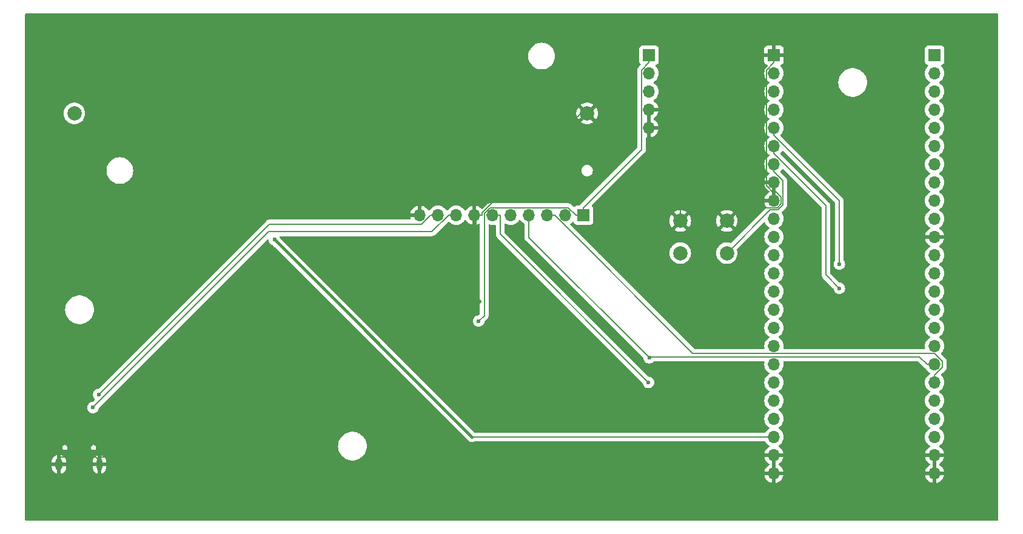
<source format=gbl>
%TF.GenerationSoftware,KiCad,Pcbnew,(7.0.0)*%
%TF.CreationDate,2023-04-04T02:03:31+02:00*%
%TF.ProjectId,main_v0.6,6d61696e-5f76-4302-9e36-2e6b69636164,rev?*%
%TF.SameCoordinates,Original*%
%TF.FileFunction,Copper,L2,Bot*%
%TF.FilePolarity,Positive*%
%FSLAX46Y46*%
G04 Gerber Fmt 4.6, Leading zero omitted, Abs format (unit mm)*
G04 Created by KiCad (PCBNEW (7.0.0)) date 2023-04-04 02:03:31*
%MOMM*%
%LPD*%
G01*
G04 APERTURE LIST*
%TA.AperFunction,ComponentPad*%
%ADD10R,1.700000X1.700000*%
%TD*%
%TA.AperFunction,ComponentPad*%
%ADD11O,1.700000X1.700000*%
%TD*%
%TA.AperFunction,ComponentPad*%
%ADD12C,2.000000*%
%TD*%
%TA.AperFunction,ComponentPad*%
%ADD13O,1.000000X1.700000*%
%TD*%
%TA.AperFunction,ComponentPad*%
%ADD14O,0.850000X1.700000*%
%TD*%
%TA.AperFunction,ViaPad*%
%ADD15C,0.600000*%
%TD*%
%TA.AperFunction,Conductor*%
%ADD16C,0.200000*%
%TD*%
%TA.AperFunction,Conductor*%
%ADD17C,0.600000*%
%TD*%
%TA.AperFunction,Conductor*%
%ADD18C,0.400000*%
%TD*%
G04 APERTURE END LIST*
D10*
%TO.P,J1,1,Pin_1*%
%TO.N,GND*%
X173149999Y-40639999D03*
D11*
%TO.P,J1,2,Pin_2*%
%TO.N,unconnected-(J1-Pin_2-Pad2)*%
X173149999Y-43179999D03*
%TO.P,J1,3,Pin_3*%
%TO.N,unconnected-(J1-Pin_3-Pad3)*%
X173149999Y-45719999D03*
%TO.P,J1,4,Pin_4*%
%TO.N,unconnected-(J1-Pin_4-Pad4)*%
X173149999Y-48259999D03*
%TO.P,J1,5,Pin_5*%
%TO.N,/Interface IC Module/OSC_IN*%
X173149999Y-50799999D03*
%TO.P,J1,6,Pin_6*%
%TO.N,SCK*%
X173149999Y-53339999D03*
%TO.P,J1,7,Pin_7*%
%TO.N,/Interface IC Module/NRST*%
X173149999Y-55879999D03*
%TO.P,J1,8,Pin_8*%
%TO.N,GND*%
X173149999Y-58419999D03*
%TO.P,J1,9,Pin_9*%
X173149999Y-60959999D03*
%TO.P,J1,10,Pin_10*%
%TO.N,unconnected-(J1-Pin_10-Pad10)*%
X173149999Y-63499999D03*
%TO.P,J1,11,Pin_11*%
%TO.N,unconnected-(J1-Pin_11-Pad11)*%
X173149999Y-66039999D03*
%TO.P,J1,12,Pin_12*%
%TO.N,unconnected-(J1-Pin_12-Pad12)*%
X173149999Y-68579999D03*
%TO.P,J1,13,Pin_13*%
%TO.N,unconnected-(J1-Pin_13-Pad13)*%
X173149999Y-71119999D03*
%TO.P,J1,14,Pin_14*%
%TO.N,unconnected-(J1-Pin_14-Pad14)*%
X173149999Y-73659999D03*
%TO.P,J1,15,Pin_15*%
%TO.N,unconnected-(J1-Pin_15-Pad15)*%
X173149999Y-76199999D03*
%TO.P,J1,16,Pin_16*%
%TO.N,unconnected-(J1-Pin_16-Pad16)*%
X173149999Y-78739999D03*
%TO.P,J1,17,Pin_17*%
%TO.N,unconnected-(J1-Pin_17-Pad17)*%
X173149999Y-81279999D03*
%TO.P,J1,18,Pin_18*%
%TO.N,unconnected-(J1-Pin_18-Pad18)*%
X173149999Y-83819999D03*
%TO.P,J1,19,Pin_19*%
%TO.N,unconnected-(J1-Pin_19-Pad19)*%
X173149999Y-86359999D03*
%TO.P,J1,20,Pin_20*%
%TO.N,unconnected-(J1-Pin_20-Pad20)*%
X173149999Y-88899999D03*
%TO.P,J1,21,Pin_21*%
%TO.N,unconnected-(J1-Pin_21-Pad21)*%
X173149999Y-91439999D03*
%TO.P,J1,22,Pin_22*%
%TO.N,/I2C2_SCL*%
X173149999Y-93979999D03*
%TO.P,J1,23,Pin_23*%
%TO.N,GND*%
X173149999Y-96519999D03*
%TO.P,J1,24,Pin_24*%
X173149999Y-99059999D03*
%TD*%
D10*
%TO.P,J4,1,Pin_1*%
%TO.N,+5V*%
X155701999Y-40639999D03*
D11*
%TO.P,J4,2,Pin_2*%
%TO.N,D+*%
X155701999Y-43179999D03*
%TO.P,J4,3,Pin_3*%
%TO.N,D-*%
X155701999Y-45719999D03*
%TO.P,J4,4,Pin_4*%
%TO.N,GND*%
X155701999Y-48259999D03*
%TO.P,J4,5,Pin_5*%
X155701999Y-50799999D03*
%TD*%
D10*
%TO.P,J3,1,Pin_1*%
%TO.N,+5V*%
X146557999Y-62991999D03*
D11*
%TO.P,J3,2,Pin_2*%
%TO.N,Analog_Data_Read*%
X144017999Y-62991999D03*
%TO.P,J3,3,Pin_3*%
%TO.N,I2C_SDA*%
X141477999Y-62991999D03*
%TO.P,J3,4,Pin_4*%
%TO.N,I2C_SCL*%
X138937999Y-62991999D03*
%TO.P,J3,5,Pin_5*%
%TO.N,SCK*%
X136397999Y-62991999D03*
%TO.P,J3,6,Pin_6*%
%TO.N,!CS*%
X133857999Y-62991999D03*
%TO.P,J3,7,Pin_7*%
%TO.N,GND*%
X131317999Y-62991999D03*
%TO.P,J3,8,Pin_8*%
%TO.N,TXD*%
X128777999Y-62991999D03*
%TO.P,J3,9,Pin_9*%
%TO.N,RXD*%
X126237999Y-62991999D03*
%TO.P,J3,10,Pin_10*%
%TO.N,GND*%
X123697999Y-62991999D03*
%TD*%
D10*
%TO.P,J2,1,Pin_1*%
%TO.N,unconnected-(J2-Pin_1-Pad1)*%
X195579999Y-40639999D03*
D11*
%TO.P,J2,2,Pin_2*%
%TO.N,unconnected-(J2-Pin_2-Pad2)*%
X195579999Y-43179999D03*
%TO.P,J2,3,Pin_3*%
%TO.N,unconnected-(J2-Pin_3-Pad3)*%
X195579999Y-45719999D03*
%TO.P,J2,4,Pin_4*%
%TO.N,unconnected-(J2-Pin_4-Pad4)*%
X195579999Y-48259999D03*
%TO.P,J2,5,Pin_5*%
%TO.N,unconnected-(J2-Pin_5-Pad5)*%
X195579999Y-50799999D03*
%TO.P,J2,6,Pin_6*%
%TO.N,TXD*%
X195579999Y-53339999D03*
%TO.P,J2,7,Pin_7*%
%TO.N,RXD*%
X195579999Y-55879999D03*
%TO.P,J2,8,Pin_8*%
%TO.N,unconnected-(J2-Pin_8-Pad8)*%
X195579999Y-58419999D03*
%TO.P,J2,9,Pin_9*%
%TO.N,unconnected-(J2-Pin_9-Pad9)*%
X195579999Y-60959999D03*
%TO.P,J2,10,Pin_10*%
%TO.N,unconnected-(J2-Pin_10-Pad10)*%
X195579999Y-63499999D03*
%TO.P,J2,11,Pin_11*%
%TO.N,GND*%
X195579999Y-66039999D03*
%TO.P,J2,12,Pin_12*%
%TO.N,/Interface IC Module/I2C3_SDA*%
X195579999Y-68579999D03*
%TO.P,J2,13,Pin_13*%
%TO.N,unconnected-(J2-Pin_13-Pad13)*%
X195579999Y-71119999D03*
%TO.P,J2,14,Pin_14*%
%TO.N,unconnected-(J2-Pin_14-Pad14)*%
X195579999Y-73659999D03*
%TO.P,J2,15,Pin_15*%
%TO.N,unconnected-(J2-Pin_15-Pad15)*%
X195579999Y-76199999D03*
%TO.P,J2,16,Pin_16*%
%TO.N,unconnected-(J2-Pin_16-Pad16)*%
X195579999Y-78739999D03*
%TO.P,J2,17,Pin_17*%
%TO.N,unconnected-(J2-Pin_17-Pad17)*%
X195579999Y-81279999D03*
%TO.P,J2,18,Pin_18*%
%TO.N,I2C_SCL*%
X195579999Y-83819999D03*
%TO.P,J2,19,Pin_19*%
%TO.N,I2C_SDA*%
X195579999Y-86359999D03*
%TO.P,J2,20,Pin_20*%
%TO.N,Net-(J2-Pin_20)*%
X195579999Y-88899999D03*
%TO.P,J2,21,Pin_21*%
%TO.N,unconnected-(J2-Pin_21-Pad21)*%
X195579999Y-91439999D03*
%TO.P,J2,22,Pin_22*%
%TO.N,unconnected-(J2-Pin_22-Pad22)*%
X195579999Y-93979999D03*
%TO.P,J2,23,Pin_23*%
%TO.N,GND*%
X195579999Y-96519999D03*
%TO.P,J2,24,Pin_24*%
X195579999Y-99059999D03*
%TD*%
D12*
%TO.P,SW1,1,1*%
%TO.N,GND*%
X160072000Y-63790000D03*
X166572000Y-63790000D03*
%TO.P,SW1,2,2*%
%TO.N,/Interface IC Module/NRST*%
X160072000Y-68290000D03*
X166572000Y-68290000D03*
%TD*%
%TO.P,BT1,1,+*%
%TO.N,GND*%
X147066000Y-48768000D03*
%TO.P,BT1,2,-*%
%TO.N,/V battery-*%
X75466000Y-48768000D03*
%TD*%
D13*
%TO.P,J5,6,Shield*%
%TO.N,GND*%
X73322999Y-97799999D03*
D14*
X78972999Y-97799999D03*
%TD*%
D15*
%TO.N,GND*%
X93071500Y-96244500D03*
X122912400Y-80510100D03*
X131987000Y-75003600D03*
%TO.N,+5V*%
X131915200Y-77800800D03*
%TO.N,!CS*%
X155620500Y-86358300D03*
%TO.N,SCK*%
X182274000Y-73209800D03*
%TO.N,TXD*%
X78057800Y-89871000D03*
%TO.N,/I2C2_SCL*%
X103402800Y-66422300D03*
%TO.N,RXD*%
X78869300Y-88041000D03*
%TO.N,I2C_SCL*%
X155724200Y-82911200D03*
%TO.N,/Interface IC Module/OSC_IN*%
X182274000Y-69831800D03*
%TD*%
D16*
%TO.N,GND*%
X78448000Y-96750000D02*
X73323000Y-96750000D01*
X147066000Y-48768000D02*
X146238100Y-48768000D01*
X173150000Y-41690000D02*
X172100100Y-42739900D01*
X78973000Y-96750000D02*
X92566000Y-96750000D01*
D17*
X131318000Y-74469500D02*
X128953000Y-74469500D01*
D16*
X160072000Y-56220000D02*
X160072000Y-63790000D01*
X173150000Y-40640000D02*
X173150000Y-41690000D01*
X73323000Y-97800000D02*
X73323000Y-96750000D01*
X173150000Y-60960000D02*
X173150000Y-59910000D01*
X131318000Y-62992000D02*
X132368000Y-62992000D01*
X155702000Y-51850000D02*
X160072000Y-56220000D01*
X92566000Y-96750000D02*
X93071500Y-96244500D01*
D17*
X131452900Y-74469500D02*
X131987000Y-75003600D01*
X128953000Y-74469500D02*
X122912400Y-80510100D01*
D16*
X172100100Y-58860100D02*
X173150000Y-59910000D01*
X168392100Y-61969900D02*
X173621400Y-61969900D01*
X78973000Y-97275000D02*
X78973000Y-96750000D01*
X174162700Y-61428600D02*
X174162700Y-60482700D01*
X132368000Y-62638100D02*
X132368000Y-62992000D01*
X146238100Y-48768000D02*
X132368000Y-62638100D01*
X173621400Y-61969900D02*
X174162700Y-61428600D01*
X174162700Y-60482700D02*
X173150000Y-59470000D01*
D17*
X131318000Y-64042000D02*
X131318000Y-74469500D01*
X131318000Y-62992000D02*
X131318000Y-64042000D01*
D16*
X131318000Y-74469500D02*
X131452900Y-74469500D01*
X166572000Y-63790000D02*
X168392100Y-61969900D01*
X155702000Y-48260000D02*
X155702000Y-50800000D01*
X155702000Y-50800000D02*
X155702000Y-51850000D01*
X78973000Y-97800000D02*
X78973000Y-97275000D01*
X173150000Y-58420000D02*
X173150000Y-59470000D01*
X78973000Y-97275000D02*
X78448000Y-96750000D01*
X172100100Y-42739900D02*
X172100100Y-58860100D01*
%TO.N,+5V*%
X155702000Y-40640000D02*
X155702000Y-41690000D01*
X131915200Y-77800800D02*
X132701300Y-77014700D01*
X146558000Y-62992000D02*
X146558000Y-61942000D01*
X144458000Y-61942000D02*
X145508000Y-62992000D01*
X146558000Y-61942000D02*
X154652000Y-53848000D01*
X146558000Y-62992000D02*
X145508000Y-62992000D01*
X154652000Y-42740000D02*
X155702000Y-41690000D01*
X154652000Y-53848000D02*
X154652000Y-42740000D01*
X132701300Y-77014700D02*
X132701300Y-62730600D01*
X132701300Y-62730600D02*
X133489900Y-61942000D01*
X133489900Y-61942000D02*
X144458000Y-61942000D01*
%TO.N,!CS*%
X133858000Y-62992000D02*
X134908000Y-62992000D01*
X134908000Y-65645800D02*
X155620500Y-86358300D01*
X134908000Y-62992000D02*
X134908000Y-65645800D01*
%TO.N,SCK*%
X173150000Y-54390000D02*
X180393800Y-61633800D01*
X180393800Y-71329600D02*
X182274000Y-73209800D01*
X173150000Y-53340000D02*
X173150000Y-54390000D01*
X180393800Y-61633800D02*
X180393800Y-71329600D01*
%TO.N,TXD*%
X125400900Y-65319100D02*
X102609700Y-65319100D01*
X127728000Y-62992000D02*
X125400900Y-65319100D01*
X128778000Y-62992000D02*
X127728000Y-62992000D01*
X102609700Y-65319100D02*
X78057800Y-89871000D01*
%TO.N,/I2C2_SCL*%
X130960500Y-93980000D02*
X173150000Y-93980000D01*
D18*
X103402800Y-66422300D02*
X130960500Y-93980000D01*
D16*
%TO.N,RXD*%
X102684900Y-64225400D02*
X78869300Y-88041000D01*
X123954600Y-64225400D02*
X102684900Y-64225400D01*
X125188000Y-62992000D02*
X123954600Y-64225400D01*
X126238000Y-62992000D02*
X125188000Y-62992000D01*
%TO.N,I2C_SCL*%
X193480100Y-82770100D02*
X194530000Y-83820000D01*
X155724200Y-82911200D02*
X155865300Y-82770100D01*
X195580000Y-83820000D02*
X194530000Y-83820000D01*
X155865300Y-82770100D02*
X193480100Y-82770100D01*
X155724200Y-82911200D02*
X138938000Y-66125000D01*
X138938000Y-66125000D02*
X138938000Y-62992000D01*
%TO.N,I2C_SDA*%
X195533900Y-82280400D02*
X196629900Y-83376400D01*
X142528000Y-62992000D02*
X161816400Y-82280400D01*
X196629900Y-83376400D02*
X196629900Y-84260100D01*
X196629900Y-84260100D02*
X195580000Y-85310000D01*
X141478000Y-62992000D02*
X142528000Y-62992000D01*
X161816400Y-82280400D02*
X195533900Y-82280400D01*
X195580000Y-86360000D02*
X195580000Y-85310000D01*
%TO.N,/Interface IC Module/OSC_IN*%
X173150000Y-50800000D02*
X173150000Y-51850000D01*
X173150000Y-51850000D02*
X182274000Y-60974000D01*
X182274000Y-60974000D02*
X182274000Y-69831800D01*
%TO.N,/Interface IC Module/NRST*%
X166572000Y-68290000D02*
X172641700Y-62220300D01*
X174413200Y-61532200D02*
X174413200Y-58193200D01*
X174413200Y-58193200D02*
X173150000Y-56930000D01*
X172641700Y-62220300D02*
X173725100Y-62220300D01*
X173725100Y-62220300D02*
X174413200Y-61532200D01*
X173150000Y-55880000D02*
X173150000Y-56930000D01*
%TD*%
%TA.AperFunction,Conductor*%
%TO.N,GND*%
G36*
X204397500Y-34825113D02*
G01*
X204442887Y-34870500D01*
X204459500Y-34932500D01*
X204459500Y-105529500D01*
X204442887Y-105591500D01*
X204397500Y-105636887D01*
X204335500Y-105653500D01*
X68714500Y-105653500D01*
X68652500Y-105636887D01*
X68607113Y-105591500D01*
X68590500Y-105529500D01*
X68590500Y-99312551D01*
X171822688Y-99312551D01*
X171823056Y-99323780D01*
X171875168Y-99518263D01*
X171878856Y-99528397D01*
X171974113Y-99732676D01*
X171979501Y-99742008D01*
X172108784Y-99926643D01*
X172115721Y-99934909D01*
X172275090Y-100094278D01*
X172283356Y-100101215D01*
X172467991Y-100230498D01*
X172477323Y-100235886D01*
X172681602Y-100331143D01*
X172691736Y-100334831D01*
X172886219Y-100386943D01*
X172897448Y-100387311D01*
X172900000Y-100376369D01*
X173400000Y-100376369D01*
X173402551Y-100387311D01*
X173413780Y-100386943D01*
X173608263Y-100334831D01*
X173618397Y-100331143D01*
X173822676Y-100235886D01*
X173832008Y-100230498D01*
X174016643Y-100101215D01*
X174024909Y-100094278D01*
X174184278Y-99934909D01*
X174191215Y-99926643D01*
X174320498Y-99742008D01*
X174325886Y-99732676D01*
X174421143Y-99528397D01*
X174424831Y-99518263D01*
X174476943Y-99323780D01*
X174477311Y-99312551D01*
X194252688Y-99312551D01*
X194253056Y-99323780D01*
X194305168Y-99518263D01*
X194308856Y-99528397D01*
X194404113Y-99732676D01*
X194409501Y-99742008D01*
X194538784Y-99926643D01*
X194545721Y-99934909D01*
X194705090Y-100094278D01*
X194713356Y-100101215D01*
X194897991Y-100230498D01*
X194907323Y-100235886D01*
X195111602Y-100331143D01*
X195121736Y-100334831D01*
X195316219Y-100386943D01*
X195327448Y-100387311D01*
X195330000Y-100376369D01*
X195830000Y-100376369D01*
X195832551Y-100387311D01*
X195843780Y-100386943D01*
X196038263Y-100334831D01*
X196048397Y-100331143D01*
X196252676Y-100235886D01*
X196262008Y-100230498D01*
X196446643Y-100101215D01*
X196454909Y-100094278D01*
X196614278Y-99934909D01*
X196621215Y-99926643D01*
X196750498Y-99742008D01*
X196755886Y-99732676D01*
X196851143Y-99528397D01*
X196854831Y-99518263D01*
X196906943Y-99323780D01*
X196907311Y-99312551D01*
X196896369Y-99310000D01*
X195846326Y-99310000D01*
X195833450Y-99313450D01*
X195830000Y-99326326D01*
X195830000Y-100376369D01*
X195330000Y-100376369D01*
X195330000Y-99326326D01*
X195326549Y-99313450D01*
X195313674Y-99310000D01*
X194263631Y-99310000D01*
X194252688Y-99312551D01*
X174477311Y-99312551D01*
X174466369Y-99310000D01*
X173416326Y-99310000D01*
X173403450Y-99313450D01*
X173400000Y-99326326D01*
X173400000Y-100376369D01*
X172900000Y-100376369D01*
X172900000Y-99326326D01*
X172896549Y-99313450D01*
X172883674Y-99310000D01*
X171833631Y-99310000D01*
X171822688Y-99312551D01*
X68590500Y-99312551D01*
X68590500Y-98197570D01*
X72323000Y-98197570D01*
X72323317Y-98203835D01*
X72337783Y-98346084D01*
X72340301Y-98358335D01*
X72397419Y-98540385D01*
X72402355Y-98551889D01*
X72494954Y-98718720D01*
X72502097Y-98728982D01*
X72626379Y-98873754D01*
X72635458Y-98882385D01*
X72786329Y-98999167D01*
X72796957Y-99005792D01*
X72968256Y-99089817D01*
X72979997Y-99094165D01*
X73059253Y-99114686D01*
X73070464Y-99114971D01*
X73071627Y-99109962D01*
X73573000Y-99109962D01*
X73575337Y-99120645D01*
X73580502Y-99120973D01*
X73580840Y-99120885D01*
X73759760Y-99054621D01*
X73771006Y-99049105D01*
X73932926Y-98948180D01*
X73942820Y-98940521D01*
X74081114Y-98809063D01*
X74089262Y-98799572D01*
X74198265Y-98642963D01*
X74204334Y-98632029D01*
X74279581Y-98456681D01*
X74283324Y-98444752D01*
X74319189Y-98270233D01*
X78048000Y-98270233D01*
X78048338Y-98276696D01*
X78062550Y-98411916D01*
X78065238Y-98424558D01*
X78121308Y-98597125D01*
X78126564Y-98608930D01*
X78217288Y-98766069D01*
X78224883Y-98776523D01*
X78346298Y-98911367D01*
X78355898Y-98920012D01*
X78502697Y-99026668D01*
X78513886Y-99033128D01*
X78679652Y-99106931D01*
X78691937Y-99110923D01*
X78709449Y-99114645D01*
X78720549Y-99114500D01*
X78723000Y-99103672D01*
X79223000Y-99103672D01*
X79225450Y-99114500D01*
X79236550Y-99114645D01*
X79254062Y-99110923D01*
X79266347Y-99106931D01*
X79432110Y-99033129D01*
X79443305Y-99026665D01*
X79590095Y-98920016D01*
X79599704Y-98911364D01*
X79693271Y-98807448D01*
X171822688Y-98807448D01*
X171833631Y-98810000D01*
X172883674Y-98810000D01*
X172896549Y-98806549D01*
X172900000Y-98793674D01*
X173400000Y-98793674D01*
X173403450Y-98806549D01*
X173416326Y-98810000D01*
X174466369Y-98810000D01*
X174477311Y-98807448D01*
X194252688Y-98807448D01*
X194263631Y-98810000D01*
X195313674Y-98810000D01*
X195326549Y-98806549D01*
X195330000Y-98793674D01*
X195830000Y-98793674D01*
X195833450Y-98806549D01*
X195846326Y-98810000D01*
X196896369Y-98810000D01*
X196907311Y-98807448D01*
X196906943Y-98796219D01*
X196854831Y-98601736D01*
X196851143Y-98591602D01*
X196755889Y-98387332D01*
X196750491Y-98377982D01*
X196621215Y-98193357D01*
X196614280Y-98185092D01*
X196454909Y-98025721D01*
X196446643Y-98018784D01*
X196264969Y-97891575D01*
X196226104Y-97847257D01*
X196212093Y-97790000D01*
X196226104Y-97732743D01*
X196264969Y-97688425D01*
X196446643Y-97561215D01*
X196454909Y-97554278D01*
X196614278Y-97394909D01*
X196621215Y-97386643D01*
X196750498Y-97202008D01*
X196755886Y-97192676D01*
X196851143Y-96988397D01*
X196854831Y-96978263D01*
X196906943Y-96783780D01*
X196907311Y-96772551D01*
X196896369Y-96770000D01*
X195846326Y-96770000D01*
X195833450Y-96773450D01*
X195830000Y-96786326D01*
X195830000Y-98793674D01*
X195330000Y-98793674D01*
X195330000Y-96786326D01*
X195326549Y-96773450D01*
X195313674Y-96770000D01*
X194263631Y-96770000D01*
X194252688Y-96772551D01*
X194253056Y-96783780D01*
X194305168Y-96978263D01*
X194308856Y-96988397D01*
X194404113Y-97192676D01*
X194409501Y-97202008D01*
X194538784Y-97386643D01*
X194545721Y-97394909D01*
X194705090Y-97554278D01*
X194713356Y-97561215D01*
X194895031Y-97688425D01*
X194933896Y-97732743D01*
X194947907Y-97790000D01*
X194933896Y-97847257D01*
X194895031Y-97891575D01*
X194713352Y-98018788D01*
X194705092Y-98025719D01*
X194545719Y-98185092D01*
X194538784Y-98193357D01*
X194409508Y-98377982D01*
X194404110Y-98387332D01*
X194308856Y-98591602D01*
X194305168Y-98601736D01*
X194253056Y-98796219D01*
X194252688Y-98807448D01*
X174477311Y-98807448D01*
X174476943Y-98796219D01*
X174424831Y-98601736D01*
X174421143Y-98591602D01*
X174325889Y-98387332D01*
X174320491Y-98377982D01*
X174191215Y-98193357D01*
X174184280Y-98185092D01*
X174024909Y-98025721D01*
X174016643Y-98018784D01*
X173834969Y-97891575D01*
X173796104Y-97847257D01*
X173782093Y-97790000D01*
X173796104Y-97732743D01*
X173834969Y-97688425D01*
X174016643Y-97561215D01*
X174024909Y-97554278D01*
X174184278Y-97394909D01*
X174191215Y-97386643D01*
X174320498Y-97202008D01*
X174325886Y-97192676D01*
X174421143Y-96988397D01*
X174424831Y-96978263D01*
X174476943Y-96783780D01*
X174477311Y-96772551D01*
X174466369Y-96770000D01*
X173416326Y-96770000D01*
X173403450Y-96773450D01*
X173400000Y-96786326D01*
X173400000Y-98793674D01*
X172900000Y-98793674D01*
X172900000Y-96786326D01*
X172896549Y-96773450D01*
X172883674Y-96770000D01*
X171833631Y-96770000D01*
X171822688Y-96772551D01*
X171823056Y-96783780D01*
X171875168Y-96978263D01*
X171878856Y-96988397D01*
X171974113Y-97192676D01*
X171979501Y-97202008D01*
X172108784Y-97386643D01*
X172115721Y-97394909D01*
X172275090Y-97554278D01*
X172283356Y-97561215D01*
X172465031Y-97688425D01*
X172503896Y-97732743D01*
X172517907Y-97790000D01*
X172503896Y-97847257D01*
X172465031Y-97891575D01*
X172283352Y-98018788D01*
X172275092Y-98025719D01*
X172115719Y-98185092D01*
X172108784Y-98193357D01*
X171979508Y-98377982D01*
X171974110Y-98387332D01*
X171878856Y-98591602D01*
X171875168Y-98601736D01*
X171823056Y-98796219D01*
X171822688Y-98807448D01*
X79693271Y-98807448D01*
X79721116Y-98776523D01*
X79728711Y-98766069D01*
X79819435Y-98608930D01*
X79824691Y-98597125D01*
X79880761Y-98424558D01*
X79883449Y-98411916D01*
X79897661Y-98276696D01*
X79898000Y-98270233D01*
X79898000Y-98066326D01*
X79894549Y-98053450D01*
X79881674Y-98050000D01*
X79239326Y-98050000D01*
X79226450Y-98053450D01*
X79223000Y-98066326D01*
X79223000Y-99103672D01*
X78723000Y-99103672D01*
X78723000Y-98066326D01*
X78719549Y-98053450D01*
X78706674Y-98050000D01*
X78064326Y-98050000D01*
X78051450Y-98053450D01*
X78048000Y-98066326D01*
X78048000Y-98270233D01*
X74319189Y-98270233D01*
X74321734Y-98257847D01*
X74323000Y-98245402D01*
X74323000Y-98066326D01*
X74319549Y-98053450D01*
X74306674Y-98050000D01*
X73589326Y-98050000D01*
X73576450Y-98053450D01*
X73573000Y-98066326D01*
X73573000Y-99109962D01*
X73071627Y-99109962D01*
X73073000Y-99104046D01*
X73073000Y-98066326D01*
X73069549Y-98053450D01*
X73056674Y-98050000D01*
X72339326Y-98050000D01*
X72326450Y-98053450D01*
X72323000Y-98066326D01*
X72323000Y-98197570D01*
X68590500Y-98197570D01*
X68590500Y-97533674D01*
X72323000Y-97533674D01*
X72326450Y-97546549D01*
X72339326Y-97550000D01*
X73056674Y-97550000D01*
X73069549Y-97546549D01*
X73073000Y-97533674D01*
X73573000Y-97533674D01*
X73576450Y-97546549D01*
X73589326Y-97550000D01*
X74306674Y-97550000D01*
X74319549Y-97546549D01*
X74323000Y-97533674D01*
X78048000Y-97533674D01*
X78051450Y-97546549D01*
X78064326Y-97550000D01*
X78706674Y-97550000D01*
X78719549Y-97546549D01*
X78723000Y-97533674D01*
X79223000Y-97533674D01*
X79226450Y-97546549D01*
X79239326Y-97550000D01*
X79881674Y-97550000D01*
X79894549Y-97546549D01*
X79898000Y-97533674D01*
X79898000Y-97329767D01*
X79897661Y-97323303D01*
X79883449Y-97188083D01*
X79880761Y-97175441D01*
X79824691Y-97002874D01*
X79819435Y-96991069D01*
X79728711Y-96833930D01*
X79721116Y-96823476D01*
X79599701Y-96688632D01*
X79590101Y-96679987D01*
X79443302Y-96573331D01*
X79432113Y-96566871D01*
X79266347Y-96493068D01*
X79254062Y-96489076D01*
X79236550Y-96485354D01*
X79225450Y-96485499D01*
X79223000Y-96496328D01*
X79223000Y-97533674D01*
X78723000Y-97533674D01*
X78723000Y-96496328D01*
X78720549Y-96485499D01*
X78709449Y-96485354D01*
X78691937Y-96489076D01*
X78679652Y-96493068D01*
X78513889Y-96566870D01*
X78502694Y-96573334D01*
X78355904Y-96679983D01*
X78346295Y-96688635D01*
X78224883Y-96823476D01*
X78217288Y-96833930D01*
X78126564Y-96991069D01*
X78121308Y-97002874D01*
X78065238Y-97175441D01*
X78062550Y-97188083D01*
X78048338Y-97323303D01*
X78048000Y-97329767D01*
X78048000Y-97533674D01*
X74323000Y-97533674D01*
X74323000Y-97402430D01*
X74322682Y-97396164D01*
X74308216Y-97253915D01*
X74305698Y-97241664D01*
X74248580Y-97059614D01*
X74243644Y-97048110D01*
X74151045Y-96881279D01*
X74143902Y-96871017D01*
X74019620Y-96726245D01*
X74010541Y-96717614D01*
X73859670Y-96600832D01*
X73849042Y-96594207D01*
X73677743Y-96510182D01*
X73666002Y-96505834D01*
X73586746Y-96485313D01*
X73575535Y-96485028D01*
X73573000Y-96495954D01*
X73573000Y-97533674D01*
X73073000Y-97533674D01*
X73073000Y-96490038D01*
X73070662Y-96479354D01*
X73065497Y-96479026D01*
X73065159Y-96479114D01*
X72886239Y-96545378D01*
X72874993Y-96550894D01*
X72713073Y-96651819D01*
X72703179Y-96659478D01*
X72564885Y-96790936D01*
X72556737Y-96800427D01*
X72447734Y-96957036D01*
X72441665Y-96967970D01*
X72366418Y-97143318D01*
X72362675Y-97155247D01*
X72324265Y-97342152D01*
X72323000Y-97354598D01*
X72323000Y-97533674D01*
X68590500Y-97533674D01*
X68590500Y-95479344D01*
X73793868Y-95479344D01*
X73822584Y-95592741D01*
X73828202Y-95601341D01*
X73828204Y-95601344D01*
X73856305Y-95644356D01*
X73886563Y-95690669D01*
X73894668Y-95696977D01*
X73970766Y-95756207D01*
X73970768Y-95756208D01*
X73978874Y-95762517D01*
X74089512Y-95800500D01*
X74171907Y-95800500D01*
X74177040Y-95800500D01*
X74263381Y-95786092D01*
X74366258Y-95730418D01*
X74445484Y-95644356D01*
X74492473Y-95537232D01*
X74497269Y-95479344D01*
X77793868Y-95479344D01*
X77822584Y-95592741D01*
X77828202Y-95601341D01*
X77828204Y-95601344D01*
X77856305Y-95644356D01*
X77886563Y-95690669D01*
X77894668Y-95696977D01*
X77970766Y-95756207D01*
X77970768Y-95756208D01*
X77978874Y-95762517D01*
X78089512Y-95800500D01*
X78171907Y-95800500D01*
X78177040Y-95800500D01*
X78263381Y-95786092D01*
X78366258Y-95730418D01*
X78445484Y-95644356D01*
X78492473Y-95537232D01*
X78502132Y-95420656D01*
X78473416Y-95307259D01*
X78438767Y-95254225D01*
X78436007Y-95250000D01*
X112284802Y-95250000D01*
X112285091Y-95254225D01*
X112300451Y-95478784D01*
X112303572Y-95524403D01*
X112304432Y-95528543D01*
X112304433Y-95528548D01*
X112319560Y-95601344D01*
X112359531Y-95793694D01*
X112360949Y-95797685D01*
X112360950Y-95797687D01*
X112361649Y-95799655D01*
X112451638Y-96052857D01*
X112453585Y-96056615D01*
X112453587Y-96056619D01*
X112463872Y-96076468D01*
X112578176Y-96297065D01*
X112580622Y-96300530D01*
X112734343Y-96518304D01*
X112734347Y-96518309D01*
X112736788Y-96521767D01*
X112924520Y-96722779D01*
X113137875Y-96896356D01*
X113372878Y-97039265D01*
X113625151Y-97148842D01*
X113781597Y-97192676D01*
X113885916Y-97221905D01*
X113885918Y-97221905D01*
X113889996Y-97223048D01*
X114162478Y-97260500D01*
X114433285Y-97260500D01*
X114437522Y-97260500D01*
X114710004Y-97223048D01*
X114974849Y-97148842D01*
X115227122Y-97039265D01*
X115462125Y-96896356D01*
X115675480Y-96722779D01*
X115863212Y-96521767D01*
X116021824Y-96297065D01*
X116148362Y-96052857D01*
X116240469Y-95793694D01*
X116296428Y-95524403D01*
X116315198Y-95250000D01*
X116296428Y-94975597D01*
X116240469Y-94706306D01*
X116148362Y-94447143D01*
X116021824Y-94202935D01*
X115922664Y-94062458D01*
X115865656Y-93981695D01*
X115865654Y-93981692D01*
X115863212Y-93978233D01*
X115675480Y-93777221D01*
X115672198Y-93774551D01*
X115672195Y-93774548D01*
X115465407Y-93606314D01*
X115465406Y-93606313D01*
X115462125Y-93603644D01*
X115227122Y-93460735D01*
X115223243Y-93459050D01*
X115223237Y-93459047D01*
X114978742Y-93352849D01*
X114974849Y-93351158D01*
X114946379Y-93343181D01*
X114714083Y-93278094D01*
X114714070Y-93278091D01*
X114710004Y-93276952D01*
X114705817Y-93276376D01*
X114705805Y-93276374D01*
X114441719Y-93240076D01*
X114441706Y-93240075D01*
X114437522Y-93239500D01*
X114162478Y-93239500D01*
X114158294Y-93240075D01*
X114158280Y-93240076D01*
X113894194Y-93276374D01*
X113894179Y-93276376D01*
X113889996Y-93276952D01*
X113885932Y-93278090D01*
X113885916Y-93278094D01*
X113629233Y-93350014D01*
X113629229Y-93350015D01*
X113625151Y-93351158D01*
X113621261Y-93352847D01*
X113621257Y-93352849D01*
X113376762Y-93459047D01*
X113376750Y-93459052D01*
X113372878Y-93460735D01*
X113369272Y-93462927D01*
X113369264Y-93462932D01*
X113141487Y-93601447D01*
X113141482Y-93601450D01*
X113137875Y-93603644D01*
X113134600Y-93606307D01*
X113134592Y-93606314D01*
X112927804Y-93774548D01*
X112927793Y-93774557D01*
X112924520Y-93777221D01*
X112921641Y-93780303D01*
X112921632Y-93780312D01*
X112739676Y-93975140D01*
X112739671Y-93975145D01*
X112736788Y-93978233D01*
X112734352Y-93981683D01*
X112734343Y-93981695D01*
X112580622Y-94199469D01*
X112580618Y-94199474D01*
X112578176Y-94202935D01*
X112576230Y-94206689D01*
X112576226Y-94206697D01*
X112453587Y-94443380D01*
X112453582Y-94443389D01*
X112451638Y-94447143D01*
X112450221Y-94451128D01*
X112450217Y-94451139D01*
X112365506Y-94689493D01*
X112359531Y-94706306D01*
X112358669Y-94710451D01*
X112358668Y-94710457D01*
X112304433Y-94971451D01*
X112304431Y-94971458D01*
X112303572Y-94975597D01*
X112303283Y-94979812D01*
X112303283Y-94979817D01*
X112292067Y-95143792D01*
X112284802Y-95250000D01*
X78436007Y-95250000D01*
X78415055Y-95217930D01*
X78415054Y-95217929D01*
X78409437Y-95209331D01*
X78388518Y-95193049D01*
X78325233Y-95143792D01*
X78325229Y-95143789D01*
X78317126Y-95137483D01*
X78307409Y-95134147D01*
X78216207Y-95102836D01*
X78216203Y-95102835D01*
X78206488Y-95099500D01*
X78118960Y-95099500D01*
X78113906Y-95100343D01*
X78113898Y-95100344D01*
X78042751Y-95112217D01*
X78042749Y-95112217D01*
X78032619Y-95113908D01*
X78023586Y-95118796D01*
X78023584Y-95118797D01*
X77938779Y-95164691D01*
X77938777Y-95164692D01*
X77929742Y-95169582D01*
X77922787Y-95177137D01*
X77922782Y-95177141D01*
X77857474Y-95248085D01*
X77857472Y-95248087D01*
X77850516Y-95255644D01*
X77846390Y-95265049D01*
X77846388Y-95265053D01*
X77827742Y-95307563D01*
X77803527Y-95362768D01*
X77802679Y-95372997D01*
X77802678Y-95373003D01*
X77794716Y-95469105D01*
X77793868Y-95479344D01*
X74497269Y-95479344D01*
X74502132Y-95420656D01*
X74473416Y-95307259D01*
X74438767Y-95254225D01*
X74415055Y-95217930D01*
X74415054Y-95217929D01*
X74409437Y-95209331D01*
X74388518Y-95193049D01*
X74325233Y-95143792D01*
X74325229Y-95143789D01*
X74317126Y-95137483D01*
X74307409Y-95134147D01*
X74216207Y-95102836D01*
X74216203Y-95102835D01*
X74206488Y-95099500D01*
X74118960Y-95099500D01*
X74113906Y-95100343D01*
X74113898Y-95100344D01*
X74042751Y-95112217D01*
X74042749Y-95112217D01*
X74032619Y-95113908D01*
X74023586Y-95118796D01*
X74023584Y-95118797D01*
X73938779Y-95164691D01*
X73938777Y-95164692D01*
X73929742Y-95169582D01*
X73922787Y-95177137D01*
X73922782Y-95177141D01*
X73857474Y-95248085D01*
X73857472Y-95248087D01*
X73850516Y-95255644D01*
X73846390Y-95265049D01*
X73846388Y-95265053D01*
X73827742Y-95307563D01*
X73803527Y-95362768D01*
X73802679Y-95372997D01*
X73802678Y-95373003D01*
X73794716Y-95469105D01*
X73793868Y-95479344D01*
X68590500Y-95479344D01*
X68590500Y-89871000D01*
X77252235Y-89871000D01*
X77272432Y-90050255D01*
X77274728Y-90056819D01*
X77274730Y-90056824D01*
X77329713Y-90213956D01*
X77332011Y-90220522D01*
X77427984Y-90373262D01*
X77555538Y-90500816D01*
X77708278Y-90596789D01*
X77878545Y-90656368D01*
X78057800Y-90676565D01*
X78237055Y-90656368D01*
X78407322Y-90596789D01*
X78560062Y-90500816D01*
X78687616Y-90373262D01*
X78783589Y-90220522D01*
X78843168Y-90050255D01*
X78852961Y-89963330D01*
X78864461Y-89923413D01*
X78888497Y-89889536D01*
X102390710Y-66387323D01*
X102450796Y-66354115D01*
X102519344Y-66357964D01*
X102575336Y-66397693D01*
X102601609Y-66461122D01*
X102615363Y-66583199D01*
X102617432Y-66601555D01*
X102619728Y-66608119D01*
X102619730Y-66608124D01*
X102658118Y-66717830D01*
X102677011Y-66771822D01*
X102680712Y-66777712D01*
X102767121Y-66915232D01*
X102772984Y-66924562D01*
X102900538Y-67052116D01*
X103053278Y-67148089D01*
X103156784Y-67184307D01*
X103203510Y-67213667D01*
X130495133Y-94505290D01*
X130595443Y-94583878D01*
X130688382Y-94625707D01*
X130739347Y-94648645D01*
X130750568Y-94653695D01*
X130917894Y-94684357D01*
X131087696Y-94674086D01*
X131250106Y-94623478D01*
X131291618Y-94598382D01*
X131355768Y-94580500D01*
X171860909Y-94580500D01*
X171927536Y-94599921D01*
X171970263Y-94648645D01*
X171970971Y-94648237D01*
X171973024Y-94651793D01*
X171973293Y-94652100D01*
X171975965Y-94657830D01*
X171979064Y-94662257D01*
X171979066Y-94662259D01*
X172108399Y-94846966D01*
X172108402Y-94846970D01*
X172111505Y-94851401D01*
X172278599Y-95018495D01*
X172283031Y-95021598D01*
X172283033Y-95021600D01*
X172464595Y-95148731D01*
X172503460Y-95193049D01*
X172517471Y-95250306D01*
X172503460Y-95307563D01*
X172464595Y-95351881D01*
X172283352Y-95478788D01*
X172275092Y-95485719D01*
X172115719Y-95645092D01*
X172108784Y-95653357D01*
X171979508Y-95837982D01*
X171974110Y-95847332D01*
X171878856Y-96051602D01*
X171875168Y-96061736D01*
X171823056Y-96256219D01*
X171822688Y-96267448D01*
X171833631Y-96270000D01*
X174466369Y-96270000D01*
X174477311Y-96267448D01*
X174476943Y-96256219D01*
X174424831Y-96061736D01*
X174421143Y-96051602D01*
X174325889Y-95847332D01*
X174320491Y-95837982D01*
X174191215Y-95653357D01*
X174184280Y-95645092D01*
X174024909Y-95485721D01*
X174016643Y-95478784D01*
X173835405Y-95351880D01*
X173796540Y-95307562D01*
X173782529Y-95250305D01*
X173796540Y-95193048D01*
X173835406Y-95148730D01*
X173842459Y-95143792D01*
X174021401Y-95018495D01*
X174188495Y-94851401D01*
X174324035Y-94657830D01*
X174423903Y-94443663D01*
X174485063Y-94215408D01*
X174505659Y-93980000D01*
X174485063Y-93744592D01*
X174423903Y-93516337D01*
X174324035Y-93302171D01*
X174188495Y-93108599D01*
X174021401Y-92941505D01*
X174016968Y-92938401D01*
X174016961Y-92938395D01*
X173835842Y-92811575D01*
X173796976Y-92767257D01*
X173782965Y-92710000D01*
X173796976Y-92652743D01*
X173835842Y-92608425D01*
X174016961Y-92481604D01*
X174016961Y-92481603D01*
X174021401Y-92478495D01*
X174188495Y-92311401D01*
X174324035Y-92117830D01*
X174423903Y-91903663D01*
X174485063Y-91675408D01*
X174505659Y-91440000D01*
X174485063Y-91204592D01*
X174423903Y-90976337D01*
X174324035Y-90762171D01*
X174188495Y-90568599D01*
X174021401Y-90401505D01*
X174016968Y-90398401D01*
X174016961Y-90398395D01*
X173835842Y-90271575D01*
X173796976Y-90227257D01*
X173782965Y-90170000D01*
X173796976Y-90112743D01*
X173835842Y-90068425D01*
X174016961Y-89941604D01*
X174016961Y-89941603D01*
X174021401Y-89938495D01*
X174188495Y-89771401D01*
X174324035Y-89577830D01*
X174423903Y-89363663D01*
X174485063Y-89135408D01*
X174505659Y-88900000D01*
X174485063Y-88664592D01*
X174423903Y-88436337D01*
X174324035Y-88222171D01*
X174188495Y-88028599D01*
X174021401Y-87861505D01*
X174016970Y-87858402D01*
X174016966Y-87858399D01*
X173835841Y-87731574D01*
X173796976Y-87687256D01*
X173782965Y-87629999D01*
X173796976Y-87572742D01*
X173835839Y-87528426D01*
X174021401Y-87398495D01*
X174188495Y-87231401D01*
X174324035Y-87037830D01*
X174423903Y-86823663D01*
X174485063Y-86595408D01*
X174505659Y-86360000D01*
X174485063Y-86124592D01*
X174423903Y-85896337D01*
X174324035Y-85682171D01*
X174188495Y-85488599D01*
X174021401Y-85321505D01*
X174016968Y-85318401D01*
X174016961Y-85318395D01*
X173835842Y-85191575D01*
X173796976Y-85147257D01*
X173782965Y-85090000D01*
X173796976Y-85032743D01*
X173835842Y-84988425D01*
X174016961Y-84861604D01*
X174016961Y-84861603D01*
X174021401Y-84858495D01*
X174188495Y-84691401D01*
X174324035Y-84497830D01*
X174423903Y-84283663D01*
X174485063Y-84055408D01*
X174505659Y-83820000D01*
X174485063Y-83584592D01*
X174469548Y-83526691D01*
X174467707Y-83470409D01*
X174490948Y-83419114D01*
X174534480Y-83383388D01*
X174589324Y-83370600D01*
X193180003Y-83370600D01*
X193227456Y-83380039D01*
X193267684Y-83406919D01*
X194071799Y-84211034D01*
X194082489Y-84223222D01*
X194101718Y-84248282D01*
X194147828Y-84283663D01*
X194227159Y-84344536D01*
X194315624Y-84381179D01*
X194353917Y-84406166D01*
X194380551Y-84443333D01*
X194403674Y-84492918D01*
X194405965Y-84497830D01*
X194409065Y-84502258D01*
X194409069Y-84502264D01*
X194538399Y-84686966D01*
X194538402Y-84686970D01*
X194541505Y-84691401D01*
X194708599Y-84858495D01*
X194713032Y-84861599D01*
X194713038Y-84861604D01*
X194894158Y-84988425D01*
X194933024Y-85032743D01*
X194947035Y-85090000D01*
X194933024Y-85147257D01*
X194894159Y-85191575D01*
X194713041Y-85318395D01*
X194708599Y-85321505D01*
X194704775Y-85325328D01*
X194704769Y-85325334D01*
X194545334Y-85484769D01*
X194545328Y-85484775D01*
X194541505Y-85488599D01*
X194538402Y-85493029D01*
X194538399Y-85493034D01*
X194409073Y-85677731D01*
X194409068Y-85677738D01*
X194405965Y-85682171D01*
X194403677Y-85687077D01*
X194403675Y-85687081D01*
X194308386Y-85891427D01*
X194308383Y-85891432D01*
X194306097Y-85896337D01*
X194304698Y-85901557D01*
X194304694Y-85901569D01*
X194246337Y-86119365D01*
X194246335Y-86119371D01*
X194244937Y-86124592D01*
X194244465Y-86129977D01*
X194244465Y-86129982D01*
X194240173Y-86179045D01*
X194224341Y-86360000D01*
X194244937Y-86595408D01*
X194246336Y-86600630D01*
X194246337Y-86600634D01*
X194304694Y-86818430D01*
X194304697Y-86818438D01*
X194306097Y-86823663D01*
X194308385Y-86828570D01*
X194308386Y-86828572D01*
X194403678Y-87032927D01*
X194403681Y-87032933D01*
X194405965Y-87037830D01*
X194409064Y-87042257D01*
X194409066Y-87042259D01*
X194538399Y-87226966D01*
X194538402Y-87226970D01*
X194541505Y-87231401D01*
X194708599Y-87398495D01*
X194713032Y-87401599D01*
X194713038Y-87401604D01*
X194894158Y-87528425D01*
X194933024Y-87572743D01*
X194947035Y-87630000D01*
X194933024Y-87687257D01*
X194894160Y-87731574D01*
X194708599Y-87861505D01*
X194704775Y-87865328D01*
X194704769Y-87865334D01*
X194545334Y-88024769D01*
X194545328Y-88024775D01*
X194541505Y-88028599D01*
X194538402Y-88033029D01*
X194538399Y-88033034D01*
X194409073Y-88217731D01*
X194409068Y-88217738D01*
X194405965Y-88222171D01*
X194403677Y-88227077D01*
X194403675Y-88227081D01*
X194308386Y-88431427D01*
X194308383Y-88431432D01*
X194306097Y-88436337D01*
X194304698Y-88441557D01*
X194304694Y-88441569D01*
X194246337Y-88659365D01*
X194246335Y-88659371D01*
X194244937Y-88664592D01*
X194244465Y-88669977D01*
X194244465Y-88669982D01*
X194224813Y-88894605D01*
X194224341Y-88900000D01*
X194244937Y-89135408D01*
X194246336Y-89140630D01*
X194246337Y-89140634D01*
X194304694Y-89358430D01*
X194304697Y-89358438D01*
X194306097Y-89363663D01*
X194308385Y-89368570D01*
X194308386Y-89368572D01*
X194403678Y-89572927D01*
X194403681Y-89572933D01*
X194405965Y-89577830D01*
X194409064Y-89582257D01*
X194409066Y-89582259D01*
X194538399Y-89766966D01*
X194538402Y-89766970D01*
X194541505Y-89771401D01*
X194708599Y-89938495D01*
X194713032Y-89941599D01*
X194713038Y-89941604D01*
X194894158Y-90068425D01*
X194933024Y-90112743D01*
X194947035Y-90170000D01*
X194933024Y-90227257D01*
X194894159Y-90271575D01*
X194713041Y-90398395D01*
X194708599Y-90401505D01*
X194704775Y-90405328D01*
X194704769Y-90405334D01*
X194545334Y-90564769D01*
X194545328Y-90564775D01*
X194541505Y-90568599D01*
X194538402Y-90573029D01*
X194538399Y-90573034D01*
X194409073Y-90757731D01*
X194409068Y-90757738D01*
X194405965Y-90762171D01*
X194403677Y-90767077D01*
X194403675Y-90767081D01*
X194308386Y-90971427D01*
X194308383Y-90971432D01*
X194306097Y-90976337D01*
X194304698Y-90981557D01*
X194304694Y-90981569D01*
X194246337Y-91199365D01*
X194246335Y-91199371D01*
X194244937Y-91204592D01*
X194224341Y-91440000D01*
X194244937Y-91675408D01*
X194246336Y-91680630D01*
X194246337Y-91680634D01*
X194304694Y-91898430D01*
X194304697Y-91898438D01*
X194306097Y-91903663D01*
X194308385Y-91908570D01*
X194308386Y-91908572D01*
X194403678Y-92112927D01*
X194403681Y-92112933D01*
X194405965Y-92117830D01*
X194409064Y-92122257D01*
X194409066Y-92122259D01*
X194538399Y-92306966D01*
X194538402Y-92306970D01*
X194541505Y-92311401D01*
X194708599Y-92478495D01*
X194713032Y-92481599D01*
X194713038Y-92481604D01*
X194894158Y-92608425D01*
X194933024Y-92652743D01*
X194947035Y-92710000D01*
X194933024Y-92767257D01*
X194894159Y-92811575D01*
X194713041Y-92938395D01*
X194708599Y-92941505D01*
X194704775Y-92945328D01*
X194704769Y-92945334D01*
X194545334Y-93104769D01*
X194545328Y-93104775D01*
X194541505Y-93108599D01*
X194538402Y-93113029D01*
X194538399Y-93113034D01*
X194409073Y-93297731D01*
X194409068Y-93297738D01*
X194405965Y-93302171D01*
X194403677Y-93307077D01*
X194403675Y-93307081D01*
X194308386Y-93511427D01*
X194308383Y-93511432D01*
X194306097Y-93516337D01*
X194304698Y-93521557D01*
X194304694Y-93521569D01*
X194246337Y-93739365D01*
X194246335Y-93739371D01*
X194244937Y-93744592D01*
X194244465Y-93749977D01*
X194244465Y-93749982D01*
X194227215Y-93947155D01*
X194224341Y-93980000D01*
X194224813Y-93985395D01*
X194243845Y-94202935D01*
X194244937Y-94215408D01*
X194246336Y-94220630D01*
X194246337Y-94220634D01*
X194304694Y-94438430D01*
X194304697Y-94438438D01*
X194306097Y-94443663D01*
X194308385Y-94448570D01*
X194308386Y-94448572D01*
X194403678Y-94652927D01*
X194403681Y-94652933D01*
X194405965Y-94657830D01*
X194409064Y-94662257D01*
X194409066Y-94662259D01*
X194538399Y-94846966D01*
X194538402Y-94846970D01*
X194541505Y-94851401D01*
X194708599Y-95018495D01*
X194713031Y-95021598D01*
X194713033Y-95021600D01*
X194894595Y-95148731D01*
X194933460Y-95193049D01*
X194947471Y-95250306D01*
X194933460Y-95307563D01*
X194894595Y-95351881D01*
X194713352Y-95478788D01*
X194705092Y-95485719D01*
X194545719Y-95645092D01*
X194538784Y-95653357D01*
X194409508Y-95837982D01*
X194404110Y-95847332D01*
X194308856Y-96051602D01*
X194305168Y-96061736D01*
X194253056Y-96256219D01*
X194252688Y-96267448D01*
X194263631Y-96270000D01*
X196896369Y-96270000D01*
X196907311Y-96267448D01*
X196906943Y-96256219D01*
X196854831Y-96061736D01*
X196851143Y-96051602D01*
X196755889Y-95847332D01*
X196750491Y-95837982D01*
X196621215Y-95653357D01*
X196614280Y-95645092D01*
X196454909Y-95485721D01*
X196446643Y-95478784D01*
X196265405Y-95351880D01*
X196226540Y-95307562D01*
X196212529Y-95250305D01*
X196226540Y-95193048D01*
X196265406Y-95148730D01*
X196272459Y-95143792D01*
X196451401Y-95018495D01*
X196618495Y-94851401D01*
X196754035Y-94657830D01*
X196853903Y-94443663D01*
X196915063Y-94215408D01*
X196935659Y-93980000D01*
X196915063Y-93744592D01*
X196853903Y-93516337D01*
X196754035Y-93302171D01*
X196618495Y-93108599D01*
X196451401Y-92941505D01*
X196446968Y-92938401D01*
X196446961Y-92938395D01*
X196265842Y-92811575D01*
X196226976Y-92767257D01*
X196212965Y-92710000D01*
X196226976Y-92652743D01*
X196265842Y-92608425D01*
X196446961Y-92481604D01*
X196446961Y-92481603D01*
X196451401Y-92478495D01*
X196618495Y-92311401D01*
X196754035Y-92117830D01*
X196853903Y-91903663D01*
X196915063Y-91675408D01*
X196935659Y-91440000D01*
X196915063Y-91204592D01*
X196853903Y-90976337D01*
X196754035Y-90762171D01*
X196618495Y-90568599D01*
X196451401Y-90401505D01*
X196446968Y-90398401D01*
X196446961Y-90398395D01*
X196265842Y-90271575D01*
X196226976Y-90227257D01*
X196212965Y-90170000D01*
X196226976Y-90112743D01*
X196265842Y-90068425D01*
X196446961Y-89941604D01*
X196446961Y-89941603D01*
X196451401Y-89938495D01*
X196618495Y-89771401D01*
X196754035Y-89577830D01*
X196853903Y-89363663D01*
X196915063Y-89135408D01*
X196935659Y-88900000D01*
X196915063Y-88664592D01*
X196853903Y-88436337D01*
X196754035Y-88222171D01*
X196618495Y-88028599D01*
X196451401Y-87861505D01*
X196446970Y-87858402D01*
X196446966Y-87858399D01*
X196265841Y-87731574D01*
X196226976Y-87687256D01*
X196212965Y-87629999D01*
X196226976Y-87572742D01*
X196265839Y-87528426D01*
X196451401Y-87398495D01*
X196618495Y-87231401D01*
X196754035Y-87037830D01*
X196853903Y-86823663D01*
X196915063Y-86595408D01*
X196935659Y-86360000D01*
X196915063Y-86124592D01*
X196853903Y-85896337D01*
X196754035Y-85682171D01*
X196618495Y-85488599D01*
X196522246Y-85392350D01*
X196490152Y-85336763D01*
X196490152Y-85272576D01*
X196522246Y-85216988D01*
X196750809Y-84988425D01*
X197020944Y-84718289D01*
X197033122Y-84707610D01*
X197058182Y-84688382D01*
X197154436Y-84562941D01*
X197214944Y-84416862D01*
X197230400Y-84299461D01*
X197235582Y-84260100D01*
X197231461Y-84228798D01*
X197230400Y-84212613D01*
X197230400Y-83423887D01*
X197231461Y-83407702D01*
X197234521Y-83384459D01*
X197235582Y-83376400D01*
X197214944Y-83219638D01*
X197154436Y-83073559D01*
X197082350Y-82979615D01*
X197058182Y-82948118D01*
X197033122Y-82928889D01*
X197020934Y-82918199D01*
X196523996Y-82421261D01*
X196491902Y-82365673D01*
X196491902Y-82301486D01*
X196523993Y-82245902D01*
X196618495Y-82151401D01*
X196754035Y-81957830D01*
X196853903Y-81743663D01*
X196915063Y-81515408D01*
X196935659Y-81280000D01*
X196915063Y-81044592D01*
X196853903Y-80816337D01*
X196754035Y-80602171D01*
X196618495Y-80408599D01*
X196451401Y-80241505D01*
X196446970Y-80238402D01*
X196446966Y-80238399D01*
X196265841Y-80111574D01*
X196226976Y-80067256D01*
X196212965Y-80009999D01*
X196226976Y-79952742D01*
X196265839Y-79908426D01*
X196451401Y-79778495D01*
X196618495Y-79611401D01*
X196754035Y-79417830D01*
X196853903Y-79203663D01*
X196915063Y-78975408D01*
X196935659Y-78740000D01*
X196915063Y-78504592D01*
X196853903Y-78276337D01*
X196754035Y-78062171D01*
X196618495Y-77868599D01*
X196451401Y-77701505D01*
X196446968Y-77698401D01*
X196446961Y-77698395D01*
X196265842Y-77571575D01*
X196226976Y-77527257D01*
X196212965Y-77470000D01*
X196226976Y-77412743D01*
X196265842Y-77368425D01*
X196446961Y-77241604D01*
X196446961Y-77241603D01*
X196451401Y-77238495D01*
X196618495Y-77071401D01*
X196754035Y-76877830D01*
X196853903Y-76663663D01*
X196915063Y-76435408D01*
X196935659Y-76200000D01*
X196915063Y-75964592D01*
X196853903Y-75736337D01*
X196754035Y-75522171D01*
X196618495Y-75328599D01*
X196451401Y-75161505D01*
X196446968Y-75158401D01*
X196446961Y-75158395D01*
X196265842Y-75031575D01*
X196226976Y-74987257D01*
X196212965Y-74930000D01*
X196226976Y-74872743D01*
X196265842Y-74828425D01*
X196446961Y-74701604D01*
X196446961Y-74701603D01*
X196451401Y-74698495D01*
X196618495Y-74531401D01*
X196754035Y-74337830D01*
X196853903Y-74123663D01*
X196915063Y-73895408D01*
X196935659Y-73660000D01*
X196915063Y-73424592D01*
X196866572Y-73243619D01*
X196855305Y-73201569D01*
X196855304Y-73201567D01*
X196853903Y-73196337D01*
X196754035Y-72982171D01*
X196618495Y-72788599D01*
X196451401Y-72621505D01*
X196446968Y-72618401D01*
X196446961Y-72618395D01*
X196265842Y-72491575D01*
X196226976Y-72447257D01*
X196212965Y-72390000D01*
X196226976Y-72332743D01*
X196265842Y-72288425D01*
X196446961Y-72161604D01*
X196446961Y-72161603D01*
X196451401Y-72158495D01*
X196618495Y-71991401D01*
X196754035Y-71797830D01*
X196853903Y-71583663D01*
X196915063Y-71355408D01*
X196935659Y-71120000D01*
X196915063Y-70884592D01*
X196853903Y-70656337D01*
X196754035Y-70442171D01*
X196618495Y-70248599D01*
X196451401Y-70081505D01*
X196446968Y-70078401D01*
X196446961Y-70078395D01*
X196265842Y-69951575D01*
X196226976Y-69907257D01*
X196212965Y-69850000D01*
X196226976Y-69792743D01*
X196265842Y-69748425D01*
X196446961Y-69621604D01*
X196446961Y-69621603D01*
X196451401Y-69618495D01*
X196618495Y-69451401D01*
X196754035Y-69257830D01*
X196853903Y-69043663D01*
X196915063Y-68815408D01*
X196935659Y-68580000D01*
X196915063Y-68344592D01*
X196853903Y-68116337D01*
X196754035Y-67902171D01*
X196618495Y-67708599D01*
X196451401Y-67541505D01*
X196446970Y-67538402D01*
X196446966Y-67538399D01*
X196265405Y-67411269D01*
X196226540Y-67366951D01*
X196212529Y-67309694D01*
X196226540Y-67252437D01*
X196265406Y-67208119D01*
X196446638Y-67081219D01*
X196454909Y-67074278D01*
X196614278Y-66914909D01*
X196621215Y-66906643D01*
X196750498Y-66722008D01*
X196755886Y-66712676D01*
X196851143Y-66508397D01*
X196854831Y-66498263D01*
X196906943Y-66303780D01*
X196907311Y-66292551D01*
X196896369Y-66290000D01*
X194263631Y-66290000D01*
X194252688Y-66292551D01*
X194253056Y-66303780D01*
X194305168Y-66498263D01*
X194308856Y-66508397D01*
X194404113Y-66712676D01*
X194409501Y-66722008D01*
X194538784Y-66906643D01*
X194545721Y-66914909D01*
X194705090Y-67074278D01*
X194713356Y-67081215D01*
X194894595Y-67208120D01*
X194933460Y-67252438D01*
X194947471Y-67309695D01*
X194933460Y-67366952D01*
X194894594Y-67411270D01*
X194713034Y-67538399D01*
X194713029Y-67538402D01*
X194708599Y-67541505D01*
X194704775Y-67545328D01*
X194704769Y-67545334D01*
X194545334Y-67704769D01*
X194545328Y-67704775D01*
X194541505Y-67708599D01*
X194538402Y-67713029D01*
X194538399Y-67713034D01*
X194409073Y-67897731D01*
X194409068Y-67897738D01*
X194405965Y-67902171D01*
X194403677Y-67907077D01*
X194403675Y-67907081D01*
X194308386Y-68111427D01*
X194308383Y-68111432D01*
X194306097Y-68116337D01*
X194304698Y-68121557D01*
X194304694Y-68121569D01*
X194246337Y-68339365D01*
X194246335Y-68339371D01*
X194244937Y-68344592D01*
X194224341Y-68580000D01*
X194244937Y-68815408D01*
X194246336Y-68820630D01*
X194246337Y-68820634D01*
X194304694Y-69038430D01*
X194304697Y-69038438D01*
X194306097Y-69043663D01*
X194308385Y-69048570D01*
X194308386Y-69048572D01*
X194403678Y-69252927D01*
X194403681Y-69252933D01*
X194405965Y-69257830D01*
X194409064Y-69262257D01*
X194409066Y-69262259D01*
X194538399Y-69446966D01*
X194538402Y-69446970D01*
X194541505Y-69451401D01*
X194708599Y-69618495D01*
X194713032Y-69621599D01*
X194713038Y-69621604D01*
X194894158Y-69748425D01*
X194933024Y-69792743D01*
X194947035Y-69850000D01*
X194933024Y-69907257D01*
X194894159Y-69951575D01*
X194713041Y-70078395D01*
X194708599Y-70081505D01*
X194704775Y-70085328D01*
X194704769Y-70085334D01*
X194545334Y-70244769D01*
X194545328Y-70244775D01*
X194541505Y-70248599D01*
X194538402Y-70253029D01*
X194538399Y-70253034D01*
X194409073Y-70437731D01*
X194409068Y-70437738D01*
X194405965Y-70442171D01*
X194403677Y-70447077D01*
X194403675Y-70447081D01*
X194308386Y-70651427D01*
X194308383Y-70651432D01*
X194306097Y-70656337D01*
X194304698Y-70661557D01*
X194304694Y-70661569D01*
X194246337Y-70879365D01*
X194246335Y-70879371D01*
X194244937Y-70884592D01*
X194244465Y-70889977D01*
X194244465Y-70889982D01*
X194228107Y-71076956D01*
X194224341Y-71120000D01*
X194244937Y-71355408D01*
X194246336Y-71360630D01*
X194246337Y-71360634D01*
X194304694Y-71578430D01*
X194304697Y-71578438D01*
X194306097Y-71583663D01*
X194308385Y-71588570D01*
X194308386Y-71588572D01*
X194403678Y-71792927D01*
X194403681Y-71792933D01*
X194405965Y-71797830D01*
X194409064Y-71802257D01*
X194409066Y-71802259D01*
X194538399Y-71986966D01*
X194538402Y-71986970D01*
X194541505Y-71991401D01*
X194708599Y-72158495D01*
X194713032Y-72161599D01*
X194713038Y-72161604D01*
X194894158Y-72288425D01*
X194933024Y-72332743D01*
X194947035Y-72390000D01*
X194933024Y-72447257D01*
X194894159Y-72491575D01*
X194713041Y-72618395D01*
X194708599Y-72621505D01*
X194704775Y-72625328D01*
X194704769Y-72625334D01*
X194545334Y-72784769D01*
X194545328Y-72784775D01*
X194541505Y-72788599D01*
X194538402Y-72793029D01*
X194538399Y-72793034D01*
X194409073Y-72977731D01*
X194409068Y-72977738D01*
X194405965Y-72982171D01*
X194403677Y-72987077D01*
X194403675Y-72987081D01*
X194308386Y-73191427D01*
X194308383Y-73191432D01*
X194306097Y-73196337D01*
X194304698Y-73201557D01*
X194304694Y-73201569D01*
X194246337Y-73419365D01*
X194246335Y-73419371D01*
X194244937Y-73424592D01*
X194224341Y-73660000D01*
X194224813Y-73665395D01*
X194240055Y-73839616D01*
X194244937Y-73895408D01*
X194246336Y-73900630D01*
X194246337Y-73900634D01*
X194304694Y-74118430D01*
X194304697Y-74118438D01*
X194306097Y-74123663D01*
X194308385Y-74128570D01*
X194308386Y-74128572D01*
X194403678Y-74332927D01*
X194403681Y-74332933D01*
X194405965Y-74337830D01*
X194409064Y-74342257D01*
X194409066Y-74342259D01*
X194538399Y-74526966D01*
X194538402Y-74526970D01*
X194541505Y-74531401D01*
X194708599Y-74698495D01*
X194713032Y-74701599D01*
X194713038Y-74701604D01*
X194894158Y-74828425D01*
X194933024Y-74872743D01*
X194947035Y-74930000D01*
X194933024Y-74987257D01*
X194894159Y-75031575D01*
X194713041Y-75158395D01*
X194708599Y-75161505D01*
X194704775Y-75165328D01*
X194704769Y-75165334D01*
X194545334Y-75324769D01*
X194545328Y-75324775D01*
X194541505Y-75328599D01*
X194538402Y-75333029D01*
X194538399Y-75333034D01*
X194409073Y-75517731D01*
X194409068Y-75517738D01*
X194405965Y-75522171D01*
X194403677Y-75527077D01*
X194403675Y-75527081D01*
X194308386Y-75731427D01*
X194308383Y-75731432D01*
X194306097Y-75736337D01*
X194304698Y-75741557D01*
X194304694Y-75741569D01*
X194246337Y-75959365D01*
X194246335Y-75959371D01*
X194244937Y-75964592D01*
X194224341Y-76200000D01*
X194244937Y-76435408D01*
X194246336Y-76440630D01*
X194246337Y-76440634D01*
X194304694Y-76658430D01*
X194304697Y-76658438D01*
X194306097Y-76663663D01*
X194308385Y-76668570D01*
X194308386Y-76668572D01*
X194403678Y-76872927D01*
X194403681Y-76872933D01*
X194405965Y-76877830D01*
X194409064Y-76882257D01*
X194409066Y-76882259D01*
X194538399Y-77066966D01*
X194538402Y-77066970D01*
X194541505Y-77071401D01*
X194708599Y-77238495D01*
X194713032Y-77241599D01*
X194713038Y-77241604D01*
X194894158Y-77368425D01*
X194933024Y-77412743D01*
X194947035Y-77470000D01*
X194933024Y-77527257D01*
X194894159Y-77571575D01*
X194713041Y-77698395D01*
X194708599Y-77701505D01*
X194704775Y-77705328D01*
X194704769Y-77705334D01*
X194545334Y-77864769D01*
X194545328Y-77864775D01*
X194541505Y-77868599D01*
X194538402Y-77873029D01*
X194538399Y-77873034D01*
X194409073Y-78057731D01*
X194409068Y-78057738D01*
X194405965Y-78062171D01*
X194403677Y-78067077D01*
X194403675Y-78067081D01*
X194308386Y-78271427D01*
X194308383Y-78271432D01*
X194306097Y-78276337D01*
X194304698Y-78281557D01*
X194304694Y-78281569D01*
X194246337Y-78499365D01*
X194246335Y-78499371D01*
X194244937Y-78504592D01*
X194244465Y-78509977D01*
X194244465Y-78509982D01*
X194236101Y-78605585D01*
X194224341Y-78740000D01*
X194244937Y-78975408D01*
X194246336Y-78980630D01*
X194246337Y-78980634D01*
X194304694Y-79198430D01*
X194304697Y-79198438D01*
X194306097Y-79203663D01*
X194308385Y-79208570D01*
X194308386Y-79208572D01*
X194403678Y-79412927D01*
X194403681Y-79412933D01*
X194405965Y-79417830D01*
X194409064Y-79422257D01*
X194409066Y-79422259D01*
X194538399Y-79606966D01*
X194538402Y-79606970D01*
X194541505Y-79611401D01*
X194708599Y-79778495D01*
X194713032Y-79781599D01*
X194713038Y-79781604D01*
X194894158Y-79908425D01*
X194933024Y-79952743D01*
X194947035Y-80010000D01*
X194933024Y-80067257D01*
X194894160Y-80111574D01*
X194708599Y-80241505D01*
X194704775Y-80245328D01*
X194704769Y-80245334D01*
X194545334Y-80404769D01*
X194545328Y-80404775D01*
X194541505Y-80408599D01*
X194538402Y-80413029D01*
X194538399Y-80413034D01*
X194409073Y-80597731D01*
X194409068Y-80597738D01*
X194405965Y-80602171D01*
X194403677Y-80607077D01*
X194403675Y-80607081D01*
X194308386Y-80811427D01*
X194308383Y-80811432D01*
X194306097Y-80816337D01*
X194304698Y-80821557D01*
X194304694Y-80821569D01*
X194246337Y-81039365D01*
X194246335Y-81039371D01*
X194244937Y-81044592D01*
X194224341Y-81280000D01*
X194244937Y-81515408D01*
X194246336Y-81520632D01*
X194246337Y-81520633D01*
X194247189Y-81523813D01*
X194247255Y-81525839D01*
X194247278Y-81525969D01*
X194247259Y-81525972D01*
X194249028Y-81580096D01*
X194225786Y-81631389D01*
X194182254Y-81667113D01*
X194127412Y-81679900D01*
X174602588Y-81679900D01*
X174547746Y-81667113D01*
X174504214Y-81631389D01*
X174480972Y-81580096D01*
X174482740Y-81525972D01*
X174482722Y-81525969D01*
X174482744Y-81525839D01*
X174482811Y-81523813D01*
X174482880Y-81523552D01*
X174485063Y-81515408D01*
X174505659Y-81280000D01*
X174485063Y-81044592D01*
X174423903Y-80816337D01*
X174324035Y-80602171D01*
X174188495Y-80408599D01*
X174021401Y-80241505D01*
X174016970Y-80238402D01*
X174016966Y-80238399D01*
X173835841Y-80111574D01*
X173796976Y-80067256D01*
X173782965Y-80009999D01*
X173796976Y-79952742D01*
X173835839Y-79908426D01*
X174021401Y-79778495D01*
X174188495Y-79611401D01*
X174324035Y-79417830D01*
X174423903Y-79203663D01*
X174485063Y-78975408D01*
X174505659Y-78740000D01*
X174485063Y-78504592D01*
X174423903Y-78276337D01*
X174324035Y-78062171D01*
X174188495Y-77868599D01*
X174021401Y-77701505D01*
X174016968Y-77698401D01*
X174016961Y-77698395D01*
X173835842Y-77571575D01*
X173796976Y-77527257D01*
X173782965Y-77470000D01*
X173796976Y-77412743D01*
X173835842Y-77368425D01*
X174016961Y-77241604D01*
X174016961Y-77241603D01*
X174021401Y-77238495D01*
X174188495Y-77071401D01*
X174324035Y-76877830D01*
X174423903Y-76663663D01*
X174485063Y-76435408D01*
X174505659Y-76200000D01*
X174485063Y-75964592D01*
X174423903Y-75736337D01*
X174324035Y-75522171D01*
X174188495Y-75328599D01*
X174021401Y-75161505D01*
X174016968Y-75158401D01*
X174016961Y-75158395D01*
X173835842Y-75031575D01*
X173796976Y-74987257D01*
X173782965Y-74930000D01*
X173796976Y-74872743D01*
X173835842Y-74828425D01*
X174016961Y-74701604D01*
X174016961Y-74701603D01*
X174021401Y-74698495D01*
X174188495Y-74531401D01*
X174324035Y-74337830D01*
X174423903Y-74123663D01*
X174485063Y-73895408D01*
X174505659Y-73660000D01*
X174485063Y-73424592D01*
X174436572Y-73243619D01*
X174425305Y-73201569D01*
X174425304Y-73201567D01*
X174423903Y-73196337D01*
X174324035Y-72982171D01*
X174188495Y-72788599D01*
X174021401Y-72621505D01*
X174016968Y-72618401D01*
X174016961Y-72618395D01*
X173835842Y-72491575D01*
X173796976Y-72447257D01*
X173782965Y-72390000D01*
X173796976Y-72332743D01*
X173835842Y-72288425D01*
X174016961Y-72161604D01*
X174016961Y-72161603D01*
X174021401Y-72158495D01*
X174188495Y-71991401D01*
X174324035Y-71797830D01*
X174423903Y-71583663D01*
X174485063Y-71355408D01*
X174505659Y-71120000D01*
X174485063Y-70884592D01*
X174423903Y-70656337D01*
X174324035Y-70442171D01*
X174188495Y-70248599D01*
X174021401Y-70081505D01*
X174016968Y-70078401D01*
X174016961Y-70078395D01*
X173835842Y-69951575D01*
X173796976Y-69907257D01*
X173782965Y-69850000D01*
X173796976Y-69792743D01*
X173835842Y-69748425D01*
X174016961Y-69621604D01*
X174016961Y-69621603D01*
X174021401Y-69618495D01*
X174188495Y-69451401D01*
X174324035Y-69257830D01*
X174423903Y-69043663D01*
X174485063Y-68815408D01*
X174505659Y-68580000D01*
X174485063Y-68344592D01*
X174423903Y-68116337D01*
X174324035Y-67902171D01*
X174188495Y-67708599D01*
X174021401Y-67541505D01*
X174016968Y-67538401D01*
X174016961Y-67538395D01*
X173835842Y-67411575D01*
X173796976Y-67367257D01*
X173782965Y-67310000D01*
X173796976Y-67252743D01*
X173835842Y-67208425D01*
X174016961Y-67081604D01*
X174016961Y-67081603D01*
X174021401Y-67078495D01*
X174188495Y-66911401D01*
X174324035Y-66717830D01*
X174423903Y-66503663D01*
X174485063Y-66275408D01*
X174505659Y-66040000D01*
X174485063Y-65804592D01*
X174423903Y-65576337D01*
X174324035Y-65362171D01*
X174188495Y-65168599D01*
X174021401Y-65001505D01*
X174016968Y-64998401D01*
X174016961Y-64998395D01*
X173835842Y-64871575D01*
X173796976Y-64827257D01*
X173782965Y-64770000D01*
X173796976Y-64712743D01*
X173835842Y-64668425D01*
X174016961Y-64541604D01*
X174016961Y-64541603D01*
X174021401Y-64538495D01*
X174188495Y-64371401D01*
X174324035Y-64177830D01*
X174423903Y-63963663D01*
X174485063Y-63735408D01*
X174505659Y-63500000D01*
X174485063Y-63264592D01*
X174435154Y-63078328D01*
X174425305Y-63041569D01*
X174425304Y-63041567D01*
X174423903Y-63036337D01*
X174324035Y-62822171D01*
X174266112Y-62739448D01*
X174238924Y-62700619D01*
X174217808Y-62647467D01*
X174222793Y-62590492D01*
X174252816Y-62541817D01*
X174804244Y-61990389D01*
X174816422Y-61979710D01*
X174841482Y-61960482D01*
X174937736Y-61835041D01*
X174998244Y-61688962D01*
X175007349Y-61619800D01*
X175018882Y-61532200D01*
X175016291Y-61512519D01*
X175014761Y-61500898D01*
X175013700Y-61484713D01*
X175013700Y-58240694D01*
X175014761Y-58224508D01*
X175017822Y-58201259D01*
X175018883Y-58193200D01*
X174998244Y-58036438D01*
X174937736Y-57890359D01*
X174935958Y-57888042D01*
X174841482Y-57764918D01*
X174816422Y-57745689D01*
X174804234Y-57734999D01*
X174092246Y-57023011D01*
X174060152Y-56967423D01*
X174060152Y-56903236D01*
X174092243Y-56847652D01*
X174188495Y-56751401D01*
X174298809Y-56593855D01*
X174338383Y-56557593D01*
X174389575Y-56541452D01*
X174442793Y-56548458D01*
X174488064Y-56577299D01*
X179756981Y-61846216D01*
X179783861Y-61886444D01*
X179793300Y-61933897D01*
X179793300Y-71282113D01*
X179792238Y-71298298D01*
X179788118Y-71329600D01*
X179789179Y-71337659D01*
X179793300Y-71368961D01*
X179807694Y-71478302D01*
X179807695Y-71478308D01*
X179808756Y-71486362D01*
X179869264Y-71632441D01*
X179965518Y-71757882D01*
X179971964Y-71762828D01*
X179990569Y-71777104D01*
X180002764Y-71787799D01*
X181443299Y-73228334D01*
X181467338Y-73262213D01*
X181478838Y-73302131D01*
X181488632Y-73389055D01*
X181548211Y-73559322D01*
X181644184Y-73712062D01*
X181771738Y-73839616D01*
X181924478Y-73935589D01*
X182094745Y-73995168D01*
X182274000Y-74015365D01*
X182453255Y-73995168D01*
X182623522Y-73935589D01*
X182776262Y-73839616D01*
X182903816Y-73712062D01*
X182999789Y-73559322D01*
X183059368Y-73389055D01*
X183079565Y-73209800D01*
X183059368Y-73030545D01*
X182999789Y-72860278D01*
X182903816Y-72707538D01*
X182776262Y-72579984D01*
X182623522Y-72484011D01*
X182616959Y-72481714D01*
X182616956Y-72481713D01*
X182459825Y-72426731D01*
X182453255Y-72424432D01*
X182446333Y-72423652D01*
X182366331Y-72414638D01*
X182326413Y-72403138D01*
X182292534Y-72379099D01*
X181030619Y-71117184D01*
X181003739Y-71076956D01*
X180994300Y-71029503D01*
X180994300Y-61681287D01*
X180995361Y-61665102D01*
X180998421Y-61641859D01*
X180999482Y-61633800D01*
X180978844Y-61477038D01*
X180918336Y-61330959D01*
X180846250Y-61237015D01*
X180846250Y-61237014D01*
X180827028Y-61211964D01*
X180822082Y-61205518D01*
X180797022Y-61186289D01*
X180784834Y-61175599D01*
X174092246Y-54483011D01*
X174060152Y-54427423D01*
X174060152Y-54363236D01*
X174092243Y-54307652D01*
X174188495Y-54211401D01*
X174298809Y-54053855D01*
X174338383Y-54017593D01*
X174389575Y-54001452D01*
X174442793Y-54008458D01*
X174488064Y-54037299D01*
X181637181Y-61186416D01*
X181664061Y-61226644D01*
X181673500Y-61274097D01*
X181673500Y-69250638D01*
X181666541Y-69291593D01*
X181647281Y-69326440D01*
X181644184Y-69329538D01*
X181640483Y-69335427D01*
X181640479Y-69335433D01*
X181551912Y-69476387D01*
X181551910Y-69476390D01*
X181548211Y-69482278D01*
X181545915Y-69488836D01*
X181545913Y-69488843D01*
X181490930Y-69645975D01*
X181490928Y-69645982D01*
X181488632Y-69652545D01*
X181487852Y-69659462D01*
X181487852Y-69659465D01*
X181473088Y-69790500D01*
X181468435Y-69831800D01*
X181488632Y-70011055D01*
X181490928Y-70017619D01*
X181490930Y-70017624D01*
X181514623Y-70085334D01*
X181548211Y-70181322D01*
X181644184Y-70334062D01*
X181771738Y-70461616D01*
X181924478Y-70557589D01*
X182094745Y-70617168D01*
X182274000Y-70637365D01*
X182453255Y-70617168D01*
X182623522Y-70557589D01*
X182776262Y-70461616D01*
X182903816Y-70334062D01*
X182999789Y-70181322D01*
X183059368Y-70011055D01*
X183079565Y-69831800D01*
X183059368Y-69652545D01*
X182999789Y-69482278D01*
X182903816Y-69329538D01*
X182900718Y-69326440D01*
X182881459Y-69291593D01*
X182874500Y-69250638D01*
X182874500Y-63500000D01*
X194224341Y-63500000D01*
X194224813Y-63505395D01*
X194242347Y-63705811D01*
X194244937Y-63735408D01*
X194246336Y-63740630D01*
X194246337Y-63740634D01*
X194304694Y-63958430D01*
X194304697Y-63958438D01*
X194306097Y-63963663D01*
X194308385Y-63968570D01*
X194308386Y-63968572D01*
X194403678Y-64172927D01*
X194403681Y-64172933D01*
X194405965Y-64177830D01*
X194409064Y-64182257D01*
X194409066Y-64182259D01*
X194538399Y-64366966D01*
X194538402Y-64366970D01*
X194541505Y-64371401D01*
X194708599Y-64538495D01*
X194713031Y-64541598D01*
X194713033Y-64541600D01*
X194894595Y-64668731D01*
X194933460Y-64713049D01*
X194947471Y-64770306D01*
X194933460Y-64827563D01*
X194894595Y-64871881D01*
X194713352Y-64998788D01*
X194705092Y-65005719D01*
X194545719Y-65165092D01*
X194538784Y-65173357D01*
X194409508Y-65357982D01*
X194404110Y-65367332D01*
X194308856Y-65571602D01*
X194305168Y-65581736D01*
X194253056Y-65776219D01*
X194252688Y-65787448D01*
X194263631Y-65790000D01*
X196896369Y-65790000D01*
X196907311Y-65787448D01*
X196906943Y-65776219D01*
X196854831Y-65581736D01*
X196851143Y-65571602D01*
X196755889Y-65367332D01*
X196750491Y-65357982D01*
X196621215Y-65173357D01*
X196614280Y-65165092D01*
X196454909Y-65005721D01*
X196446643Y-64998784D01*
X196265405Y-64871880D01*
X196226540Y-64827562D01*
X196212529Y-64770305D01*
X196226540Y-64713048D01*
X196265406Y-64668730D01*
X196292013Y-64650100D01*
X196451401Y-64538495D01*
X196618495Y-64371401D01*
X196754035Y-64177830D01*
X196853903Y-63963663D01*
X196915063Y-63735408D01*
X196935659Y-63500000D01*
X196915063Y-63264592D01*
X196865154Y-63078328D01*
X196855305Y-63041569D01*
X196855304Y-63041567D01*
X196853903Y-63036337D01*
X196754035Y-62822171D01*
X196618495Y-62628599D01*
X196451401Y-62461505D01*
X196446968Y-62458401D01*
X196446961Y-62458395D01*
X196265842Y-62331575D01*
X196226976Y-62287257D01*
X196212965Y-62230000D01*
X196226976Y-62172743D01*
X196265842Y-62128425D01*
X196446961Y-62001604D01*
X196446961Y-62001603D01*
X196451401Y-61998495D01*
X196618495Y-61831401D01*
X196754035Y-61637830D01*
X196853903Y-61423663D01*
X196915063Y-61195408D01*
X196935659Y-60960000D01*
X196915063Y-60724592D01*
X196853903Y-60496337D01*
X196754035Y-60282171D01*
X196618495Y-60088599D01*
X196451401Y-59921505D01*
X196446968Y-59918401D01*
X196446961Y-59918395D01*
X196265842Y-59791575D01*
X196226976Y-59747257D01*
X196212965Y-59690000D01*
X196226976Y-59632743D01*
X196265842Y-59588425D01*
X196446961Y-59461604D01*
X196446961Y-59461603D01*
X196451401Y-59458495D01*
X196618495Y-59291401D01*
X196754035Y-59097830D01*
X196853903Y-58883663D01*
X196915063Y-58655408D01*
X196935659Y-58420000D01*
X196915063Y-58184592D01*
X196853903Y-57956337D01*
X196754035Y-57742171D01*
X196618495Y-57548599D01*
X196451401Y-57381505D01*
X196446968Y-57378401D01*
X196446961Y-57378395D01*
X196265842Y-57251575D01*
X196226976Y-57207257D01*
X196212965Y-57150000D01*
X196226976Y-57092743D01*
X196265842Y-57048425D01*
X196446961Y-56921604D01*
X196446961Y-56921603D01*
X196451401Y-56918495D01*
X196618495Y-56751401D01*
X196754035Y-56557830D01*
X196853903Y-56343663D01*
X196915063Y-56115408D01*
X196935659Y-55880000D01*
X196915063Y-55644592D01*
X196853903Y-55416337D01*
X196754035Y-55202171D01*
X196618495Y-55008599D01*
X196451401Y-54841505D01*
X196446970Y-54838402D01*
X196446966Y-54838399D01*
X196265841Y-54711574D01*
X196226976Y-54667256D01*
X196212965Y-54609999D01*
X196226976Y-54552742D01*
X196265839Y-54508426D01*
X196451401Y-54378495D01*
X196618495Y-54211401D01*
X196754035Y-54017830D01*
X196853903Y-53803663D01*
X196915063Y-53575408D01*
X196935659Y-53340000D01*
X196915063Y-53104592D01*
X196853903Y-52876337D01*
X196754035Y-52662171D01*
X196618495Y-52468599D01*
X196451401Y-52301505D01*
X196446968Y-52298401D01*
X196446961Y-52298395D01*
X196265842Y-52171575D01*
X196226976Y-52127257D01*
X196212965Y-52070000D01*
X196226976Y-52012743D01*
X196265842Y-51968425D01*
X196446961Y-51841604D01*
X196446961Y-51841603D01*
X196451401Y-51838495D01*
X196618495Y-51671401D01*
X196754035Y-51477830D01*
X196853903Y-51263663D01*
X196915063Y-51035408D01*
X196935659Y-50800000D01*
X196915063Y-50564592D01*
X196853903Y-50336337D01*
X196754035Y-50122171D01*
X196618495Y-49928599D01*
X196451401Y-49761505D01*
X196446968Y-49758401D01*
X196446961Y-49758395D01*
X196265842Y-49631575D01*
X196226976Y-49587257D01*
X196212965Y-49530000D01*
X196226976Y-49472743D01*
X196265842Y-49428425D01*
X196446961Y-49301604D01*
X196446961Y-49301603D01*
X196451401Y-49298495D01*
X196618495Y-49131401D01*
X196754035Y-48937830D01*
X196853903Y-48723663D01*
X196915063Y-48495408D01*
X196935659Y-48260000D01*
X196915063Y-48024592D01*
X196853903Y-47796337D01*
X196754035Y-47582171D01*
X196618495Y-47388599D01*
X196451401Y-47221505D01*
X196446968Y-47218401D01*
X196446961Y-47218395D01*
X196265842Y-47091575D01*
X196226976Y-47047257D01*
X196212965Y-46990000D01*
X196226976Y-46932743D01*
X196265842Y-46888425D01*
X196446961Y-46761604D01*
X196446961Y-46761603D01*
X196451401Y-46758495D01*
X196618495Y-46591401D01*
X196754035Y-46397830D01*
X196853903Y-46183663D01*
X196915063Y-45955408D01*
X196935659Y-45720000D01*
X196915063Y-45484592D01*
X196853903Y-45256337D01*
X196754035Y-45042171D01*
X196618495Y-44848599D01*
X196451401Y-44681505D01*
X196446968Y-44678401D01*
X196446961Y-44678395D01*
X196265842Y-44551575D01*
X196226976Y-44507257D01*
X196212965Y-44450000D01*
X196226976Y-44392743D01*
X196265842Y-44348425D01*
X196446961Y-44221604D01*
X196446961Y-44221603D01*
X196451401Y-44218495D01*
X196618495Y-44051401D01*
X196754035Y-43857830D01*
X196853903Y-43643663D01*
X196915063Y-43415408D01*
X196935659Y-43180000D01*
X196915063Y-42944592D01*
X196853903Y-42716337D01*
X196754035Y-42502171D01*
X196618495Y-42308599D01*
X196496569Y-42186672D01*
X196465273Y-42133927D01*
X196463084Y-42072634D01*
X196490537Y-42017789D01*
X196540916Y-41982810D01*
X196672331Y-41933796D01*
X196787546Y-41847546D01*
X196873796Y-41732331D01*
X196924091Y-41597483D01*
X196930500Y-41537873D01*
X196930499Y-39742128D01*
X196924091Y-39682517D01*
X196873796Y-39547669D01*
X196787546Y-39432454D01*
X196714536Y-39377799D01*
X196679431Y-39351519D01*
X196679430Y-39351518D01*
X196672331Y-39346204D01*
X196601965Y-39319959D01*
X196544752Y-39298620D01*
X196544750Y-39298619D01*
X196537483Y-39295909D01*
X196529770Y-39295079D01*
X196529767Y-39295079D01*
X196481180Y-39289855D01*
X196481169Y-39289854D01*
X196477873Y-39289500D01*
X196474550Y-39289500D01*
X194685439Y-39289500D01*
X194685420Y-39289500D01*
X194682128Y-39289501D01*
X194678850Y-39289853D01*
X194678838Y-39289854D01*
X194630231Y-39295079D01*
X194630225Y-39295080D01*
X194622517Y-39295909D01*
X194615252Y-39298618D01*
X194615246Y-39298620D01*
X194495980Y-39343104D01*
X194495978Y-39343104D01*
X194487669Y-39346204D01*
X194480572Y-39351516D01*
X194480568Y-39351519D01*
X194379550Y-39427141D01*
X194379546Y-39427144D01*
X194372454Y-39432454D01*
X194367144Y-39439546D01*
X194367141Y-39439550D01*
X194291519Y-39540568D01*
X194291516Y-39540572D01*
X194286204Y-39547669D01*
X194283104Y-39555978D01*
X194283104Y-39555980D01*
X194238620Y-39675247D01*
X194238619Y-39675250D01*
X194235909Y-39682517D01*
X194235079Y-39690227D01*
X194235079Y-39690232D01*
X194229855Y-39738819D01*
X194229854Y-39738831D01*
X194229500Y-39742127D01*
X194229500Y-39745448D01*
X194229500Y-39745449D01*
X194229500Y-41534560D01*
X194229500Y-41534578D01*
X194229501Y-41537872D01*
X194229853Y-41541150D01*
X194229854Y-41541161D01*
X194235079Y-41589768D01*
X194235080Y-41589773D01*
X194235909Y-41597483D01*
X194238619Y-41604749D01*
X194238620Y-41604753D01*
X194272217Y-41694831D01*
X194286204Y-41732331D01*
X194372454Y-41847546D01*
X194487669Y-41933796D01*
X194591751Y-41972616D01*
X194619082Y-41982810D01*
X194669462Y-42017789D01*
X194696915Y-42072633D01*
X194694726Y-42133926D01*
X194663430Y-42186673D01*
X194541505Y-42308599D01*
X194538402Y-42313029D01*
X194538399Y-42313034D01*
X194409073Y-42497731D01*
X194409068Y-42497738D01*
X194405965Y-42502171D01*
X194403677Y-42507077D01*
X194403675Y-42507081D01*
X194308386Y-42711427D01*
X194308383Y-42711432D01*
X194306097Y-42716337D01*
X194304698Y-42721557D01*
X194304694Y-42721569D01*
X194246337Y-42939365D01*
X194246335Y-42939371D01*
X194244937Y-42944592D01*
X194244465Y-42949977D01*
X194244465Y-42949982D01*
X194227215Y-43147155D01*
X194224341Y-43180000D01*
X194224813Y-43185395D01*
X194243845Y-43402935D01*
X194244937Y-43415408D01*
X194246336Y-43420630D01*
X194246337Y-43420634D01*
X194304694Y-43638430D01*
X194304697Y-43638438D01*
X194306097Y-43643663D01*
X194308385Y-43648570D01*
X194308386Y-43648572D01*
X194403678Y-43852927D01*
X194403681Y-43852933D01*
X194405965Y-43857830D01*
X194409064Y-43862257D01*
X194409066Y-43862259D01*
X194538399Y-44046966D01*
X194538402Y-44046970D01*
X194541505Y-44051401D01*
X194708599Y-44218495D01*
X194713032Y-44221599D01*
X194713038Y-44221604D01*
X194894158Y-44348425D01*
X194933024Y-44392743D01*
X194947035Y-44450000D01*
X194933024Y-44507257D01*
X194894159Y-44551575D01*
X194713041Y-44678395D01*
X194708599Y-44681505D01*
X194704775Y-44685328D01*
X194704769Y-44685334D01*
X194545334Y-44844769D01*
X194545328Y-44844775D01*
X194541505Y-44848599D01*
X194538402Y-44853029D01*
X194538399Y-44853034D01*
X194409073Y-45037731D01*
X194409068Y-45037738D01*
X194405965Y-45042171D01*
X194403677Y-45047077D01*
X194403675Y-45047081D01*
X194308386Y-45251427D01*
X194308383Y-45251432D01*
X194306097Y-45256337D01*
X194304698Y-45261557D01*
X194304694Y-45261569D01*
X194246337Y-45479365D01*
X194246335Y-45479371D01*
X194244937Y-45484592D01*
X194244465Y-45489977D01*
X194244465Y-45489982D01*
X194224813Y-45714605D01*
X194224341Y-45720000D01*
X194224813Y-45725395D01*
X194241811Y-45919687D01*
X194244937Y-45955408D01*
X194246336Y-45960630D01*
X194246337Y-45960634D01*
X194304694Y-46178430D01*
X194304697Y-46178438D01*
X194306097Y-46183663D01*
X194308385Y-46188570D01*
X194308386Y-46188572D01*
X194403678Y-46392927D01*
X194403681Y-46392933D01*
X194405965Y-46397830D01*
X194409064Y-46402257D01*
X194409066Y-46402259D01*
X194538399Y-46586966D01*
X194538402Y-46586970D01*
X194541505Y-46591401D01*
X194708599Y-46758495D01*
X194713032Y-46761599D01*
X194713038Y-46761604D01*
X194894158Y-46888425D01*
X194933024Y-46932743D01*
X194947035Y-46990000D01*
X194933024Y-47047257D01*
X194894159Y-47091575D01*
X194713041Y-47218395D01*
X194708599Y-47221505D01*
X194704775Y-47225328D01*
X194704769Y-47225334D01*
X194545334Y-47384769D01*
X194545328Y-47384775D01*
X194541505Y-47388599D01*
X194538402Y-47393029D01*
X194538399Y-47393034D01*
X194409073Y-47577731D01*
X194409068Y-47577738D01*
X194405965Y-47582171D01*
X194403677Y-47587077D01*
X194403675Y-47587081D01*
X194308386Y-47791427D01*
X194308383Y-47791432D01*
X194306097Y-47796337D01*
X194304698Y-47801557D01*
X194304694Y-47801569D01*
X194246337Y-48019365D01*
X194246335Y-48019371D01*
X194244937Y-48024592D01*
X194244465Y-48029977D01*
X194244465Y-48029982D01*
X194242947Y-48047335D01*
X194224341Y-48260000D01*
X194244937Y-48495408D01*
X194246336Y-48500630D01*
X194246337Y-48500634D01*
X194304694Y-48718430D01*
X194304697Y-48718438D01*
X194306097Y-48723663D01*
X194308385Y-48728570D01*
X194308386Y-48728572D01*
X194403678Y-48932927D01*
X194403681Y-48932933D01*
X194405965Y-48937830D01*
X194409064Y-48942257D01*
X194409066Y-48942259D01*
X194538399Y-49126966D01*
X194538402Y-49126970D01*
X194541505Y-49131401D01*
X194708599Y-49298495D01*
X194713032Y-49301599D01*
X194713038Y-49301604D01*
X194894158Y-49428425D01*
X194933024Y-49472743D01*
X194947035Y-49530000D01*
X194933024Y-49587257D01*
X194894159Y-49631575D01*
X194713041Y-49758395D01*
X194708599Y-49761505D01*
X194704775Y-49765328D01*
X194704769Y-49765334D01*
X194545334Y-49924769D01*
X194545328Y-49924775D01*
X194541505Y-49928599D01*
X194538402Y-49933029D01*
X194538399Y-49933034D01*
X194409073Y-50117731D01*
X194409068Y-50117738D01*
X194405965Y-50122171D01*
X194403677Y-50127077D01*
X194403675Y-50127081D01*
X194308386Y-50331427D01*
X194308383Y-50331432D01*
X194306097Y-50336337D01*
X194304698Y-50341557D01*
X194304694Y-50341569D01*
X194246337Y-50559365D01*
X194246335Y-50559371D01*
X194244937Y-50564592D01*
X194224341Y-50800000D01*
X194244937Y-51035408D01*
X194246336Y-51040630D01*
X194246337Y-51040634D01*
X194304694Y-51258430D01*
X194304697Y-51258438D01*
X194306097Y-51263663D01*
X194308385Y-51268570D01*
X194308386Y-51268572D01*
X194403678Y-51472927D01*
X194403681Y-51472933D01*
X194405965Y-51477830D01*
X194409064Y-51482257D01*
X194409066Y-51482259D01*
X194538399Y-51666966D01*
X194538402Y-51666970D01*
X194541505Y-51671401D01*
X194708599Y-51838495D01*
X194713032Y-51841599D01*
X194713038Y-51841604D01*
X194894158Y-51968425D01*
X194933024Y-52012743D01*
X194947035Y-52070000D01*
X194933024Y-52127257D01*
X194894159Y-52171575D01*
X194713041Y-52298395D01*
X194708599Y-52301505D01*
X194704775Y-52305328D01*
X194704769Y-52305334D01*
X194545334Y-52464769D01*
X194545328Y-52464775D01*
X194541505Y-52468599D01*
X194538402Y-52473029D01*
X194538399Y-52473034D01*
X194409073Y-52657731D01*
X194409068Y-52657738D01*
X194405965Y-52662171D01*
X194403677Y-52667077D01*
X194403675Y-52667081D01*
X194308386Y-52871427D01*
X194308383Y-52871432D01*
X194306097Y-52876337D01*
X194304698Y-52881557D01*
X194304694Y-52881569D01*
X194246337Y-53099365D01*
X194246335Y-53099371D01*
X194244937Y-53104592D01*
X194224341Y-53340000D01*
X194224813Y-53345395D01*
X194242530Y-53547903D01*
X194244937Y-53575408D01*
X194246336Y-53580630D01*
X194246337Y-53580634D01*
X194304694Y-53798430D01*
X194304697Y-53798438D01*
X194306097Y-53803663D01*
X194308385Y-53808570D01*
X194308386Y-53808572D01*
X194403678Y-54012927D01*
X194403681Y-54012933D01*
X194405965Y-54017830D01*
X194409064Y-54022257D01*
X194409066Y-54022259D01*
X194538399Y-54206966D01*
X194538402Y-54206970D01*
X194541505Y-54211401D01*
X194708599Y-54378495D01*
X194713032Y-54381599D01*
X194713038Y-54381604D01*
X194894158Y-54508425D01*
X194933024Y-54552743D01*
X194947035Y-54610000D01*
X194933024Y-54667257D01*
X194894160Y-54711574D01*
X194708599Y-54841505D01*
X194704775Y-54845328D01*
X194704769Y-54845334D01*
X194545334Y-55004769D01*
X194545328Y-55004775D01*
X194541505Y-55008599D01*
X194538402Y-55013029D01*
X194538399Y-55013034D01*
X194409073Y-55197731D01*
X194409068Y-55197738D01*
X194405965Y-55202171D01*
X194403677Y-55207077D01*
X194403675Y-55207081D01*
X194308386Y-55411427D01*
X194308383Y-55411432D01*
X194306097Y-55416337D01*
X194304698Y-55421557D01*
X194304694Y-55421569D01*
X194246337Y-55639365D01*
X194246335Y-55639371D01*
X194244937Y-55644592D01*
X194244465Y-55649977D01*
X194244465Y-55649982D01*
X194224813Y-55874605D01*
X194224341Y-55880000D01*
X194224813Y-55885395D01*
X194240981Y-56070200D01*
X194244937Y-56115408D01*
X194246336Y-56120630D01*
X194246337Y-56120634D01*
X194304694Y-56338430D01*
X194304697Y-56338438D01*
X194306097Y-56343663D01*
X194308385Y-56348570D01*
X194308386Y-56348572D01*
X194403678Y-56552927D01*
X194403681Y-56552933D01*
X194405965Y-56557830D01*
X194409064Y-56562257D01*
X194409066Y-56562259D01*
X194538399Y-56746966D01*
X194538402Y-56746970D01*
X194541505Y-56751401D01*
X194708599Y-56918495D01*
X194713032Y-56921599D01*
X194713038Y-56921604D01*
X194894158Y-57048425D01*
X194933024Y-57092743D01*
X194947035Y-57150000D01*
X194933024Y-57207257D01*
X194894159Y-57251575D01*
X194713041Y-57378395D01*
X194708599Y-57381505D01*
X194704775Y-57385328D01*
X194704769Y-57385334D01*
X194545334Y-57544769D01*
X194545328Y-57544775D01*
X194541505Y-57548599D01*
X194538402Y-57553029D01*
X194538399Y-57553034D01*
X194409073Y-57737731D01*
X194409068Y-57737738D01*
X194405965Y-57742171D01*
X194403677Y-57747077D01*
X194403675Y-57747081D01*
X194308386Y-57951427D01*
X194308383Y-57951432D01*
X194306097Y-57956337D01*
X194304698Y-57961557D01*
X194304694Y-57961569D01*
X194246337Y-58179365D01*
X194246335Y-58179371D01*
X194244937Y-58184592D01*
X194244465Y-58189977D01*
X194244465Y-58189982D01*
X194224813Y-58414605D01*
X194224341Y-58420000D01*
X194224813Y-58425395D01*
X194242998Y-58633252D01*
X194244937Y-58655408D01*
X194246336Y-58660630D01*
X194246337Y-58660634D01*
X194304694Y-58878430D01*
X194304697Y-58878438D01*
X194306097Y-58883663D01*
X194308385Y-58888570D01*
X194308386Y-58888572D01*
X194403678Y-59092927D01*
X194403681Y-59092933D01*
X194405965Y-59097830D01*
X194409064Y-59102257D01*
X194409066Y-59102259D01*
X194538399Y-59286966D01*
X194538402Y-59286970D01*
X194541505Y-59291401D01*
X194708599Y-59458495D01*
X194713032Y-59461599D01*
X194713038Y-59461604D01*
X194894158Y-59588425D01*
X194933024Y-59632743D01*
X194947035Y-59690000D01*
X194933024Y-59747257D01*
X194894159Y-59791575D01*
X194713041Y-59918395D01*
X194708599Y-59921505D01*
X194704775Y-59925328D01*
X194704769Y-59925334D01*
X194545334Y-60084769D01*
X194545328Y-60084775D01*
X194541505Y-60088599D01*
X194538402Y-60093029D01*
X194538399Y-60093034D01*
X194409073Y-60277731D01*
X194409068Y-60277738D01*
X194405965Y-60282171D01*
X194403677Y-60287077D01*
X194403675Y-60287081D01*
X194308386Y-60491427D01*
X194308383Y-60491432D01*
X194306097Y-60496337D01*
X194304698Y-60501557D01*
X194304694Y-60501569D01*
X194246337Y-60719365D01*
X194246335Y-60719371D01*
X194244937Y-60724592D01*
X194224341Y-60960000D01*
X194224813Y-60965395D01*
X194244139Y-61186294D01*
X194244937Y-61195408D01*
X194246336Y-61200630D01*
X194246337Y-61200634D01*
X194304694Y-61418430D01*
X194304697Y-61418438D01*
X194306097Y-61423663D01*
X194308385Y-61428570D01*
X194308386Y-61428572D01*
X194403678Y-61632927D01*
X194403681Y-61632933D01*
X194405965Y-61637830D01*
X194409064Y-61642257D01*
X194409066Y-61642259D01*
X194538399Y-61826966D01*
X194538402Y-61826970D01*
X194541505Y-61831401D01*
X194708599Y-61998495D01*
X194713032Y-62001599D01*
X194713038Y-62001604D01*
X194894158Y-62128425D01*
X194933024Y-62172743D01*
X194947035Y-62230000D01*
X194933024Y-62287257D01*
X194894159Y-62331575D01*
X194713041Y-62458395D01*
X194708599Y-62461505D01*
X194704775Y-62465328D01*
X194704769Y-62465334D01*
X194545334Y-62624769D01*
X194545328Y-62624775D01*
X194541505Y-62628599D01*
X194538402Y-62633029D01*
X194538399Y-62633034D01*
X194409073Y-62817731D01*
X194409068Y-62817738D01*
X194405965Y-62822171D01*
X194403677Y-62827077D01*
X194403675Y-62827081D01*
X194308386Y-63031427D01*
X194308383Y-63031432D01*
X194306097Y-63036337D01*
X194304698Y-63041557D01*
X194304694Y-63041569D01*
X194246337Y-63259365D01*
X194246335Y-63259371D01*
X194244937Y-63264592D01*
X194224341Y-63500000D01*
X182874500Y-63500000D01*
X182874500Y-61021494D01*
X182875561Y-61005308D01*
X182878622Y-60982059D01*
X182879683Y-60974000D01*
X182877129Y-60954605D01*
X182860105Y-60825298D01*
X182859044Y-60817238D01*
X182798536Y-60671159D01*
X182702282Y-60545718D01*
X182677222Y-60526489D01*
X182665034Y-60515799D01*
X174092246Y-51943011D01*
X174060152Y-51887423D01*
X174060152Y-51823236D01*
X174092243Y-51767652D01*
X174188495Y-51671401D01*
X174324035Y-51477830D01*
X174423903Y-51263663D01*
X174485063Y-51035408D01*
X174505659Y-50800000D01*
X174485063Y-50564592D01*
X174423903Y-50336337D01*
X174324035Y-50122171D01*
X174188495Y-49928599D01*
X174021401Y-49761505D01*
X174016968Y-49758401D01*
X174016961Y-49758395D01*
X173835842Y-49631575D01*
X173796976Y-49587257D01*
X173782965Y-49530000D01*
X173796976Y-49472743D01*
X173835842Y-49428425D01*
X174016961Y-49301604D01*
X174016961Y-49301603D01*
X174021401Y-49298495D01*
X174188495Y-49131401D01*
X174324035Y-48937830D01*
X174423903Y-48723663D01*
X174485063Y-48495408D01*
X174505659Y-48260000D01*
X174485063Y-48024592D01*
X174423903Y-47796337D01*
X174324035Y-47582171D01*
X174188495Y-47388599D01*
X174021401Y-47221505D01*
X174016968Y-47218401D01*
X174016961Y-47218395D01*
X173835842Y-47091575D01*
X173796976Y-47047257D01*
X173782965Y-46990000D01*
X173796976Y-46932743D01*
X173835842Y-46888425D01*
X174016961Y-46761604D01*
X174016961Y-46761603D01*
X174021401Y-46758495D01*
X174188495Y-46591401D01*
X174324035Y-46397830D01*
X174423903Y-46183663D01*
X174485063Y-45955408D01*
X174505659Y-45720000D01*
X174485063Y-45484592D01*
X174423903Y-45256337D01*
X174324035Y-45042171D01*
X174188495Y-44848599D01*
X174021401Y-44681505D01*
X174016968Y-44678401D01*
X174016961Y-44678395D01*
X173835842Y-44551575D01*
X173796976Y-44507257D01*
X173782965Y-44450000D01*
X182134802Y-44450000D01*
X182135091Y-44454225D01*
X182150899Y-44685336D01*
X182153572Y-44724403D01*
X182154432Y-44728543D01*
X182154433Y-44728548D01*
X182208668Y-44989542D01*
X182209531Y-44993694D01*
X182301638Y-45252857D01*
X182303585Y-45256615D01*
X182303587Y-45256619D01*
X182421713Y-45484592D01*
X182428176Y-45497065D01*
X182430622Y-45500530D01*
X182584343Y-45718304D01*
X182584347Y-45718309D01*
X182586788Y-45721767D01*
X182774520Y-45922779D01*
X182987875Y-46096356D01*
X183222878Y-46239265D01*
X183475151Y-46348842D01*
X183632493Y-46392927D01*
X183735916Y-46421905D01*
X183735918Y-46421905D01*
X183739996Y-46423048D01*
X184012478Y-46460500D01*
X184283285Y-46460500D01*
X184287522Y-46460500D01*
X184560004Y-46423048D01*
X184824849Y-46348842D01*
X185077122Y-46239265D01*
X185312125Y-46096356D01*
X185525480Y-45922779D01*
X185713212Y-45721767D01*
X185871824Y-45497065D01*
X185998362Y-45252857D01*
X186090469Y-44993694D01*
X186146428Y-44724403D01*
X186165198Y-44450000D01*
X186146428Y-44175597D01*
X186090469Y-43906306D01*
X185998362Y-43647143D01*
X185871824Y-43402935D01*
X185772664Y-43262458D01*
X185715656Y-43181695D01*
X185715654Y-43181692D01*
X185713212Y-43178233D01*
X185525480Y-42977221D01*
X185522198Y-42974551D01*
X185522195Y-42974548D01*
X185315407Y-42806314D01*
X185315406Y-42806313D01*
X185312125Y-42803644D01*
X185077122Y-42660735D01*
X185073243Y-42659050D01*
X185073237Y-42659047D01*
X184828742Y-42552849D01*
X184824849Y-42551158D01*
X184820306Y-42549885D01*
X184564083Y-42478094D01*
X184564070Y-42478091D01*
X184560004Y-42476952D01*
X184555817Y-42476376D01*
X184555805Y-42476374D01*
X184291719Y-42440076D01*
X184291706Y-42440075D01*
X184287522Y-42439500D01*
X184012478Y-42439500D01*
X184008294Y-42440075D01*
X184008280Y-42440076D01*
X183744194Y-42476374D01*
X183744179Y-42476376D01*
X183739996Y-42476952D01*
X183735932Y-42478090D01*
X183735916Y-42478094D01*
X183479233Y-42550014D01*
X183479229Y-42550015D01*
X183475151Y-42551158D01*
X183471261Y-42552847D01*
X183471257Y-42552849D01*
X183226762Y-42659047D01*
X183226750Y-42659052D01*
X183222878Y-42660735D01*
X183219272Y-42662927D01*
X183219264Y-42662932D01*
X182991487Y-42801447D01*
X182991482Y-42801450D01*
X182987875Y-42803644D01*
X182984600Y-42806307D01*
X182984592Y-42806314D01*
X182777804Y-42974548D01*
X182777793Y-42974557D01*
X182774520Y-42977221D01*
X182771641Y-42980303D01*
X182771632Y-42980312D01*
X182589676Y-43175140D01*
X182589671Y-43175145D01*
X182586788Y-43178233D01*
X182584352Y-43181683D01*
X182584343Y-43181695D01*
X182430622Y-43399469D01*
X182430618Y-43399474D01*
X182428176Y-43402935D01*
X182426230Y-43406689D01*
X182426226Y-43406697D01*
X182303587Y-43643380D01*
X182303582Y-43643389D01*
X182301638Y-43647143D01*
X182300221Y-43651128D01*
X182300217Y-43651139D01*
X182226759Y-43857830D01*
X182209531Y-43906306D01*
X182208669Y-43910451D01*
X182208668Y-43910457D01*
X182154433Y-44171451D01*
X182154431Y-44171458D01*
X182153572Y-44175597D01*
X182153283Y-44179812D01*
X182153283Y-44179817D01*
X182135091Y-44445775D01*
X182134802Y-44450000D01*
X173782965Y-44450000D01*
X173796976Y-44392743D01*
X173835842Y-44348425D01*
X174016961Y-44221604D01*
X174016961Y-44221603D01*
X174021401Y-44218495D01*
X174188495Y-44051401D01*
X174324035Y-43857830D01*
X174423903Y-43643663D01*
X174485063Y-43415408D01*
X174505659Y-43180000D01*
X174485063Y-42944592D01*
X174423903Y-42716337D01*
X174324035Y-42502171D01*
X174188495Y-42308599D01*
X174066181Y-42186285D01*
X174034885Y-42133539D01*
X174032696Y-42072246D01*
X174060149Y-42017401D01*
X174110529Y-41982422D01*
X174233777Y-41936452D01*
X174249189Y-41928037D01*
X174350092Y-41852501D01*
X174362501Y-41840092D01*
X174438037Y-41739189D01*
X174446452Y-41723777D01*
X174490888Y-41604641D01*
X174494426Y-41589667D01*
X174499646Y-41541114D01*
X174500000Y-41534518D01*
X174500000Y-40906326D01*
X174496549Y-40893450D01*
X174483674Y-40890000D01*
X171816326Y-40890000D01*
X171803450Y-40893450D01*
X171800000Y-40906326D01*
X171800000Y-41534518D01*
X171800353Y-41541114D01*
X171805573Y-41589667D01*
X171809111Y-41604641D01*
X171853547Y-41723777D01*
X171861962Y-41739189D01*
X171937498Y-41840092D01*
X171949907Y-41852501D01*
X172050810Y-41928037D01*
X172066220Y-41936451D01*
X172189471Y-41982422D01*
X172239850Y-42017401D01*
X172267303Y-42072246D01*
X172265114Y-42133538D01*
X172233818Y-42186285D01*
X172111505Y-42308599D01*
X172108402Y-42313029D01*
X172108399Y-42313034D01*
X171979073Y-42497731D01*
X171979068Y-42497738D01*
X171975965Y-42502171D01*
X171973677Y-42507077D01*
X171973675Y-42507081D01*
X171878386Y-42711427D01*
X171878383Y-42711432D01*
X171876097Y-42716337D01*
X171874698Y-42721557D01*
X171874694Y-42721569D01*
X171816337Y-42939365D01*
X171816335Y-42939371D01*
X171814937Y-42944592D01*
X171814465Y-42949977D01*
X171814465Y-42949982D01*
X171797215Y-43147155D01*
X171794341Y-43180000D01*
X171794813Y-43185395D01*
X171813845Y-43402935D01*
X171814937Y-43415408D01*
X171816336Y-43420630D01*
X171816337Y-43420634D01*
X171874694Y-43638430D01*
X171874697Y-43638438D01*
X171876097Y-43643663D01*
X171878385Y-43648570D01*
X171878386Y-43648572D01*
X171973678Y-43852927D01*
X171973681Y-43852933D01*
X171975965Y-43857830D01*
X171979064Y-43862257D01*
X171979066Y-43862259D01*
X172108399Y-44046966D01*
X172108402Y-44046970D01*
X172111505Y-44051401D01*
X172278599Y-44218495D01*
X172283032Y-44221599D01*
X172283038Y-44221604D01*
X172464158Y-44348425D01*
X172503024Y-44392743D01*
X172517035Y-44450000D01*
X172503024Y-44507257D01*
X172464159Y-44551575D01*
X172283041Y-44678395D01*
X172278599Y-44681505D01*
X172274775Y-44685328D01*
X172274769Y-44685334D01*
X172115334Y-44844769D01*
X172115328Y-44844775D01*
X172111505Y-44848599D01*
X172108402Y-44853029D01*
X172108399Y-44853034D01*
X171979073Y-45037731D01*
X171979068Y-45037738D01*
X171975965Y-45042171D01*
X171973677Y-45047077D01*
X171973675Y-45047081D01*
X171878386Y-45251427D01*
X171878383Y-45251432D01*
X171876097Y-45256337D01*
X171874698Y-45261557D01*
X171874694Y-45261569D01*
X171816337Y-45479365D01*
X171816335Y-45479371D01*
X171814937Y-45484592D01*
X171814465Y-45489977D01*
X171814465Y-45489982D01*
X171794813Y-45714605D01*
X171794341Y-45720000D01*
X171794813Y-45725395D01*
X171811811Y-45919687D01*
X171814937Y-45955408D01*
X171816336Y-45960630D01*
X171816337Y-45960634D01*
X171874694Y-46178430D01*
X171874697Y-46178438D01*
X171876097Y-46183663D01*
X171878385Y-46188570D01*
X171878386Y-46188572D01*
X171973678Y-46392927D01*
X171973681Y-46392933D01*
X171975965Y-46397830D01*
X171979064Y-46402257D01*
X171979066Y-46402259D01*
X172108399Y-46586966D01*
X172108402Y-46586970D01*
X172111505Y-46591401D01*
X172278599Y-46758495D01*
X172283032Y-46761599D01*
X172283038Y-46761604D01*
X172464158Y-46888425D01*
X172503024Y-46932743D01*
X172517035Y-46990000D01*
X172503024Y-47047257D01*
X172464159Y-47091575D01*
X172283041Y-47218395D01*
X172278599Y-47221505D01*
X172274775Y-47225328D01*
X172274769Y-47225334D01*
X172115334Y-47384769D01*
X172115328Y-47384775D01*
X172111505Y-47388599D01*
X172108402Y-47393029D01*
X172108399Y-47393034D01*
X171979073Y-47577731D01*
X171979068Y-47577738D01*
X171975965Y-47582171D01*
X171973677Y-47587077D01*
X171973675Y-47587081D01*
X171878386Y-47791427D01*
X171878383Y-47791432D01*
X171876097Y-47796337D01*
X171874698Y-47801557D01*
X171874694Y-47801569D01*
X171816337Y-48019365D01*
X171816335Y-48019371D01*
X171814937Y-48024592D01*
X171814465Y-48029977D01*
X171814465Y-48029982D01*
X171812947Y-48047335D01*
X171794341Y-48260000D01*
X171814937Y-48495408D01*
X171816336Y-48500630D01*
X171816337Y-48500634D01*
X171874694Y-48718430D01*
X171874697Y-48718438D01*
X171876097Y-48723663D01*
X171878385Y-48728570D01*
X171878386Y-48728572D01*
X171973678Y-48932927D01*
X171973681Y-48932933D01*
X171975965Y-48937830D01*
X171979064Y-48942257D01*
X171979066Y-48942259D01*
X172108399Y-49126966D01*
X172108402Y-49126970D01*
X172111505Y-49131401D01*
X172278599Y-49298495D01*
X172283032Y-49301599D01*
X172283038Y-49301604D01*
X172464158Y-49428425D01*
X172503024Y-49472743D01*
X172517035Y-49530000D01*
X172503024Y-49587257D01*
X172464159Y-49631575D01*
X172283041Y-49758395D01*
X172278599Y-49761505D01*
X172274775Y-49765328D01*
X172274769Y-49765334D01*
X172115334Y-49924769D01*
X172115328Y-49924775D01*
X172111505Y-49928599D01*
X172108402Y-49933029D01*
X172108399Y-49933034D01*
X171979073Y-50117731D01*
X171979068Y-50117738D01*
X171975965Y-50122171D01*
X171973677Y-50127077D01*
X171973675Y-50127081D01*
X171878386Y-50331427D01*
X171878383Y-50331432D01*
X171876097Y-50336337D01*
X171874698Y-50341557D01*
X171874694Y-50341569D01*
X171816337Y-50559365D01*
X171816335Y-50559371D01*
X171814937Y-50564592D01*
X171794341Y-50800000D01*
X171814937Y-51035408D01*
X171816336Y-51040630D01*
X171816337Y-51040634D01*
X171874694Y-51258430D01*
X171874697Y-51258438D01*
X171876097Y-51263663D01*
X171878385Y-51268570D01*
X171878386Y-51268572D01*
X171973678Y-51472927D01*
X171973681Y-51472933D01*
X171975965Y-51477830D01*
X171979064Y-51482257D01*
X171979066Y-51482259D01*
X172108399Y-51666966D01*
X172108402Y-51666970D01*
X172111505Y-51671401D01*
X172278599Y-51838495D01*
X172283032Y-51841599D01*
X172283038Y-51841604D01*
X172464158Y-51968425D01*
X172503024Y-52012743D01*
X172517035Y-52070000D01*
X172503024Y-52127257D01*
X172464159Y-52171575D01*
X172283041Y-52298395D01*
X172278599Y-52301505D01*
X172274775Y-52305328D01*
X172274769Y-52305334D01*
X172115334Y-52464769D01*
X172115328Y-52464775D01*
X172111505Y-52468599D01*
X172108402Y-52473029D01*
X172108399Y-52473034D01*
X171979073Y-52657731D01*
X171979068Y-52657738D01*
X171975965Y-52662171D01*
X171973677Y-52667077D01*
X171973675Y-52667081D01*
X171878386Y-52871427D01*
X171878383Y-52871432D01*
X171876097Y-52876337D01*
X171874698Y-52881557D01*
X171874694Y-52881569D01*
X171816337Y-53099365D01*
X171816335Y-53099371D01*
X171814937Y-53104592D01*
X171794341Y-53340000D01*
X171794813Y-53345395D01*
X171812530Y-53547903D01*
X171814937Y-53575408D01*
X171816336Y-53580630D01*
X171816337Y-53580634D01*
X171874694Y-53798430D01*
X171874697Y-53798438D01*
X171876097Y-53803663D01*
X171878385Y-53808570D01*
X171878386Y-53808572D01*
X171973678Y-54012927D01*
X171973681Y-54012933D01*
X171975965Y-54017830D01*
X171979064Y-54022257D01*
X171979066Y-54022259D01*
X172108399Y-54206966D01*
X172108402Y-54206970D01*
X172111505Y-54211401D01*
X172278599Y-54378495D01*
X172283032Y-54381599D01*
X172283038Y-54381604D01*
X172464158Y-54508425D01*
X172503024Y-54552743D01*
X172517035Y-54610000D01*
X172503024Y-54667257D01*
X172464160Y-54711574D01*
X172278599Y-54841505D01*
X172274775Y-54845328D01*
X172274769Y-54845334D01*
X172115334Y-55004769D01*
X172115328Y-55004775D01*
X172111505Y-55008599D01*
X172108402Y-55013029D01*
X172108399Y-55013034D01*
X171979073Y-55197731D01*
X171979068Y-55197738D01*
X171975965Y-55202171D01*
X171973677Y-55207077D01*
X171973675Y-55207081D01*
X171878386Y-55411427D01*
X171878383Y-55411432D01*
X171876097Y-55416337D01*
X171874698Y-55421557D01*
X171874694Y-55421569D01*
X171816337Y-55639365D01*
X171816335Y-55639371D01*
X171814937Y-55644592D01*
X171814465Y-55649977D01*
X171814465Y-55649982D01*
X171794813Y-55874605D01*
X171794341Y-55880000D01*
X171794813Y-55885395D01*
X171810981Y-56070200D01*
X171814937Y-56115408D01*
X171816336Y-56120630D01*
X171816337Y-56120634D01*
X171874694Y-56338430D01*
X171874697Y-56338438D01*
X171876097Y-56343663D01*
X171878385Y-56348570D01*
X171878386Y-56348572D01*
X171973678Y-56552927D01*
X171973681Y-56552933D01*
X171975965Y-56557830D01*
X171979064Y-56562257D01*
X171979066Y-56562259D01*
X172108399Y-56746966D01*
X172108402Y-56746970D01*
X172111505Y-56751401D01*
X172278599Y-56918495D01*
X172283031Y-56921598D01*
X172283033Y-56921600D01*
X172464595Y-57048731D01*
X172503460Y-57093049D01*
X172517471Y-57150306D01*
X172503460Y-57207563D01*
X172464595Y-57251881D01*
X172283352Y-57378788D01*
X172275092Y-57385719D01*
X172115719Y-57545092D01*
X172108784Y-57553357D01*
X171979508Y-57737982D01*
X171974110Y-57747332D01*
X171878856Y-57951602D01*
X171875168Y-57961736D01*
X171823056Y-58156219D01*
X171822688Y-58167448D01*
X171833631Y-58170000D01*
X173276000Y-58170000D01*
X173338000Y-58186613D01*
X173383387Y-58232000D01*
X173400000Y-58294000D01*
X173400000Y-61086000D01*
X173383387Y-61148000D01*
X173338000Y-61193387D01*
X173276000Y-61210000D01*
X171833631Y-61210000D01*
X171822688Y-61212551D01*
X171823056Y-61223780D01*
X171875168Y-61418263D01*
X171878856Y-61428397D01*
X171974113Y-61632676D01*
X171979504Y-61642014D01*
X172080954Y-61786899D01*
X172102070Y-61840051D01*
X172097085Y-61897026D01*
X172067060Y-61945703D01*
X167175548Y-66837215D01*
X167115817Y-66870343D01*
X167047605Y-66866815D01*
X166946469Y-66832095D01*
X166946460Y-66832092D01*
X166941614Y-66830429D01*
X166932768Y-66828952D01*
X166701398Y-66790344D01*
X166701387Y-66790343D01*
X166696335Y-66789500D01*
X166447665Y-66789500D01*
X166442613Y-66790343D01*
X166442601Y-66790344D01*
X166207443Y-66829585D01*
X166207441Y-66829585D01*
X166202386Y-66830429D01*
X166197541Y-66832092D01*
X166197534Y-66832094D01*
X165972037Y-66909507D01*
X165972026Y-66909511D01*
X165967190Y-66911172D01*
X165962693Y-66913605D01*
X165962683Y-66913610D01*
X165753002Y-67027084D01*
X165752995Y-67027088D01*
X165748491Y-67029526D01*
X165744448Y-67032672D01*
X165744440Y-67032678D01*
X165556304Y-67179111D01*
X165552256Y-67182262D01*
X165548793Y-67186023D01*
X165548784Y-67186032D01*
X165387311Y-67361439D01*
X165387305Y-67361446D01*
X165383836Y-67365215D01*
X165381031Y-67369506D01*
X165381028Y-67369512D01*
X165250631Y-67569099D01*
X165250624Y-67569111D01*
X165247827Y-67573393D01*
X165245772Y-67578077D01*
X165245766Y-67578089D01*
X165149997Y-67796422D01*
X165147937Y-67801119D01*
X165146679Y-67806084D01*
X165146678Y-67806089D01*
X165088151Y-68037204D01*
X165088149Y-68037213D01*
X165086892Y-68042179D01*
X165086468Y-68047288D01*
X165086467Y-68047298D01*
X165066781Y-68284883D01*
X165066357Y-68290000D01*
X165066781Y-68295117D01*
X165086467Y-68532701D01*
X165086468Y-68532709D01*
X165086892Y-68537821D01*
X165088149Y-68542788D01*
X165088151Y-68542795D01*
X165097573Y-68580000D01*
X165147937Y-68778881D01*
X165149997Y-68783577D01*
X165245766Y-69001910D01*
X165245769Y-69001916D01*
X165247827Y-69006607D01*
X165250627Y-69010893D01*
X165250631Y-69010900D01*
X165378675Y-69206885D01*
X165383836Y-69214785D01*
X165387310Y-69218559D01*
X165387311Y-69218560D01*
X165548784Y-69393967D01*
X165548787Y-69393970D01*
X165552256Y-69397738D01*
X165748491Y-69550474D01*
X165967190Y-69668828D01*
X166202386Y-69749571D01*
X166447665Y-69790500D01*
X166691201Y-69790500D01*
X166696335Y-69790500D01*
X166941614Y-69749571D01*
X167176810Y-69668828D01*
X167395509Y-69550474D01*
X167591744Y-69397738D01*
X167760164Y-69214785D01*
X167896173Y-69006607D01*
X167996063Y-68778881D01*
X168057108Y-68537821D01*
X168077643Y-68290000D01*
X168057108Y-68042179D01*
X167996063Y-67801119D01*
X167996063Y-67801118D01*
X167998347Y-67800540D01*
X167995384Y-67742407D01*
X168028496Y-67682737D01*
X171710004Y-64001229D01*
X171760395Y-63970651D01*
X171819215Y-63966796D01*
X171873169Y-63990536D01*
X171910065Y-64036507D01*
X171973678Y-64172927D01*
X171973681Y-64172933D01*
X171975965Y-64177830D01*
X171979064Y-64182257D01*
X171979066Y-64182259D01*
X172108399Y-64366966D01*
X172108402Y-64366970D01*
X172111505Y-64371401D01*
X172278599Y-64538495D01*
X172283032Y-64541599D01*
X172283038Y-64541604D01*
X172464158Y-64668425D01*
X172503024Y-64712743D01*
X172517035Y-64770000D01*
X172503024Y-64827257D01*
X172464159Y-64871575D01*
X172283041Y-64998395D01*
X172278599Y-65001505D01*
X172274775Y-65005328D01*
X172274769Y-65005334D01*
X172115334Y-65164769D01*
X172115328Y-65164775D01*
X172111505Y-65168599D01*
X172108402Y-65173029D01*
X172108399Y-65173034D01*
X171979073Y-65357731D01*
X171979068Y-65357738D01*
X171975965Y-65362171D01*
X171973677Y-65367077D01*
X171973675Y-65367081D01*
X171878386Y-65571427D01*
X171878383Y-65571432D01*
X171876097Y-65576337D01*
X171874698Y-65581557D01*
X171874694Y-65581569D01*
X171816337Y-65799365D01*
X171816335Y-65799371D01*
X171814937Y-65804592D01*
X171814465Y-65809977D01*
X171814465Y-65809982D01*
X171802991Y-65941133D01*
X171794341Y-66040000D01*
X171794813Y-66045395D01*
X171812105Y-66243045D01*
X171814937Y-66275408D01*
X171816336Y-66280630D01*
X171816337Y-66280634D01*
X171874694Y-66498430D01*
X171874697Y-66498438D01*
X171876097Y-66503663D01*
X171878385Y-66508570D01*
X171878386Y-66508572D01*
X171973678Y-66712927D01*
X171973681Y-66712933D01*
X171975965Y-66717830D01*
X171979064Y-66722257D01*
X171979066Y-66722259D01*
X172108399Y-66906966D01*
X172108402Y-66906970D01*
X172111505Y-66911401D01*
X172278599Y-67078495D01*
X172283032Y-67081599D01*
X172283038Y-67081604D01*
X172464158Y-67208425D01*
X172503024Y-67252743D01*
X172517035Y-67310000D01*
X172503024Y-67367257D01*
X172464159Y-67411575D01*
X172283041Y-67538395D01*
X172278599Y-67541505D01*
X172274775Y-67545328D01*
X172274769Y-67545334D01*
X172115334Y-67704769D01*
X172115328Y-67704775D01*
X172111505Y-67708599D01*
X172108402Y-67713029D01*
X172108399Y-67713034D01*
X171979073Y-67897731D01*
X171979068Y-67897738D01*
X171975965Y-67902171D01*
X171973677Y-67907077D01*
X171973675Y-67907081D01*
X171878386Y-68111427D01*
X171878383Y-68111432D01*
X171876097Y-68116337D01*
X171874698Y-68121557D01*
X171874694Y-68121569D01*
X171816337Y-68339365D01*
X171816335Y-68339371D01*
X171814937Y-68344592D01*
X171794341Y-68580000D01*
X171814937Y-68815408D01*
X171816336Y-68820630D01*
X171816337Y-68820634D01*
X171874694Y-69038430D01*
X171874697Y-69038438D01*
X171876097Y-69043663D01*
X171878385Y-69048570D01*
X171878386Y-69048572D01*
X171973678Y-69252927D01*
X171973681Y-69252933D01*
X171975965Y-69257830D01*
X171979064Y-69262257D01*
X171979066Y-69262259D01*
X172108399Y-69446966D01*
X172108402Y-69446970D01*
X172111505Y-69451401D01*
X172278599Y-69618495D01*
X172283032Y-69621599D01*
X172283038Y-69621604D01*
X172464158Y-69748425D01*
X172503024Y-69792743D01*
X172517035Y-69850000D01*
X172503024Y-69907257D01*
X172464159Y-69951575D01*
X172283041Y-70078395D01*
X172278599Y-70081505D01*
X172274775Y-70085328D01*
X172274769Y-70085334D01*
X172115334Y-70244769D01*
X172115328Y-70244775D01*
X172111505Y-70248599D01*
X172108402Y-70253029D01*
X172108399Y-70253034D01*
X171979073Y-70437731D01*
X171979068Y-70437738D01*
X171975965Y-70442171D01*
X171973677Y-70447077D01*
X171973675Y-70447081D01*
X171878386Y-70651427D01*
X171878383Y-70651432D01*
X171876097Y-70656337D01*
X171874698Y-70661557D01*
X171874694Y-70661569D01*
X171816337Y-70879365D01*
X171816335Y-70879371D01*
X171814937Y-70884592D01*
X171814465Y-70889977D01*
X171814465Y-70889982D01*
X171798107Y-71076956D01*
X171794341Y-71120000D01*
X171814937Y-71355408D01*
X171816336Y-71360630D01*
X171816337Y-71360634D01*
X171874694Y-71578430D01*
X171874697Y-71578438D01*
X171876097Y-71583663D01*
X171878385Y-71588570D01*
X171878386Y-71588572D01*
X171973678Y-71792927D01*
X171973681Y-71792933D01*
X171975965Y-71797830D01*
X171979064Y-71802257D01*
X171979066Y-71802259D01*
X172108399Y-71986966D01*
X172108402Y-71986970D01*
X172111505Y-71991401D01*
X172278599Y-72158495D01*
X172283032Y-72161599D01*
X172283038Y-72161604D01*
X172464158Y-72288425D01*
X172503024Y-72332743D01*
X172517035Y-72390000D01*
X172503024Y-72447257D01*
X172464159Y-72491575D01*
X172283041Y-72618395D01*
X172278599Y-72621505D01*
X172274775Y-72625328D01*
X172274769Y-72625334D01*
X172115334Y-72784769D01*
X172115328Y-72784775D01*
X172111505Y-72788599D01*
X172108402Y-72793029D01*
X172108399Y-72793034D01*
X171979073Y-72977731D01*
X171979068Y-72977738D01*
X171975965Y-72982171D01*
X171973677Y-72987077D01*
X171973675Y-72987081D01*
X171878386Y-73191427D01*
X171878383Y-73191432D01*
X171876097Y-73196337D01*
X171874698Y-73201557D01*
X171874694Y-73201569D01*
X171816337Y-73419365D01*
X171816335Y-73419371D01*
X171814937Y-73424592D01*
X171794341Y-73660000D01*
X171794813Y-73665395D01*
X171810055Y-73839616D01*
X171814937Y-73895408D01*
X171816336Y-73900630D01*
X171816337Y-73900634D01*
X171874694Y-74118430D01*
X171874697Y-74118438D01*
X171876097Y-74123663D01*
X171878385Y-74128570D01*
X171878386Y-74128572D01*
X171973678Y-74332927D01*
X171973681Y-74332933D01*
X171975965Y-74337830D01*
X171979064Y-74342257D01*
X171979066Y-74342259D01*
X172108399Y-74526966D01*
X172108402Y-74526970D01*
X172111505Y-74531401D01*
X172278599Y-74698495D01*
X172283032Y-74701599D01*
X172283038Y-74701604D01*
X172464158Y-74828425D01*
X172503024Y-74872743D01*
X172517035Y-74930000D01*
X172503024Y-74987257D01*
X172464159Y-75031575D01*
X172283041Y-75158395D01*
X172278599Y-75161505D01*
X172274775Y-75165328D01*
X172274769Y-75165334D01*
X172115334Y-75324769D01*
X172115328Y-75324775D01*
X172111505Y-75328599D01*
X172108402Y-75333029D01*
X172108399Y-75333034D01*
X171979073Y-75517731D01*
X171979068Y-75517738D01*
X171975965Y-75522171D01*
X171973677Y-75527077D01*
X171973675Y-75527081D01*
X171878386Y-75731427D01*
X171878383Y-75731432D01*
X171876097Y-75736337D01*
X171874698Y-75741557D01*
X171874694Y-75741569D01*
X171816337Y-75959365D01*
X171816335Y-75959371D01*
X171814937Y-75964592D01*
X171794341Y-76200000D01*
X171814937Y-76435408D01*
X171816336Y-76440630D01*
X171816337Y-76440634D01*
X171874694Y-76658430D01*
X171874697Y-76658438D01*
X171876097Y-76663663D01*
X171878385Y-76668570D01*
X171878386Y-76668572D01*
X171973678Y-76872927D01*
X171973681Y-76872933D01*
X171975965Y-76877830D01*
X171979064Y-76882257D01*
X171979066Y-76882259D01*
X172108399Y-77066966D01*
X172108402Y-77066970D01*
X172111505Y-77071401D01*
X172278599Y-77238495D01*
X172283032Y-77241599D01*
X172283038Y-77241604D01*
X172464158Y-77368425D01*
X172503024Y-77412743D01*
X172517035Y-77470000D01*
X172503024Y-77527257D01*
X172464159Y-77571575D01*
X172283041Y-77698395D01*
X172278599Y-77701505D01*
X172274775Y-77705328D01*
X172274769Y-77705334D01*
X172115334Y-77864769D01*
X172115328Y-77864775D01*
X172111505Y-77868599D01*
X172108402Y-77873029D01*
X172108399Y-77873034D01*
X171979073Y-78057731D01*
X171979068Y-78057738D01*
X171975965Y-78062171D01*
X171973677Y-78067077D01*
X171973675Y-78067081D01*
X171878386Y-78271427D01*
X171878383Y-78271432D01*
X171876097Y-78276337D01*
X171874698Y-78281557D01*
X171874694Y-78281569D01*
X171816337Y-78499365D01*
X171816335Y-78499371D01*
X171814937Y-78504592D01*
X171814465Y-78509977D01*
X171814465Y-78509982D01*
X171806101Y-78605585D01*
X171794341Y-78740000D01*
X171814937Y-78975408D01*
X171816336Y-78980630D01*
X171816337Y-78980634D01*
X171874694Y-79198430D01*
X171874697Y-79198438D01*
X171876097Y-79203663D01*
X171878385Y-79208570D01*
X171878386Y-79208572D01*
X171973678Y-79412927D01*
X171973681Y-79412933D01*
X171975965Y-79417830D01*
X171979064Y-79422257D01*
X171979066Y-79422259D01*
X172108399Y-79606966D01*
X172108402Y-79606970D01*
X172111505Y-79611401D01*
X172278599Y-79778495D01*
X172283032Y-79781599D01*
X172283038Y-79781604D01*
X172464158Y-79908425D01*
X172503024Y-79952743D01*
X172517035Y-80010000D01*
X172503024Y-80067257D01*
X172464160Y-80111574D01*
X172278599Y-80241505D01*
X172274775Y-80245328D01*
X172274769Y-80245334D01*
X172115334Y-80404769D01*
X172115328Y-80404775D01*
X172111505Y-80408599D01*
X172108402Y-80413029D01*
X172108399Y-80413034D01*
X171979073Y-80597731D01*
X171979068Y-80597738D01*
X171975965Y-80602171D01*
X171973677Y-80607077D01*
X171973675Y-80607081D01*
X171878386Y-80811427D01*
X171878383Y-80811432D01*
X171876097Y-80816337D01*
X171874698Y-80821557D01*
X171874694Y-80821569D01*
X171816337Y-81039365D01*
X171816335Y-81039371D01*
X171814937Y-81044592D01*
X171794341Y-81280000D01*
X171814937Y-81515408D01*
X171816336Y-81520632D01*
X171816337Y-81520633D01*
X171817189Y-81523813D01*
X171817255Y-81525839D01*
X171817278Y-81525969D01*
X171817259Y-81525972D01*
X171819028Y-81580096D01*
X171795786Y-81631389D01*
X171752254Y-81667113D01*
X171697412Y-81679900D01*
X162116497Y-81679900D01*
X162069044Y-81670461D01*
X162028816Y-81643581D01*
X148675235Y-68290000D01*
X158566357Y-68290000D01*
X158566781Y-68295117D01*
X158586467Y-68532701D01*
X158586468Y-68532709D01*
X158586892Y-68537821D01*
X158588149Y-68542788D01*
X158588151Y-68542795D01*
X158597573Y-68580000D01*
X158647937Y-68778881D01*
X158649997Y-68783577D01*
X158745766Y-69001910D01*
X158745769Y-69001916D01*
X158747827Y-69006607D01*
X158750627Y-69010893D01*
X158750631Y-69010900D01*
X158878675Y-69206885D01*
X158883836Y-69214785D01*
X158887310Y-69218559D01*
X158887311Y-69218560D01*
X159048784Y-69393967D01*
X159048787Y-69393970D01*
X159052256Y-69397738D01*
X159248491Y-69550474D01*
X159467190Y-69668828D01*
X159702386Y-69749571D01*
X159947665Y-69790500D01*
X160191201Y-69790500D01*
X160196335Y-69790500D01*
X160441614Y-69749571D01*
X160676810Y-69668828D01*
X160895509Y-69550474D01*
X161091744Y-69397738D01*
X161260164Y-69214785D01*
X161396173Y-69006607D01*
X161496063Y-68778881D01*
X161557108Y-68537821D01*
X161577643Y-68290000D01*
X161557108Y-68042179D01*
X161496063Y-67801119D01*
X161396173Y-67573393D01*
X161377841Y-67545334D01*
X161262971Y-67369512D01*
X161260164Y-67365215D01*
X161209054Y-67309695D01*
X161095215Y-67186032D01*
X161095211Y-67186029D01*
X161091744Y-67182262D01*
X160953006Y-67074278D01*
X160899559Y-67032678D01*
X160899557Y-67032676D01*
X160895509Y-67029526D01*
X160890997Y-67027084D01*
X160681316Y-66913610D01*
X160681310Y-66913607D01*
X160676810Y-66911172D01*
X160671969Y-66909510D01*
X160671962Y-66909507D01*
X160446465Y-66832094D01*
X160446461Y-66832093D01*
X160441614Y-66830429D01*
X160432768Y-66828952D01*
X160201398Y-66790344D01*
X160201387Y-66790343D01*
X160196335Y-66789500D01*
X159947665Y-66789500D01*
X159942613Y-66790343D01*
X159942601Y-66790344D01*
X159707443Y-66829585D01*
X159707441Y-66829585D01*
X159702386Y-66830429D01*
X159697541Y-66832092D01*
X159697534Y-66832094D01*
X159472037Y-66909507D01*
X159472026Y-66909511D01*
X159467190Y-66911172D01*
X159462693Y-66913605D01*
X159462683Y-66913610D01*
X159253002Y-67027084D01*
X159252995Y-67027088D01*
X159248491Y-67029526D01*
X159244448Y-67032672D01*
X159244440Y-67032678D01*
X159056304Y-67179111D01*
X159052256Y-67182262D01*
X159048793Y-67186023D01*
X159048784Y-67186032D01*
X158887311Y-67361439D01*
X158887305Y-67361446D01*
X158883836Y-67365215D01*
X158881031Y-67369506D01*
X158881028Y-67369512D01*
X158750631Y-67569099D01*
X158750624Y-67569111D01*
X158747827Y-67573393D01*
X158745772Y-67578077D01*
X158745766Y-67578089D01*
X158649997Y-67796422D01*
X158647937Y-67801119D01*
X158646679Y-67806084D01*
X158646678Y-67806089D01*
X158588151Y-68037204D01*
X158588149Y-68037213D01*
X158586892Y-68042179D01*
X158586468Y-68047288D01*
X158586467Y-68047298D01*
X158566781Y-68284883D01*
X158566357Y-68290000D01*
X148675235Y-68290000D01*
X145398483Y-65013248D01*
X159207749Y-65013248D01*
X159215855Y-65024439D01*
X159244717Y-65046903D01*
X159253279Y-65052496D01*
X159462885Y-65165929D01*
X159472239Y-65170032D01*
X159697656Y-65247417D01*
X159707568Y-65249928D01*
X159942643Y-65289155D01*
X159952839Y-65290000D01*
X160191161Y-65290000D01*
X160201356Y-65289155D01*
X160436431Y-65249928D01*
X160446343Y-65247417D01*
X160671760Y-65170032D01*
X160681114Y-65165929D01*
X160890723Y-65052495D01*
X160899281Y-65046903D01*
X160928146Y-65024437D01*
X160936250Y-65013250D01*
X160936249Y-65013248D01*
X165707749Y-65013248D01*
X165715855Y-65024439D01*
X165744717Y-65046903D01*
X165753279Y-65052496D01*
X165962885Y-65165929D01*
X165972239Y-65170032D01*
X166197656Y-65247417D01*
X166207568Y-65249928D01*
X166442643Y-65289155D01*
X166452839Y-65290000D01*
X166691161Y-65290000D01*
X166701356Y-65289155D01*
X166936431Y-65249928D01*
X166946343Y-65247417D01*
X167171760Y-65170032D01*
X167181114Y-65165929D01*
X167390723Y-65052495D01*
X167399281Y-65046903D01*
X167428146Y-65024437D01*
X167436250Y-65013250D01*
X167429589Y-65001142D01*
X166583542Y-64155095D01*
X166572000Y-64148431D01*
X166560457Y-64155095D01*
X165714408Y-65001143D01*
X165707749Y-65013248D01*
X160936249Y-65013248D01*
X160929589Y-65001142D01*
X160083542Y-64155095D01*
X160072000Y-64148431D01*
X160060457Y-64155095D01*
X159214408Y-65001143D01*
X159207749Y-65013248D01*
X145398483Y-65013248D01*
X144715299Y-64330064D01*
X144686458Y-64284793D01*
X144679452Y-64231575D01*
X144695593Y-64180383D01*
X144731855Y-64140809D01*
X144889401Y-64030495D01*
X145011329Y-63908566D01*
X145064072Y-63877273D01*
X145125365Y-63875084D01*
X145180210Y-63902537D01*
X145215189Y-63952916D01*
X145221804Y-63970651D01*
X145264204Y-64084331D01*
X145269518Y-64091430D01*
X145269519Y-64091431D01*
X145336108Y-64180383D01*
X145350454Y-64199546D01*
X145465669Y-64285796D01*
X145600517Y-64336091D01*
X145660127Y-64342500D01*
X147455872Y-64342499D01*
X147515483Y-64336091D01*
X147650331Y-64285796D01*
X147765546Y-64199546D01*
X147851796Y-64084331D01*
X147902091Y-63949483D01*
X147908500Y-63889873D01*
X147908500Y-63795117D01*
X158567283Y-63795117D01*
X158586962Y-64032618D01*
X158588646Y-64042712D01*
X158647153Y-64273747D01*
X158650472Y-64283414D01*
X158746208Y-64501673D01*
X158751070Y-64510656D01*
X158840999Y-64648304D01*
X158848963Y-64656024D01*
X158858345Y-64650100D01*
X159706904Y-63801542D01*
X159713568Y-63790000D01*
X160430431Y-63790000D01*
X160437095Y-63801542D01*
X161285653Y-64650100D01*
X161295034Y-64656024D01*
X161303002Y-64648299D01*
X161392924Y-64510664D01*
X161397792Y-64501669D01*
X161493527Y-64283414D01*
X161496846Y-64273747D01*
X161555353Y-64042712D01*
X161557037Y-64032618D01*
X161576717Y-63795117D01*
X165067283Y-63795117D01*
X165086962Y-64032618D01*
X165088646Y-64042712D01*
X165147153Y-64273747D01*
X165150472Y-64283414D01*
X165246208Y-64501673D01*
X165251070Y-64510656D01*
X165340999Y-64648304D01*
X165348963Y-64656024D01*
X165358345Y-64650100D01*
X166206904Y-63801542D01*
X166213568Y-63790000D01*
X166930431Y-63790000D01*
X166937095Y-63801542D01*
X167785653Y-64650100D01*
X167795034Y-64656024D01*
X167803002Y-64648299D01*
X167892924Y-64510664D01*
X167897792Y-64501669D01*
X167993527Y-64283414D01*
X167996846Y-64273747D01*
X168055353Y-64042712D01*
X168057037Y-64032618D01*
X168076717Y-63795117D01*
X168076717Y-63784883D01*
X168057037Y-63547381D01*
X168055353Y-63537287D01*
X167996846Y-63306252D01*
X167993527Y-63296585D01*
X167897792Y-63078330D01*
X167892924Y-63069335D01*
X167803002Y-62931699D01*
X167795034Y-62923974D01*
X167785653Y-62929898D01*
X166937095Y-63778457D01*
X166930431Y-63790000D01*
X166213568Y-63790000D01*
X166206904Y-63778457D01*
X165358345Y-62929898D01*
X165348964Y-62923974D01*
X165340997Y-62931699D01*
X165251072Y-63069338D01*
X165246207Y-63078328D01*
X165150472Y-63296585D01*
X165147153Y-63306252D01*
X165088646Y-63537287D01*
X165086962Y-63547381D01*
X165067283Y-63784883D01*
X165067283Y-63795117D01*
X161576717Y-63795117D01*
X161576717Y-63784883D01*
X161557037Y-63547381D01*
X161555353Y-63537287D01*
X161496846Y-63306252D01*
X161493527Y-63296585D01*
X161397792Y-63078330D01*
X161392924Y-63069335D01*
X161303002Y-62931699D01*
X161295034Y-62923974D01*
X161285653Y-62929898D01*
X160437095Y-63778457D01*
X160430431Y-63790000D01*
X159713568Y-63790000D01*
X159706904Y-63778457D01*
X158858345Y-62929898D01*
X158848964Y-62923974D01*
X158840997Y-62931699D01*
X158751072Y-63069338D01*
X158746207Y-63078328D01*
X158650472Y-63296585D01*
X158647153Y-63306252D01*
X158588646Y-63537287D01*
X158586962Y-63547381D01*
X158567283Y-63784883D01*
X158567283Y-63795117D01*
X147908500Y-63795117D01*
X147908499Y-62566749D01*
X159207748Y-62566749D01*
X159214408Y-62578855D01*
X160060457Y-63424904D01*
X160072000Y-63431568D01*
X160083542Y-63424904D01*
X160929590Y-62578855D01*
X160936250Y-62566749D01*
X165707748Y-62566749D01*
X165714408Y-62578855D01*
X166560457Y-63424904D01*
X166572000Y-63431568D01*
X166583542Y-63424904D01*
X167429590Y-62578855D01*
X167436250Y-62566749D01*
X167428143Y-62555559D01*
X167399286Y-62533099D01*
X167390719Y-62527503D01*
X167181114Y-62414070D01*
X167171760Y-62409967D01*
X166946343Y-62332582D01*
X166936431Y-62330071D01*
X166701356Y-62290844D01*
X166691161Y-62290000D01*
X166452839Y-62290000D01*
X166442643Y-62290844D01*
X166207568Y-62330071D01*
X166197656Y-62332582D01*
X165972239Y-62409967D01*
X165962885Y-62414070D01*
X165753276Y-62527504D01*
X165744717Y-62533096D01*
X165715854Y-62555560D01*
X165707748Y-62566749D01*
X160936250Y-62566749D01*
X160928143Y-62555559D01*
X160899286Y-62533099D01*
X160890719Y-62527503D01*
X160681114Y-62414070D01*
X160671760Y-62409967D01*
X160446343Y-62332582D01*
X160436431Y-62330071D01*
X160201356Y-62290844D01*
X160191161Y-62290000D01*
X159952839Y-62290000D01*
X159942643Y-62290844D01*
X159707568Y-62330071D01*
X159697656Y-62332582D01*
X159472239Y-62409967D01*
X159462885Y-62414070D01*
X159253276Y-62527504D01*
X159244717Y-62533096D01*
X159215854Y-62555560D01*
X159207748Y-62566749D01*
X147908499Y-62566749D01*
X147908499Y-62094128D01*
X147902091Y-62034517D01*
X147851796Y-61899669D01*
X147773628Y-61795250D01*
X147770859Y-61791551D01*
X147770858Y-61791550D01*
X147765546Y-61784454D01*
X147758446Y-61779139D01*
X147752178Y-61772871D01*
X147754777Y-61770271D01*
X147723374Y-61728210D01*
X147718447Y-61658575D01*
X147751917Y-61597316D01*
X148641785Y-60707448D01*
X171822688Y-60707448D01*
X171833631Y-60710000D01*
X172883674Y-60710000D01*
X172896549Y-60706549D01*
X172900000Y-60693674D01*
X172900000Y-58686326D01*
X172896549Y-58673450D01*
X172883674Y-58670000D01*
X171833631Y-58670000D01*
X171822688Y-58672551D01*
X171823056Y-58683780D01*
X171875168Y-58878263D01*
X171878856Y-58888397D01*
X171974113Y-59092676D01*
X171979501Y-59102008D01*
X172108784Y-59286643D01*
X172115721Y-59294909D01*
X172275090Y-59454278D01*
X172283356Y-59461215D01*
X172465031Y-59588425D01*
X172503896Y-59632743D01*
X172517907Y-59690000D01*
X172503896Y-59747257D01*
X172465031Y-59791575D01*
X172283352Y-59918788D01*
X172275092Y-59925719D01*
X172115719Y-60085092D01*
X172108784Y-60093357D01*
X171979508Y-60277982D01*
X171974110Y-60287332D01*
X171878856Y-60491602D01*
X171875168Y-60501736D01*
X171823056Y-60696219D01*
X171822688Y-60707448D01*
X148641785Y-60707448D01*
X155043044Y-54306189D01*
X155055222Y-54295510D01*
X155080282Y-54276282D01*
X155176536Y-54150841D01*
X155237044Y-54004762D01*
X155245893Y-53937550D01*
X155257683Y-53848000D01*
X155253560Y-53816691D01*
X155252500Y-53800506D01*
X155252500Y-52238780D01*
X155265288Y-52183936D01*
X155301014Y-52140404D01*
X155352310Y-52117162D01*
X155408595Y-52119005D01*
X155438221Y-52126943D01*
X155449448Y-52127311D01*
X155452000Y-52116369D01*
X155952000Y-52116369D01*
X155954551Y-52127311D01*
X155965780Y-52126943D01*
X156160263Y-52074831D01*
X156170397Y-52071143D01*
X156374676Y-51975886D01*
X156384008Y-51970498D01*
X156568643Y-51841215D01*
X156576909Y-51834278D01*
X156736278Y-51674909D01*
X156743215Y-51666643D01*
X156872498Y-51482008D01*
X156877886Y-51472676D01*
X156973143Y-51268397D01*
X156976831Y-51258263D01*
X157028943Y-51063780D01*
X157029311Y-51052551D01*
X157018369Y-51050000D01*
X155968326Y-51050000D01*
X155955450Y-51053450D01*
X155952000Y-51066326D01*
X155952000Y-52116369D01*
X155452000Y-52116369D01*
X155452000Y-50533674D01*
X155952000Y-50533674D01*
X155955450Y-50546549D01*
X155968326Y-50550000D01*
X157018369Y-50550000D01*
X157029311Y-50547448D01*
X157028943Y-50536219D01*
X156976831Y-50341736D01*
X156973143Y-50331602D01*
X156877889Y-50127332D01*
X156872491Y-50117982D01*
X156743215Y-49933357D01*
X156736280Y-49925092D01*
X156576909Y-49765721D01*
X156568643Y-49758784D01*
X156386969Y-49631575D01*
X156348104Y-49587257D01*
X156334093Y-49530000D01*
X156348104Y-49472743D01*
X156386969Y-49428425D01*
X156568643Y-49301215D01*
X156576909Y-49294278D01*
X156736278Y-49134909D01*
X156743215Y-49126643D01*
X156872498Y-48942008D01*
X156877886Y-48932676D01*
X156973143Y-48728397D01*
X156976831Y-48718263D01*
X157028943Y-48523780D01*
X157029311Y-48512551D01*
X157018369Y-48510000D01*
X155968326Y-48510000D01*
X155955450Y-48513450D01*
X155952000Y-48526326D01*
X155952000Y-50533674D01*
X155452000Y-50533674D01*
X155452000Y-48134000D01*
X155468613Y-48072000D01*
X155514000Y-48026613D01*
X155576000Y-48010000D01*
X157018369Y-48010000D01*
X157029311Y-48007448D01*
X157028943Y-47996219D01*
X156976831Y-47801736D01*
X156973143Y-47791602D01*
X156877889Y-47587332D01*
X156872491Y-47577982D01*
X156743215Y-47393357D01*
X156736280Y-47385092D01*
X156576909Y-47225721D01*
X156568643Y-47218784D01*
X156387405Y-47091880D01*
X156348540Y-47047562D01*
X156334529Y-46990305D01*
X156348540Y-46933048D01*
X156387406Y-46888730D01*
X156568961Y-46761604D01*
X156568961Y-46761603D01*
X156573401Y-46758495D01*
X156740495Y-46591401D01*
X156876035Y-46397830D01*
X156975903Y-46183663D01*
X157037063Y-45955408D01*
X157057659Y-45720000D01*
X157037063Y-45484592D01*
X156975903Y-45256337D01*
X156876035Y-45042171D01*
X156740495Y-44848599D01*
X156573401Y-44681505D01*
X156568968Y-44678401D01*
X156568961Y-44678395D01*
X156387842Y-44551575D01*
X156348976Y-44507257D01*
X156334965Y-44450000D01*
X156348976Y-44392743D01*
X156387842Y-44348425D01*
X156568961Y-44221604D01*
X156568961Y-44221603D01*
X156573401Y-44218495D01*
X156740495Y-44051401D01*
X156876035Y-43857830D01*
X156975903Y-43643663D01*
X157037063Y-43415408D01*
X157057659Y-43180000D01*
X157037063Y-42944592D01*
X156975903Y-42716337D01*
X156876035Y-42502171D01*
X156740495Y-42308599D01*
X156618569Y-42186672D01*
X156587273Y-42133927D01*
X156585084Y-42072634D01*
X156612537Y-42017789D01*
X156662916Y-41982810D01*
X156794331Y-41933796D01*
X156909546Y-41847546D01*
X156995796Y-41732331D01*
X157046091Y-41597483D01*
X157052500Y-41537873D01*
X157052499Y-40373674D01*
X171800000Y-40373674D01*
X171803450Y-40386549D01*
X171816326Y-40390000D01*
X172883674Y-40390000D01*
X172896549Y-40386549D01*
X172900000Y-40373674D01*
X173400000Y-40373674D01*
X173403450Y-40386549D01*
X173416326Y-40390000D01*
X174483674Y-40390000D01*
X174496549Y-40386549D01*
X174500000Y-40373674D01*
X174500000Y-39745482D01*
X174499646Y-39738885D01*
X174494426Y-39690332D01*
X174490888Y-39675358D01*
X174446452Y-39556222D01*
X174438037Y-39540810D01*
X174362501Y-39439907D01*
X174350092Y-39427498D01*
X174249189Y-39351962D01*
X174233777Y-39343547D01*
X174114641Y-39299111D01*
X174099667Y-39295573D01*
X174051114Y-39290353D01*
X174044518Y-39290000D01*
X173416326Y-39290000D01*
X173403450Y-39293450D01*
X173400000Y-39306326D01*
X173400000Y-40373674D01*
X172900000Y-40373674D01*
X172900000Y-39306326D01*
X172896549Y-39293450D01*
X172883674Y-39290000D01*
X172255482Y-39290000D01*
X172248885Y-39290353D01*
X172200332Y-39295573D01*
X172185358Y-39299111D01*
X172066222Y-39343547D01*
X172050810Y-39351962D01*
X171949907Y-39427498D01*
X171937498Y-39439907D01*
X171861962Y-39540810D01*
X171853547Y-39556222D01*
X171809111Y-39675358D01*
X171805573Y-39690332D01*
X171800353Y-39738885D01*
X171800000Y-39745482D01*
X171800000Y-40373674D01*
X157052499Y-40373674D01*
X157052499Y-39742128D01*
X157046091Y-39682517D01*
X156995796Y-39547669D01*
X156909546Y-39432454D01*
X156836536Y-39377799D01*
X156801431Y-39351519D01*
X156801430Y-39351518D01*
X156794331Y-39346204D01*
X156723965Y-39319959D01*
X156666752Y-39298620D01*
X156666750Y-39298619D01*
X156659483Y-39295909D01*
X156651770Y-39295079D01*
X156651767Y-39295079D01*
X156603180Y-39289855D01*
X156603169Y-39289854D01*
X156599873Y-39289500D01*
X156596550Y-39289500D01*
X154807439Y-39289500D01*
X154807420Y-39289500D01*
X154804128Y-39289501D01*
X154800850Y-39289853D01*
X154800838Y-39289854D01*
X154752231Y-39295079D01*
X154752225Y-39295080D01*
X154744517Y-39295909D01*
X154737252Y-39298618D01*
X154737246Y-39298620D01*
X154617980Y-39343104D01*
X154617978Y-39343104D01*
X154609669Y-39346204D01*
X154602572Y-39351516D01*
X154602568Y-39351519D01*
X154501550Y-39427141D01*
X154501546Y-39427144D01*
X154494454Y-39432454D01*
X154489144Y-39439546D01*
X154489141Y-39439550D01*
X154413519Y-39540568D01*
X154413516Y-39540572D01*
X154408204Y-39547669D01*
X154405104Y-39555978D01*
X154405104Y-39555980D01*
X154360620Y-39675247D01*
X154360619Y-39675250D01*
X154357909Y-39682517D01*
X154357079Y-39690227D01*
X154357079Y-39690232D01*
X154351855Y-39738819D01*
X154351854Y-39738831D01*
X154351500Y-39742127D01*
X154351500Y-39745448D01*
X154351500Y-39745449D01*
X154351500Y-41534560D01*
X154351500Y-41534578D01*
X154351501Y-41537872D01*
X154351853Y-41541150D01*
X154351854Y-41541161D01*
X154357079Y-41589768D01*
X154357080Y-41589773D01*
X154357909Y-41597483D01*
X154360619Y-41604749D01*
X154360620Y-41604753D01*
X154394217Y-41694831D01*
X154408204Y-41732331D01*
X154494454Y-41847546D01*
X154501550Y-41852858D01*
X154507824Y-41859132D01*
X154506070Y-41860885D01*
X154529130Y-41887393D01*
X154544072Y-41938018D01*
X154536604Y-41990271D01*
X154508079Y-42034684D01*
X154260965Y-42281798D01*
X154248774Y-42292490D01*
X154230165Y-42306770D01*
X154230161Y-42306773D01*
X154223718Y-42311718D01*
X154218774Y-42318160D01*
X154218772Y-42318163D01*
X154142973Y-42416947D01*
X154132411Y-42430711D01*
X154132409Y-42430714D01*
X154127464Y-42437159D01*
X154124355Y-42444662D01*
X154124354Y-42444666D01*
X154070066Y-42575728D01*
X154070064Y-42575733D01*
X154066956Y-42583238D01*
X154065896Y-42591289D01*
X154065894Y-42591297D01*
X154056753Y-42660735D01*
X154046318Y-42740000D01*
X154047379Y-42748059D01*
X154050439Y-42771302D01*
X154051500Y-42787487D01*
X154051500Y-53547903D01*
X154042061Y-53595356D01*
X154015181Y-53635584D01*
X146166965Y-61483798D01*
X146154774Y-61494490D01*
X146136165Y-61508770D01*
X146136161Y-61508773D01*
X146129718Y-61513718D01*
X146124777Y-61520156D01*
X146124770Y-61520164D01*
X146068892Y-61592987D01*
X146025361Y-61628712D01*
X145970517Y-61641500D01*
X145663439Y-61641500D01*
X145663420Y-61641500D01*
X145660128Y-61641501D01*
X145656850Y-61641853D01*
X145656838Y-61641854D01*
X145608231Y-61647079D01*
X145608225Y-61647080D01*
X145600517Y-61647909D01*
X145593252Y-61650618D01*
X145593246Y-61650620D01*
X145473980Y-61695104D01*
X145473978Y-61695104D01*
X145465669Y-61698204D01*
X145458572Y-61703516D01*
X145458568Y-61703519D01*
X145357550Y-61779141D01*
X145357546Y-61779144D01*
X145350454Y-61784454D01*
X145345142Y-61791549D01*
X145338869Y-61797823D01*
X145336296Y-61795250D01*
X145294065Y-61826678D01*
X145224500Y-61831534D01*
X145163314Y-61798079D01*
X144916199Y-61550964D01*
X144905503Y-61538768D01*
X144891228Y-61520164D01*
X144886282Y-61513718D01*
X144760841Y-61417464D01*
X144753333Y-61414354D01*
X144622271Y-61360066D01*
X144622268Y-61360065D01*
X144614762Y-61356956D01*
X144606708Y-61355895D01*
X144606702Y-61355894D01*
X144497361Y-61341500D01*
X144466059Y-61337379D01*
X144458000Y-61336318D01*
X144449941Y-61337379D01*
X144426698Y-61340439D01*
X144410513Y-61341500D01*
X133537387Y-61341500D01*
X133521202Y-61340439D01*
X133497959Y-61337379D01*
X133489900Y-61336318D01*
X133481841Y-61337379D01*
X133450539Y-61341500D01*
X133341197Y-61355894D01*
X133341189Y-61355896D01*
X133333138Y-61356956D01*
X133325633Y-61360064D01*
X133325628Y-61360066D01*
X133194566Y-61414354D01*
X133194562Y-61414355D01*
X133187059Y-61417464D01*
X133180614Y-61422408D01*
X133180611Y-61422411D01*
X133068064Y-61508771D01*
X133068060Y-61508774D01*
X133061618Y-61513718D01*
X133056674Y-61520160D01*
X133056671Y-61520164D01*
X133042394Y-61538771D01*
X133031700Y-61550964D01*
X132496606Y-62086056D01*
X132441018Y-62118150D01*
X132376831Y-62118150D01*
X132321244Y-62086056D01*
X132192909Y-61957721D01*
X132184643Y-61950784D01*
X132000008Y-61821501D01*
X131990676Y-61816113D01*
X131786397Y-61720856D01*
X131776263Y-61717168D01*
X131581780Y-61665056D01*
X131570551Y-61664688D01*
X131568000Y-61675631D01*
X131568000Y-64308369D01*
X131570551Y-64319311D01*
X131581780Y-64318943D01*
X131776263Y-64266831D01*
X131786397Y-64263143D01*
X131924395Y-64198794D01*
X131984910Y-64187442D01*
X132043425Y-64206596D01*
X132085514Y-64251533D01*
X132100800Y-64311176D01*
X132100800Y-76714603D01*
X132091361Y-76762056D01*
X132064483Y-76802281D01*
X131896662Y-76970102D01*
X131862785Y-76994138D01*
X131822868Y-77005638D01*
X131742866Y-77014652D01*
X131742864Y-77014652D01*
X131735945Y-77015432D01*
X131729376Y-77017730D01*
X131729374Y-77017731D01*
X131572243Y-77072713D01*
X131572236Y-77072715D01*
X131565678Y-77075011D01*
X131559790Y-77078710D01*
X131559787Y-77078712D01*
X131418838Y-77167276D01*
X131418833Y-77167279D01*
X131412938Y-77170984D01*
X131408013Y-77175908D01*
X131408009Y-77175912D01*
X131290312Y-77293609D01*
X131290308Y-77293613D01*
X131285384Y-77298538D01*
X131281679Y-77304433D01*
X131281676Y-77304438D01*
X131193112Y-77445387D01*
X131193110Y-77445390D01*
X131189411Y-77451278D01*
X131187115Y-77457836D01*
X131187113Y-77457843D01*
X131132130Y-77614975D01*
X131132128Y-77614982D01*
X131129832Y-77621545D01*
X131109635Y-77800800D01*
X131110415Y-77807723D01*
X131116842Y-77864769D01*
X131129832Y-77980055D01*
X131132128Y-77986619D01*
X131132130Y-77986624D01*
X131187113Y-78143756D01*
X131189411Y-78150322D01*
X131193112Y-78156212D01*
X131268591Y-78276337D01*
X131285384Y-78303062D01*
X131412938Y-78430616D01*
X131565678Y-78526589D01*
X131735945Y-78586168D01*
X131915200Y-78606365D01*
X132094455Y-78586168D01*
X132264722Y-78526589D01*
X132417462Y-78430616D01*
X132545016Y-78303062D01*
X132640989Y-78150322D01*
X132700568Y-77980055D01*
X132710361Y-77893130D01*
X132721861Y-77853213D01*
X132745897Y-77819336D01*
X133092344Y-77472889D01*
X133104522Y-77462210D01*
X133129582Y-77442982D01*
X133225836Y-77317541D01*
X133286344Y-77171462D01*
X133301800Y-77054061D01*
X133306982Y-77014700D01*
X133302861Y-76983398D01*
X133301800Y-76967213D01*
X133301800Y-64402708D01*
X133314588Y-64347864D01*
X133350313Y-64304332D01*
X133401608Y-64281091D01*
X133457893Y-64282933D01*
X133535933Y-64303843D01*
X133622592Y-64327063D01*
X133858000Y-64347659D01*
X134093408Y-64327063D01*
X134151408Y-64311521D01*
X134207691Y-64309680D01*
X134258986Y-64332921D01*
X134294712Y-64376453D01*
X134307500Y-64431297D01*
X134307500Y-65598313D01*
X134306438Y-65614498D01*
X134302318Y-65645800D01*
X134303379Y-65653859D01*
X134307500Y-65685161D01*
X134321894Y-65794502D01*
X134321895Y-65794508D01*
X134322956Y-65802562D01*
X134326065Y-65810068D01*
X134326066Y-65810071D01*
X134353485Y-65876265D01*
X134383464Y-65948641D01*
X134479718Y-66074082D01*
X134486164Y-66079028D01*
X134504769Y-66093304D01*
X134516964Y-66103999D01*
X154789799Y-86376834D01*
X154813838Y-86410713D01*
X154825338Y-86450631D01*
X154835132Y-86537555D01*
X154894711Y-86707822D01*
X154990684Y-86860562D01*
X155118238Y-86988116D01*
X155270978Y-87084089D01*
X155441245Y-87143668D01*
X155620500Y-87163865D01*
X155799755Y-87143668D01*
X155970022Y-87084089D01*
X156122762Y-86988116D01*
X156250316Y-86860562D01*
X156346289Y-86707822D01*
X156405868Y-86537555D01*
X156426065Y-86358300D01*
X156405868Y-86179045D01*
X156346289Y-86008778D01*
X156250316Y-85856038D01*
X156122762Y-85728484D01*
X155970022Y-85632511D01*
X155963459Y-85630214D01*
X155963456Y-85630213D01*
X155806325Y-85575231D01*
X155799755Y-85572932D01*
X155792833Y-85572152D01*
X155712831Y-85563138D01*
X155672913Y-85551638D01*
X155639034Y-85527599D01*
X135544819Y-65433384D01*
X135517939Y-65393156D01*
X135508500Y-65345703D01*
X135508500Y-64256024D01*
X135526491Y-64191696D01*
X135575244Y-64146034D01*
X135640611Y-64132290D01*
X135703625Y-64154450D01*
X135715118Y-64162498D01*
X135720170Y-64166035D01*
X135725070Y-64168320D01*
X135725072Y-64168321D01*
X135732396Y-64171736D01*
X135934337Y-64265903D01*
X135939567Y-64267304D01*
X135939569Y-64267305D01*
X135981619Y-64278572D01*
X136162592Y-64327063D01*
X136398000Y-64347659D01*
X136633408Y-64327063D01*
X136861663Y-64265903D01*
X137075830Y-64166035D01*
X137269401Y-64030495D01*
X137436495Y-63863401D01*
X137460853Y-63828615D01*
X137566425Y-63677842D01*
X137610743Y-63638976D01*
X137668000Y-63624965D01*
X137725257Y-63638976D01*
X137769575Y-63677842D01*
X137896395Y-63858961D01*
X137896401Y-63858968D01*
X137899505Y-63863401D01*
X138066599Y-64030495D01*
X138071031Y-64033598D01*
X138071033Y-64033600D01*
X138211977Y-64132290D01*
X138260170Y-64166035D01*
X138265841Y-64168679D01*
X138265900Y-64168707D01*
X138266206Y-64168975D01*
X138269763Y-64171029D01*
X138269354Y-64171736D01*
X138318079Y-64214464D01*
X138337500Y-64281091D01*
X138337500Y-66077513D01*
X138336438Y-66093698D01*
X138332318Y-66125000D01*
X138333379Y-66133059D01*
X138337500Y-66164361D01*
X138351894Y-66273702D01*
X138351895Y-66273708D01*
X138352956Y-66281762D01*
X138356065Y-66289268D01*
X138356066Y-66289271D01*
X138384520Y-66357964D01*
X138413464Y-66427841D01*
X138509718Y-66553282D01*
X138516164Y-66558228D01*
X138534769Y-66572504D01*
X138546964Y-66583199D01*
X154893499Y-82929734D01*
X154917538Y-82963613D01*
X154929038Y-83003531D01*
X154938832Y-83090455D01*
X154998411Y-83260722D01*
X155002112Y-83266612D01*
X155066032Y-83368341D01*
X155094384Y-83413462D01*
X155221938Y-83541016D01*
X155374678Y-83636989D01*
X155544945Y-83696568D01*
X155724200Y-83716765D01*
X155903455Y-83696568D01*
X156073722Y-83636989D01*
X156226462Y-83541016D01*
X156354016Y-83413462D01*
X156354347Y-83413793D01*
X156393114Y-83382880D01*
X156446915Y-83370600D01*
X171710676Y-83370600D01*
X171765520Y-83383388D01*
X171809052Y-83419114D01*
X171832293Y-83470409D01*
X171830451Y-83526691D01*
X171827934Y-83536087D01*
X171816336Y-83579368D01*
X171816334Y-83579376D01*
X171814937Y-83584592D01*
X171814465Y-83589977D01*
X171814465Y-83589982D01*
X171805341Y-83694269D01*
X171794341Y-83820000D01*
X171814937Y-84055408D01*
X171816336Y-84060630D01*
X171816337Y-84060634D01*
X171874694Y-84278430D01*
X171874697Y-84278438D01*
X171876097Y-84283663D01*
X171878385Y-84288570D01*
X171878386Y-84288572D01*
X171973678Y-84492927D01*
X171973681Y-84492933D01*
X171975965Y-84497830D01*
X171979064Y-84502257D01*
X171979066Y-84502259D01*
X172108399Y-84686966D01*
X172108402Y-84686970D01*
X172111505Y-84691401D01*
X172278599Y-84858495D01*
X172283032Y-84861599D01*
X172283038Y-84861604D01*
X172464158Y-84988425D01*
X172503024Y-85032743D01*
X172517035Y-85090000D01*
X172503024Y-85147257D01*
X172464159Y-85191575D01*
X172283041Y-85318395D01*
X172278599Y-85321505D01*
X172274775Y-85325328D01*
X172274769Y-85325334D01*
X172115334Y-85484769D01*
X172115328Y-85484775D01*
X172111505Y-85488599D01*
X172108402Y-85493029D01*
X172108399Y-85493034D01*
X171979073Y-85677731D01*
X171979068Y-85677738D01*
X171975965Y-85682171D01*
X171973677Y-85687077D01*
X171973675Y-85687081D01*
X171878386Y-85891427D01*
X171878383Y-85891432D01*
X171876097Y-85896337D01*
X171874698Y-85901557D01*
X171874694Y-85901569D01*
X171816337Y-86119365D01*
X171816335Y-86119371D01*
X171814937Y-86124592D01*
X171814465Y-86129977D01*
X171814465Y-86129982D01*
X171810173Y-86179045D01*
X171794341Y-86360000D01*
X171814937Y-86595408D01*
X171816336Y-86600630D01*
X171816337Y-86600634D01*
X171874694Y-86818430D01*
X171874697Y-86818438D01*
X171876097Y-86823663D01*
X171878385Y-86828570D01*
X171878386Y-86828572D01*
X171973678Y-87032927D01*
X171973681Y-87032933D01*
X171975965Y-87037830D01*
X171979064Y-87042257D01*
X171979066Y-87042259D01*
X172108399Y-87226966D01*
X172108402Y-87226970D01*
X172111505Y-87231401D01*
X172278599Y-87398495D01*
X172283032Y-87401599D01*
X172283038Y-87401604D01*
X172464158Y-87528425D01*
X172503024Y-87572743D01*
X172517035Y-87630000D01*
X172503024Y-87687257D01*
X172464160Y-87731574D01*
X172278599Y-87861505D01*
X172274775Y-87865328D01*
X172274769Y-87865334D01*
X172115334Y-88024769D01*
X172115328Y-88024775D01*
X172111505Y-88028599D01*
X172108402Y-88033029D01*
X172108399Y-88033034D01*
X171979073Y-88217731D01*
X171979068Y-88217738D01*
X171975965Y-88222171D01*
X171973677Y-88227077D01*
X171973675Y-88227081D01*
X171878386Y-88431427D01*
X171878383Y-88431432D01*
X171876097Y-88436337D01*
X171874698Y-88441557D01*
X171874694Y-88441569D01*
X171816337Y-88659365D01*
X171816335Y-88659371D01*
X171814937Y-88664592D01*
X171814465Y-88669977D01*
X171814465Y-88669982D01*
X171794813Y-88894605D01*
X171794341Y-88900000D01*
X171814937Y-89135408D01*
X171816336Y-89140630D01*
X171816337Y-89140634D01*
X171874694Y-89358430D01*
X171874697Y-89358438D01*
X171876097Y-89363663D01*
X171878385Y-89368570D01*
X171878386Y-89368572D01*
X171973678Y-89572927D01*
X171973681Y-89572933D01*
X171975965Y-89577830D01*
X171979064Y-89582257D01*
X171979066Y-89582259D01*
X172108399Y-89766966D01*
X172108402Y-89766970D01*
X172111505Y-89771401D01*
X172278599Y-89938495D01*
X172283032Y-89941599D01*
X172283038Y-89941604D01*
X172464158Y-90068425D01*
X172503024Y-90112743D01*
X172517035Y-90170000D01*
X172503024Y-90227257D01*
X172464159Y-90271575D01*
X172283041Y-90398395D01*
X172278599Y-90401505D01*
X172274775Y-90405328D01*
X172274769Y-90405334D01*
X172115334Y-90564769D01*
X172115328Y-90564775D01*
X172111505Y-90568599D01*
X172108402Y-90573029D01*
X172108399Y-90573034D01*
X171979073Y-90757731D01*
X171979068Y-90757738D01*
X171975965Y-90762171D01*
X171973677Y-90767077D01*
X171973675Y-90767081D01*
X171878386Y-90971427D01*
X171878383Y-90971432D01*
X171876097Y-90976337D01*
X171874698Y-90981557D01*
X171874694Y-90981569D01*
X171816337Y-91199365D01*
X171816335Y-91199371D01*
X171814937Y-91204592D01*
X171794341Y-91440000D01*
X171814937Y-91675408D01*
X171816336Y-91680630D01*
X171816337Y-91680634D01*
X171874694Y-91898430D01*
X171874697Y-91898438D01*
X171876097Y-91903663D01*
X171878385Y-91908570D01*
X171878386Y-91908572D01*
X171973678Y-92112927D01*
X171973681Y-92112933D01*
X171975965Y-92117830D01*
X171979064Y-92122257D01*
X171979066Y-92122259D01*
X172108399Y-92306966D01*
X172108402Y-92306970D01*
X172111505Y-92311401D01*
X172278599Y-92478495D01*
X172283032Y-92481599D01*
X172283038Y-92481604D01*
X172464158Y-92608425D01*
X172503024Y-92652743D01*
X172517035Y-92710000D01*
X172503024Y-92767257D01*
X172464159Y-92811575D01*
X172283041Y-92938395D01*
X172278599Y-92941505D01*
X172274775Y-92945328D01*
X172274769Y-92945334D01*
X172115334Y-93104769D01*
X172115328Y-93104775D01*
X172111505Y-93108599D01*
X172108402Y-93113029D01*
X172108399Y-93113034D01*
X171979073Y-93297731D01*
X171979068Y-93297738D01*
X171975965Y-93302171D01*
X171973677Y-93307075D01*
X171973676Y-93307079D01*
X171973290Y-93307908D01*
X171973020Y-93308214D01*
X171970970Y-93311767D01*
X171970263Y-93311359D01*
X171927533Y-93360081D01*
X171860909Y-93379500D01*
X131402019Y-93379500D01*
X131354566Y-93370061D01*
X131314338Y-93343181D01*
X104194167Y-66223010D01*
X104164806Y-66176282D01*
X104132710Y-66084553D01*
X104126970Y-66026265D01*
X104148623Y-65971844D01*
X104192839Y-65933433D01*
X104249752Y-65919600D01*
X125353413Y-65919600D01*
X125369598Y-65920661D01*
X125400900Y-65924782D01*
X125557662Y-65904144D01*
X125703741Y-65843636D01*
X125731730Y-65822159D01*
X125829182Y-65747382D01*
X125848410Y-65722322D01*
X125859089Y-65710144D01*
X127634988Y-63934246D01*
X127690575Y-63902152D01*
X127754763Y-63902152D01*
X127810350Y-63934246D01*
X127906599Y-64030495D01*
X127911031Y-64033598D01*
X127911033Y-64033600D01*
X128051977Y-64132290D01*
X128100170Y-64166035D01*
X128105070Y-64168320D01*
X128105072Y-64168321D01*
X128112396Y-64171736D01*
X128314337Y-64265903D01*
X128319567Y-64267304D01*
X128319569Y-64267305D01*
X128361619Y-64278572D01*
X128542592Y-64327063D01*
X128778000Y-64347659D01*
X129013408Y-64327063D01*
X129241663Y-64265903D01*
X129455830Y-64166035D01*
X129649401Y-64030495D01*
X129816495Y-63863401D01*
X129946730Y-63677405D01*
X129991048Y-63638540D01*
X130048305Y-63624529D01*
X130105562Y-63638540D01*
X130149880Y-63677405D01*
X130276784Y-63858643D01*
X130283721Y-63866909D01*
X130443090Y-64026278D01*
X130451356Y-64033215D01*
X130635991Y-64162498D01*
X130645323Y-64167886D01*
X130849602Y-64263143D01*
X130859736Y-64266831D01*
X131054219Y-64318943D01*
X131065448Y-64319311D01*
X131068000Y-64308369D01*
X131068000Y-61675631D01*
X131065448Y-61664688D01*
X131054219Y-61665056D01*
X130859736Y-61717168D01*
X130849602Y-61720856D01*
X130645332Y-61816110D01*
X130635982Y-61821508D01*
X130451357Y-61950784D01*
X130443092Y-61957719D01*
X130283719Y-62117092D01*
X130276788Y-62125352D01*
X130149880Y-62306596D01*
X130105562Y-62345461D01*
X130048305Y-62359472D01*
X129991048Y-62345461D01*
X129946730Y-62306595D01*
X129935110Y-62290000D01*
X129816495Y-62120599D01*
X129649401Y-61953505D01*
X129644970Y-61950402D01*
X129644966Y-61950399D01*
X129460259Y-61821066D01*
X129460257Y-61821064D01*
X129455830Y-61817965D01*
X129450933Y-61815681D01*
X129450927Y-61815678D01*
X129246572Y-61720386D01*
X129246570Y-61720385D01*
X129241663Y-61718097D01*
X129236438Y-61716697D01*
X129236430Y-61716694D01*
X129018634Y-61658337D01*
X129018630Y-61658336D01*
X129013408Y-61656937D01*
X129008020Y-61656465D01*
X129008017Y-61656465D01*
X128783395Y-61636813D01*
X128778000Y-61636341D01*
X128772605Y-61636813D01*
X128547982Y-61656465D01*
X128547977Y-61656465D01*
X128542592Y-61656937D01*
X128537371Y-61658335D01*
X128537365Y-61658337D01*
X128319569Y-61716694D01*
X128319557Y-61716698D01*
X128314337Y-61718097D01*
X128309432Y-61720383D01*
X128309427Y-61720386D01*
X128105081Y-61815675D01*
X128105077Y-61815677D01*
X128100171Y-61817965D01*
X128095738Y-61821068D01*
X128095731Y-61821073D01*
X127911034Y-61950399D01*
X127911029Y-61950402D01*
X127906599Y-61953505D01*
X127902775Y-61957328D01*
X127902769Y-61957334D01*
X127743334Y-62116769D01*
X127743328Y-62116775D01*
X127739505Y-62120599D01*
X127736402Y-62125029D01*
X127736399Y-62125034D01*
X127609575Y-62306159D01*
X127565257Y-62345025D01*
X127508000Y-62359036D01*
X127450743Y-62345025D01*
X127406425Y-62306159D01*
X127285903Y-62134035D01*
X127276495Y-62120599D01*
X127109401Y-61953505D01*
X127104970Y-61950402D01*
X127104966Y-61950399D01*
X126920259Y-61821066D01*
X126920257Y-61821064D01*
X126915830Y-61817965D01*
X126910933Y-61815681D01*
X126910927Y-61815678D01*
X126706572Y-61720386D01*
X126706570Y-61720385D01*
X126701663Y-61718097D01*
X126696438Y-61716697D01*
X126696430Y-61716694D01*
X126478634Y-61658337D01*
X126478630Y-61658336D01*
X126473408Y-61656937D01*
X126468020Y-61656465D01*
X126468017Y-61656465D01*
X126243395Y-61636813D01*
X126238000Y-61636341D01*
X126232605Y-61636813D01*
X126007982Y-61656465D01*
X126007977Y-61656465D01*
X126002592Y-61656937D01*
X125997371Y-61658335D01*
X125997365Y-61658337D01*
X125779569Y-61716694D01*
X125779557Y-61716698D01*
X125774337Y-61718097D01*
X125769432Y-61720383D01*
X125769427Y-61720386D01*
X125565081Y-61815675D01*
X125565077Y-61815677D01*
X125560171Y-61817965D01*
X125555738Y-61821068D01*
X125555731Y-61821073D01*
X125371034Y-61950399D01*
X125371029Y-61950402D01*
X125366599Y-61953505D01*
X125362775Y-61957328D01*
X125362769Y-61957334D01*
X125203334Y-62116769D01*
X125203328Y-62116775D01*
X125199505Y-62120599D01*
X125196403Y-62125028D01*
X125196403Y-62125029D01*
X125069269Y-62306596D01*
X125024951Y-62345461D01*
X124967694Y-62359472D01*
X124910437Y-62345461D01*
X124866119Y-62306595D01*
X124739215Y-62125357D01*
X124732280Y-62117092D01*
X124572909Y-61957721D01*
X124564643Y-61950784D01*
X124380008Y-61821501D01*
X124370676Y-61816113D01*
X124166397Y-61720856D01*
X124156263Y-61717168D01*
X123961780Y-61665056D01*
X123950551Y-61664688D01*
X123948000Y-61675631D01*
X123948000Y-63118000D01*
X123931387Y-63180000D01*
X123886000Y-63225387D01*
X123824000Y-63242000D01*
X122381631Y-63242000D01*
X122370688Y-63244551D01*
X122371056Y-63255780D01*
X122423167Y-63450261D01*
X122426161Y-63458484D01*
X122432581Y-63517081D01*
X122411218Y-63572021D01*
X122366899Y-63610889D01*
X122309641Y-63624900D01*
X102732394Y-63624900D01*
X102716208Y-63623839D01*
X102692959Y-63620778D01*
X102684900Y-63619717D01*
X102676841Y-63620778D01*
X102542960Y-63638403D01*
X102542957Y-63638403D01*
X102528138Y-63640355D01*
X102528138Y-63640356D01*
X102514411Y-63646041D01*
X102514410Y-63646042D01*
X102389566Y-63697754D01*
X102389562Y-63697755D01*
X102382059Y-63700864D01*
X102375614Y-63705808D01*
X102375611Y-63705811D01*
X102263064Y-63792171D01*
X102263060Y-63792174D01*
X102256618Y-63797118D01*
X102251674Y-63803560D01*
X102251671Y-63803564D01*
X102237394Y-63822171D01*
X102226700Y-63834364D01*
X78850764Y-87210299D01*
X78816885Y-87234338D01*
X78776967Y-87245838D01*
X78696966Y-87254852D01*
X78696964Y-87254852D01*
X78690045Y-87255632D01*
X78683476Y-87257930D01*
X78683474Y-87257931D01*
X78526343Y-87312913D01*
X78526336Y-87312915D01*
X78519778Y-87315211D01*
X78513890Y-87318910D01*
X78513887Y-87318912D01*
X78372938Y-87407476D01*
X78372933Y-87407479D01*
X78367038Y-87411184D01*
X78362113Y-87416108D01*
X78362109Y-87416112D01*
X78244412Y-87533809D01*
X78244408Y-87533813D01*
X78239484Y-87538738D01*
X78235779Y-87544633D01*
X78235776Y-87544638D01*
X78147212Y-87685587D01*
X78147210Y-87685590D01*
X78143511Y-87691478D01*
X78141215Y-87698036D01*
X78141213Y-87698043D01*
X78086230Y-87855175D01*
X78086228Y-87855182D01*
X78083932Y-87861745D01*
X78063735Y-88041000D01*
X78083932Y-88220255D01*
X78086228Y-88226819D01*
X78086230Y-88226824D01*
X78141213Y-88383956D01*
X78143511Y-88390522D01*
X78239484Y-88543262D01*
X78244412Y-88548190D01*
X78300212Y-88603990D01*
X78332306Y-88659578D01*
X78332306Y-88723765D01*
X78300212Y-88779352D01*
X78039264Y-89040299D01*
X78005385Y-89064338D01*
X77965467Y-89075838D01*
X77885466Y-89084852D01*
X77885464Y-89084852D01*
X77878545Y-89085632D01*
X77871976Y-89087930D01*
X77871974Y-89087931D01*
X77714843Y-89142913D01*
X77714836Y-89142915D01*
X77708278Y-89145211D01*
X77702390Y-89148910D01*
X77702387Y-89148912D01*
X77561438Y-89237476D01*
X77561433Y-89237479D01*
X77555538Y-89241184D01*
X77550613Y-89246108D01*
X77550609Y-89246112D01*
X77432912Y-89363809D01*
X77432908Y-89363813D01*
X77427984Y-89368738D01*
X77424279Y-89374633D01*
X77424276Y-89374638D01*
X77335712Y-89515587D01*
X77335710Y-89515590D01*
X77332011Y-89521478D01*
X77329715Y-89528036D01*
X77329713Y-89528043D01*
X77274730Y-89685175D01*
X77274728Y-89685182D01*
X77272432Y-89691745D01*
X77252235Y-89871000D01*
X68590500Y-89871000D01*
X68590500Y-76200000D01*
X74184802Y-76200000D01*
X74185091Y-76204225D01*
X74200904Y-76435408D01*
X74203572Y-76474403D01*
X74204432Y-76478543D01*
X74204433Y-76478548D01*
X74253486Y-76714603D01*
X74259531Y-76743694D01*
X74260949Y-76747685D01*
X74260950Y-76747687D01*
X74305460Y-76872927D01*
X74351638Y-77002857D01*
X74353585Y-77006615D01*
X74353587Y-77006619D01*
X74471750Y-77234663D01*
X74478176Y-77247065D01*
X74480622Y-77250530D01*
X74634343Y-77468304D01*
X74634347Y-77468309D01*
X74636788Y-77471767D01*
X74639676Y-77474859D01*
X74783133Y-77628465D01*
X74824520Y-77672779D01*
X74827801Y-77675448D01*
X74827804Y-77675451D01*
X74864538Y-77705336D01*
X75037875Y-77846356D01*
X75272878Y-77989265D01*
X75525151Y-78098842D01*
X75739077Y-78158781D01*
X75785916Y-78171905D01*
X75785918Y-78171905D01*
X75789996Y-78173048D01*
X76062478Y-78210500D01*
X76333285Y-78210500D01*
X76337522Y-78210500D01*
X76610004Y-78173048D01*
X76874849Y-78098842D01*
X77127122Y-77989265D01*
X77362125Y-77846356D01*
X77575480Y-77672779D01*
X77763212Y-77471767D01*
X77921824Y-77247065D01*
X78048362Y-77002857D01*
X78140469Y-76743694D01*
X78196428Y-76474403D01*
X78215198Y-76200000D01*
X78196428Y-75925597D01*
X78140469Y-75656306D01*
X78048362Y-75397143D01*
X77921824Y-75152935D01*
X77763212Y-74928233D01*
X77575480Y-74727221D01*
X77572198Y-74724551D01*
X77572195Y-74724548D01*
X77365407Y-74556314D01*
X77365406Y-74556313D01*
X77362125Y-74553644D01*
X77127122Y-74410735D01*
X77123243Y-74409050D01*
X77123237Y-74409047D01*
X76878742Y-74302849D01*
X76874849Y-74301158D01*
X76870306Y-74299885D01*
X76614083Y-74228094D01*
X76614070Y-74228091D01*
X76610004Y-74226952D01*
X76605817Y-74226376D01*
X76605805Y-74226374D01*
X76341719Y-74190076D01*
X76341706Y-74190075D01*
X76337522Y-74189500D01*
X76062478Y-74189500D01*
X76058294Y-74190075D01*
X76058280Y-74190076D01*
X75794194Y-74226374D01*
X75794179Y-74226376D01*
X75789996Y-74226952D01*
X75785932Y-74228090D01*
X75785916Y-74228094D01*
X75529233Y-74300014D01*
X75529229Y-74300015D01*
X75525151Y-74301158D01*
X75521261Y-74302847D01*
X75521257Y-74302849D01*
X75276762Y-74409047D01*
X75276750Y-74409052D01*
X75272878Y-74410735D01*
X75269272Y-74412927D01*
X75269264Y-74412932D01*
X75041487Y-74551447D01*
X75041482Y-74551450D01*
X75037875Y-74553644D01*
X75034600Y-74556307D01*
X75034592Y-74556314D01*
X74827804Y-74724548D01*
X74827793Y-74724557D01*
X74824520Y-74727221D01*
X74821641Y-74730303D01*
X74821632Y-74730312D01*
X74639676Y-74925140D01*
X74639671Y-74925145D01*
X74636788Y-74928233D01*
X74634352Y-74931683D01*
X74634343Y-74931695D01*
X74480622Y-75149469D01*
X74480618Y-75149474D01*
X74478176Y-75152935D01*
X74476230Y-75156689D01*
X74476226Y-75156697D01*
X74353587Y-75393380D01*
X74353582Y-75393389D01*
X74351638Y-75397143D01*
X74350221Y-75401128D01*
X74350217Y-75401139D01*
X74265506Y-75639493D01*
X74259531Y-75656306D01*
X74258669Y-75660451D01*
X74258668Y-75660457D01*
X74204433Y-75921451D01*
X74204431Y-75921458D01*
X74203572Y-75925597D01*
X74203283Y-75929812D01*
X74203283Y-75929817D01*
X74200536Y-75969982D01*
X74184802Y-76200000D01*
X68590500Y-76200000D01*
X68590500Y-62739448D01*
X122370688Y-62739448D01*
X122381631Y-62742000D01*
X123431674Y-62742000D01*
X123444549Y-62738549D01*
X123448000Y-62725674D01*
X123448000Y-61675631D01*
X123445448Y-61664688D01*
X123434219Y-61665056D01*
X123239736Y-61717168D01*
X123229602Y-61720856D01*
X123025332Y-61816110D01*
X123015982Y-61821508D01*
X122831357Y-61950784D01*
X122823092Y-61957719D01*
X122663719Y-62117092D01*
X122656784Y-62125357D01*
X122527508Y-62309982D01*
X122522110Y-62319332D01*
X122426856Y-62523602D01*
X122423168Y-62533736D01*
X122371056Y-62728219D01*
X122370688Y-62739448D01*
X68590500Y-62739448D01*
X68590500Y-56768000D01*
X79950748Y-56768000D01*
X79951064Y-56772418D01*
X79969417Y-57029030D01*
X79969418Y-57029039D01*
X79969734Y-57033453D01*
X79970674Y-57037778D01*
X79970676Y-57037786D01*
X80007609Y-57207563D01*
X80026304Y-57293502D01*
X80027853Y-57297655D01*
X80117759Y-57538705D01*
X80117761Y-57538711D01*
X80119307Y-57542854D01*
X80121429Y-57546740D01*
X80244723Y-57772537D01*
X80244727Y-57772544D01*
X80246850Y-57776431D01*
X80249507Y-57779980D01*
X80403684Y-57985937D01*
X80403689Y-57985943D01*
X80406337Y-57989480D01*
X80594520Y-58177663D01*
X80598057Y-58180311D01*
X80598062Y-58180315D01*
X80626040Y-58201259D01*
X80807569Y-58337150D01*
X81041146Y-58464693D01*
X81290498Y-58557696D01*
X81550547Y-58614266D01*
X81816000Y-58633252D01*
X82081453Y-58614266D01*
X82341502Y-58557696D01*
X82590854Y-58464693D01*
X82824431Y-58337150D01*
X83037480Y-58177663D01*
X83225663Y-57989480D01*
X83385150Y-57776431D01*
X83512693Y-57542854D01*
X83605696Y-57293502D01*
X83662266Y-57033453D01*
X83681252Y-56768000D01*
X146265466Y-56768000D01*
X146266246Y-56774923D01*
X146284756Y-56939211D01*
X146284757Y-56939217D01*
X146285537Y-56946136D01*
X146287836Y-56952707D01*
X146287838Y-56952714D01*
X146336837Y-57092743D01*
X146344744Y-57115339D01*
X146348449Y-57121235D01*
X146430538Y-57251881D01*
X146440117Y-57267125D01*
X146566875Y-57393883D01*
X146718661Y-57489256D01*
X146887864Y-57548463D01*
X147066000Y-57568534D01*
X147244136Y-57548463D01*
X147413339Y-57489256D01*
X147565125Y-57393883D01*
X147691883Y-57267125D01*
X147787256Y-57115339D01*
X147846463Y-56946136D01*
X147866534Y-56768000D01*
X147864163Y-56746961D01*
X147847243Y-56596788D01*
X147846463Y-56589864D01*
X147787256Y-56420661D01*
X147691883Y-56268875D01*
X147565125Y-56142117D01*
X147413339Y-56046744D01*
X147396339Y-56040795D01*
X147250714Y-55989838D01*
X147250707Y-55989836D01*
X147244136Y-55987537D01*
X147237217Y-55986757D01*
X147237211Y-55986756D01*
X147072923Y-55968246D01*
X147066000Y-55967466D01*
X147059077Y-55968246D01*
X146894788Y-55986756D01*
X146894780Y-55986757D01*
X146887864Y-55987537D01*
X146881294Y-55989835D01*
X146881285Y-55989838D01*
X146725236Y-56044443D01*
X146725233Y-56044444D01*
X146718661Y-56046744D01*
X146712766Y-56050447D01*
X146712764Y-56050449D01*
X146572775Y-56138409D01*
X146572770Y-56138412D01*
X146566875Y-56142117D01*
X146561950Y-56147041D01*
X146561946Y-56147045D01*
X146445045Y-56263946D01*
X146445041Y-56263950D01*
X146440117Y-56268875D01*
X146436412Y-56274770D01*
X146436409Y-56274775D01*
X146390040Y-56348572D01*
X146344744Y-56420661D01*
X146342444Y-56427233D01*
X146342443Y-56427236D01*
X146287838Y-56583285D01*
X146287835Y-56583294D01*
X146285537Y-56589864D01*
X146284757Y-56596780D01*
X146284756Y-56596788D01*
X146267836Y-56746966D01*
X146265466Y-56768000D01*
X83681252Y-56768000D01*
X83662266Y-56502547D01*
X83605696Y-56242498D01*
X83512693Y-55993146D01*
X83385150Y-55759569D01*
X83295166Y-55639365D01*
X83228315Y-55550062D01*
X83228311Y-55550057D01*
X83225663Y-55546520D01*
X83037480Y-55358337D01*
X83033943Y-55355689D01*
X83033937Y-55355684D01*
X82879205Y-55239854D01*
X82824431Y-55198850D01*
X82820544Y-55196727D01*
X82820537Y-55196723D01*
X82594740Y-55073429D01*
X82590854Y-55071307D01*
X82586711Y-55069761D01*
X82586705Y-55069759D01*
X82345655Y-54979853D01*
X82341502Y-54978304D01*
X82337170Y-54977361D01*
X82337168Y-54977361D01*
X82085786Y-54922676D01*
X82085778Y-54922674D01*
X82081453Y-54921734D01*
X82077039Y-54921418D01*
X82077030Y-54921417D01*
X81820418Y-54903064D01*
X81816000Y-54902748D01*
X81811582Y-54903064D01*
X81554969Y-54921417D01*
X81554958Y-54921418D01*
X81550547Y-54921734D01*
X81546223Y-54922674D01*
X81546213Y-54922676D01*
X81294831Y-54977361D01*
X81294825Y-54977362D01*
X81290498Y-54978304D01*
X81286348Y-54979851D01*
X81286344Y-54979853D01*
X81045294Y-55069759D01*
X81045283Y-55069763D01*
X81041146Y-55071307D01*
X81037264Y-55073426D01*
X81037259Y-55073429D01*
X80811462Y-55196723D01*
X80811449Y-55196731D01*
X80807569Y-55198850D01*
X80804023Y-55201503D01*
X80804019Y-55201507D01*
X80598062Y-55355684D01*
X80598049Y-55355694D01*
X80594520Y-55358337D01*
X80591394Y-55361462D01*
X80591387Y-55361469D01*
X80409469Y-55543387D01*
X80409462Y-55543394D01*
X80406337Y-55546520D01*
X80403694Y-55550049D01*
X80403684Y-55550062D01*
X80249507Y-55756019D01*
X80249503Y-55756023D01*
X80246850Y-55759569D01*
X80244731Y-55763449D01*
X80244723Y-55763462D01*
X80121429Y-55989259D01*
X80119307Y-55993146D01*
X80117763Y-55997283D01*
X80117759Y-55997294D01*
X80027853Y-56238344D01*
X80026304Y-56242498D01*
X80025362Y-56246825D01*
X80025361Y-56246831D01*
X79970676Y-56498213D01*
X79970674Y-56498223D01*
X79969734Y-56502547D01*
X79969418Y-56506958D01*
X79969417Y-56506969D01*
X79952253Y-56746961D01*
X79950748Y-56768000D01*
X68590500Y-56768000D01*
X68590500Y-48768000D01*
X73960357Y-48768000D01*
X73960781Y-48773117D01*
X73980467Y-49010701D01*
X73980468Y-49010709D01*
X73980892Y-49015821D01*
X73982149Y-49020788D01*
X73982151Y-49020795D01*
X74010161Y-49131401D01*
X74041937Y-49256881D01*
X74043997Y-49261577D01*
X74139766Y-49479910D01*
X74139769Y-49479916D01*
X74141827Y-49484607D01*
X74144627Y-49488893D01*
X74144631Y-49488900D01*
X74272675Y-49684885D01*
X74277836Y-49692785D01*
X74281310Y-49696559D01*
X74281311Y-49696560D01*
X74442784Y-49871967D01*
X74442787Y-49871970D01*
X74446256Y-49875738D01*
X74642491Y-50028474D01*
X74861190Y-50146828D01*
X75096386Y-50227571D01*
X75341665Y-50268500D01*
X75585201Y-50268500D01*
X75590335Y-50268500D01*
X75835614Y-50227571D01*
X76070810Y-50146828D01*
X76289509Y-50028474D01*
X76337337Y-49991248D01*
X146201749Y-49991248D01*
X146209855Y-50002439D01*
X146238717Y-50024903D01*
X146247279Y-50030496D01*
X146456885Y-50143929D01*
X146466239Y-50148032D01*
X146691656Y-50225417D01*
X146701568Y-50227928D01*
X146936643Y-50267155D01*
X146946839Y-50268000D01*
X147185161Y-50268000D01*
X147195356Y-50267155D01*
X147430431Y-50227928D01*
X147440343Y-50225417D01*
X147665760Y-50148032D01*
X147675114Y-50143929D01*
X147884723Y-50030495D01*
X147893281Y-50024903D01*
X147922146Y-50002437D01*
X147930250Y-49991250D01*
X147923589Y-49979142D01*
X147077542Y-49133095D01*
X147066000Y-49126431D01*
X147054457Y-49133095D01*
X146208408Y-49979143D01*
X146201749Y-49991248D01*
X76337337Y-49991248D01*
X76485744Y-49875738D01*
X76654164Y-49692785D01*
X76790173Y-49484607D01*
X76890063Y-49256881D01*
X76951108Y-49015821D01*
X76971219Y-48773117D01*
X145561283Y-48773117D01*
X145580962Y-49010618D01*
X145582646Y-49020712D01*
X145641153Y-49251747D01*
X145644472Y-49261414D01*
X145740208Y-49479673D01*
X145745070Y-49488656D01*
X145834999Y-49626304D01*
X145842963Y-49634024D01*
X145852345Y-49628100D01*
X146700904Y-48779542D01*
X146707567Y-48768000D01*
X147424431Y-48768000D01*
X147431095Y-48779542D01*
X148279653Y-49628100D01*
X148289034Y-49634024D01*
X148297002Y-49626299D01*
X148386924Y-49488664D01*
X148391792Y-49479669D01*
X148487527Y-49261414D01*
X148490846Y-49251747D01*
X148549353Y-49020712D01*
X148551037Y-49010618D01*
X148570717Y-48773117D01*
X148570717Y-48762883D01*
X148551037Y-48525381D01*
X148549353Y-48515287D01*
X148490846Y-48284252D01*
X148487527Y-48274585D01*
X148391792Y-48056330D01*
X148386924Y-48047335D01*
X148297002Y-47909699D01*
X148289034Y-47901974D01*
X148279653Y-47907898D01*
X147431095Y-48756457D01*
X147424431Y-48768000D01*
X146707567Y-48768000D01*
X146707568Y-48767999D01*
X146700904Y-48756457D01*
X145852345Y-47907898D01*
X145842964Y-47901974D01*
X145834997Y-47909699D01*
X145745072Y-48047338D01*
X145740207Y-48056328D01*
X145644472Y-48274585D01*
X145641153Y-48284252D01*
X145582646Y-48515287D01*
X145580962Y-48525381D01*
X145561283Y-48762883D01*
X145561283Y-48773117D01*
X76971219Y-48773117D01*
X76971643Y-48768000D01*
X76951108Y-48520179D01*
X76890063Y-48279119D01*
X76790173Y-48051393D01*
X76773983Y-48026613D01*
X76656971Y-47847512D01*
X76654164Y-47843215D01*
X76485744Y-47660262D01*
X76337333Y-47544749D01*
X146201748Y-47544749D01*
X146208408Y-47556855D01*
X147054457Y-48402904D01*
X147066000Y-48409568D01*
X147077542Y-48402904D01*
X147923590Y-47556855D01*
X147930250Y-47544749D01*
X147922143Y-47533559D01*
X147893286Y-47511099D01*
X147884719Y-47505503D01*
X147675114Y-47392070D01*
X147665760Y-47387967D01*
X147440343Y-47310582D01*
X147430431Y-47308071D01*
X147195356Y-47268844D01*
X147185161Y-47268000D01*
X146946839Y-47268000D01*
X146936643Y-47268844D01*
X146701568Y-47308071D01*
X146691656Y-47310582D01*
X146466239Y-47387967D01*
X146456885Y-47392070D01*
X146247276Y-47505504D01*
X146238717Y-47511096D01*
X146209854Y-47533560D01*
X146201748Y-47544749D01*
X76337333Y-47544749D01*
X76293559Y-47510678D01*
X76293557Y-47510676D01*
X76289509Y-47507526D01*
X76284997Y-47505084D01*
X76075316Y-47391610D01*
X76075310Y-47391607D01*
X76070810Y-47389172D01*
X76065969Y-47387510D01*
X76065962Y-47387507D01*
X75840465Y-47310094D01*
X75840461Y-47310093D01*
X75835614Y-47308429D01*
X75826768Y-47306952D01*
X75595398Y-47268344D01*
X75595387Y-47268343D01*
X75590335Y-47267500D01*
X75341665Y-47267500D01*
X75336613Y-47268343D01*
X75336601Y-47268344D01*
X75101443Y-47307585D01*
X75101441Y-47307585D01*
X75096386Y-47308429D01*
X75091541Y-47310092D01*
X75091534Y-47310094D01*
X74866037Y-47387507D01*
X74866026Y-47387511D01*
X74861190Y-47389172D01*
X74856693Y-47391605D01*
X74856683Y-47391610D01*
X74647002Y-47505084D01*
X74646995Y-47505088D01*
X74642491Y-47507526D01*
X74638448Y-47510672D01*
X74638440Y-47510678D01*
X74539956Y-47587332D01*
X74446256Y-47660262D01*
X74442793Y-47664023D01*
X74442784Y-47664032D01*
X74281311Y-47839439D01*
X74281305Y-47839446D01*
X74277836Y-47843215D01*
X74275031Y-47847506D01*
X74275028Y-47847512D01*
X74144631Y-48047099D01*
X74144624Y-48047111D01*
X74141827Y-48051393D01*
X74139772Y-48056077D01*
X74139766Y-48056089D01*
X74050323Y-48260000D01*
X74041937Y-48279119D01*
X74040679Y-48284084D01*
X74040678Y-48284089D01*
X73982151Y-48515204D01*
X73982149Y-48515213D01*
X73980892Y-48520179D01*
X73980468Y-48525288D01*
X73980467Y-48525298D01*
X73963624Y-48728572D01*
X73960357Y-48768000D01*
X68590500Y-48768000D01*
X68590500Y-40768000D01*
X138850748Y-40768000D01*
X138851064Y-40772418D01*
X138869417Y-41029030D01*
X138869418Y-41029039D01*
X138869734Y-41033453D01*
X138870674Y-41037778D01*
X138870676Y-41037786D01*
X138924726Y-41286247D01*
X138926304Y-41293502D01*
X138927853Y-41297655D01*
X139017759Y-41538705D01*
X139017761Y-41538711D01*
X139019307Y-41542854D01*
X139021429Y-41546740D01*
X139144723Y-41772537D01*
X139144727Y-41772544D01*
X139146850Y-41776431D01*
X139149507Y-41779980D01*
X139303684Y-41985937D01*
X139303689Y-41985943D01*
X139306337Y-41989480D01*
X139494520Y-42177663D01*
X139498057Y-42180311D01*
X139498062Y-42180315D01*
X139599855Y-42256516D01*
X139707569Y-42337150D01*
X139941146Y-42464693D01*
X140190498Y-42557696D01*
X140450547Y-42614266D01*
X140716000Y-42633252D01*
X140981453Y-42614266D01*
X141241502Y-42557696D01*
X141490854Y-42464693D01*
X141724431Y-42337150D01*
X141937480Y-42177663D01*
X142125663Y-41989480D01*
X142285150Y-41776431D01*
X142412693Y-41542854D01*
X142505696Y-41293502D01*
X142562266Y-41033453D01*
X142581252Y-40768000D01*
X142562266Y-40502547D01*
X142505696Y-40242498D01*
X142412693Y-39993146D01*
X142285150Y-39759569D01*
X142204516Y-39651855D01*
X142128315Y-39550062D01*
X142128311Y-39550057D01*
X142125663Y-39546520D01*
X141937480Y-39358337D01*
X141933943Y-39355689D01*
X141933937Y-39355684D01*
X141779205Y-39239854D01*
X141724431Y-39198850D01*
X141720544Y-39196727D01*
X141720537Y-39196723D01*
X141494740Y-39073429D01*
X141490854Y-39071307D01*
X141486711Y-39069761D01*
X141486705Y-39069759D01*
X141245655Y-38979853D01*
X141241502Y-38978304D01*
X141237170Y-38977361D01*
X141237168Y-38977361D01*
X140985786Y-38922676D01*
X140985778Y-38922674D01*
X140981453Y-38921734D01*
X140977039Y-38921418D01*
X140977030Y-38921417D01*
X140720418Y-38903064D01*
X140716000Y-38902748D01*
X140711582Y-38903064D01*
X140454969Y-38921417D01*
X140454958Y-38921418D01*
X140450547Y-38921734D01*
X140446223Y-38922674D01*
X140446213Y-38922676D01*
X140194831Y-38977361D01*
X140194825Y-38977362D01*
X140190498Y-38978304D01*
X140186348Y-38979851D01*
X140186344Y-38979853D01*
X139945294Y-39069759D01*
X139945283Y-39069763D01*
X139941146Y-39071307D01*
X139937264Y-39073426D01*
X139937259Y-39073429D01*
X139711462Y-39196723D01*
X139711449Y-39196731D01*
X139707569Y-39198850D01*
X139704023Y-39201503D01*
X139704019Y-39201507D01*
X139498062Y-39355684D01*
X139498049Y-39355694D01*
X139494520Y-39358337D01*
X139491394Y-39361462D01*
X139491387Y-39361469D01*
X139309469Y-39543387D01*
X139309462Y-39543394D01*
X139306337Y-39546520D01*
X139303694Y-39550049D01*
X139303684Y-39550062D01*
X139149507Y-39756019D01*
X139149503Y-39756023D01*
X139146850Y-39759569D01*
X139144731Y-39763449D01*
X139144723Y-39763462D01*
X139021429Y-39989259D01*
X139019307Y-39993146D01*
X139017763Y-39997283D01*
X139017759Y-39997294D01*
X138927853Y-40238344D01*
X138926304Y-40242498D01*
X138925362Y-40246825D01*
X138925361Y-40246831D01*
X138870676Y-40498213D01*
X138870674Y-40498223D01*
X138869734Y-40502547D01*
X138869418Y-40506958D01*
X138869417Y-40506969D01*
X138851345Y-40759644D01*
X138850748Y-40768000D01*
X68590500Y-40768000D01*
X68590500Y-34932500D01*
X68607113Y-34870500D01*
X68652500Y-34825113D01*
X68714500Y-34808500D01*
X204335500Y-34808500D01*
X204397500Y-34825113D01*
G37*
%TD.AperFunction*%
%TD*%
M02*

</source>
